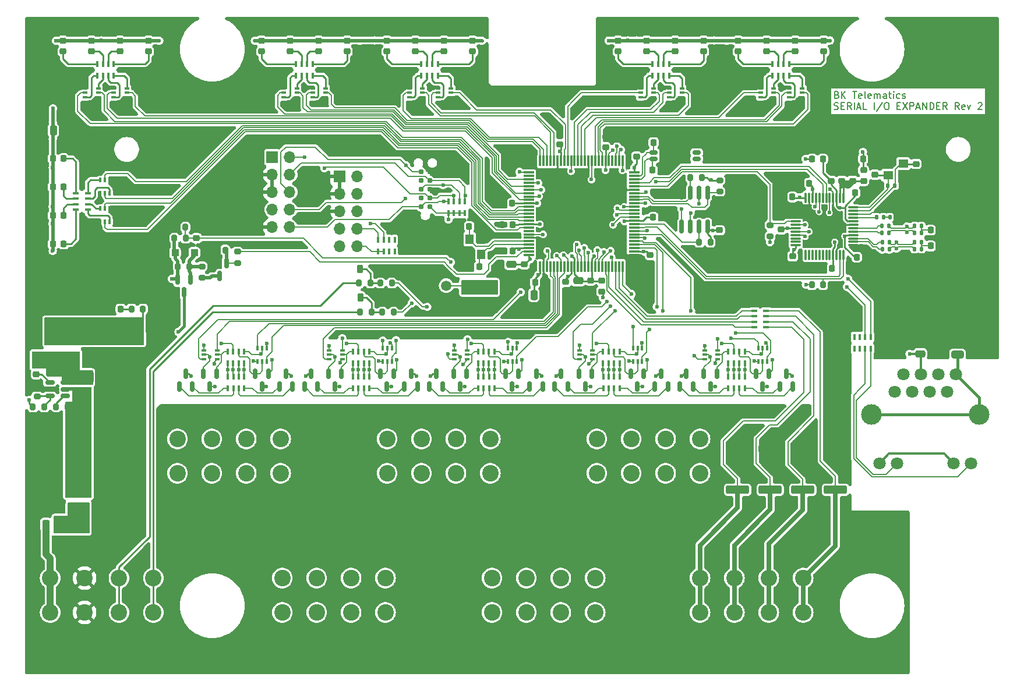
<source format=gbr>
%TF.GenerationSoftware,KiCad,Pcbnew,7.0.8*%
%TF.CreationDate,2023-12-19T12:05:06+02:00*%
%TF.ProjectId,serial_io_expander,73657269-616c-45f6-996f-5f657870616e,rev?*%
%TF.SameCoordinates,Original*%
%TF.FileFunction,Copper,L1,Top*%
%TF.FilePolarity,Positive*%
%FSLAX46Y46*%
G04 Gerber Fmt 4.6, Leading zero omitted, Abs format (unit mm)*
G04 Created by KiCad (PCBNEW 7.0.8) date 2023-12-19 12:05:06*
%MOMM*%
%LPD*%
G01*
G04 APERTURE LIST*
G04 Aperture macros list*
%AMRoundRect*
0 Rectangle with rounded corners*
0 $1 Rounding radius*
0 $2 $3 $4 $5 $6 $7 $8 $9 X,Y pos of 4 corners*
0 Add a 4 corners polygon primitive as box body*
4,1,4,$2,$3,$4,$5,$6,$7,$8,$9,$2,$3,0*
0 Add four circle primitives for the rounded corners*
1,1,$1+$1,$2,$3*
1,1,$1+$1,$4,$5*
1,1,$1+$1,$6,$7*
1,1,$1+$1,$8,$9*
0 Add four rect primitives between the rounded corners*
20,1,$1+$1,$2,$3,$4,$5,0*
20,1,$1+$1,$4,$5,$6,$7,0*
20,1,$1+$1,$6,$7,$8,$9,0*
20,1,$1+$1,$8,$9,$2,$3,0*%
G04 Aperture macros list end*
%ADD10C,0.200000*%
%TA.AperFunction,NonConductor*%
%ADD11C,0.200000*%
%TD*%
%TA.AperFunction,SMDPad,CuDef*%
%ADD12RoundRect,0.200000X-0.275000X0.200000X-0.275000X-0.200000X0.275000X-0.200000X0.275000X0.200000X0*%
%TD*%
%TA.AperFunction,SMDPad,CuDef*%
%ADD13R,1.400000X1.200000*%
%TD*%
%TA.AperFunction,ComponentPad*%
%ADD14C,2.400000*%
%TD*%
%TA.AperFunction,SMDPad,CuDef*%
%ADD15RoundRect,0.218750X0.256250X-0.218750X0.256250X0.218750X-0.256250X0.218750X-0.256250X-0.218750X0*%
%TD*%
%TA.AperFunction,SMDPad,CuDef*%
%ADD16RoundRect,0.135000X-0.135000X-0.185000X0.135000X-0.185000X0.135000X0.185000X-0.135000X0.185000X0*%
%TD*%
%TA.AperFunction,SMDPad,CuDef*%
%ADD17RoundRect,0.225000X0.225000X0.250000X-0.225000X0.250000X-0.225000X-0.250000X0.225000X-0.250000X0*%
%TD*%
%TA.AperFunction,SMDPad,CuDef*%
%ADD18RoundRect,0.150000X0.150000X-0.587500X0.150000X0.587500X-0.150000X0.587500X-0.150000X-0.587500X0*%
%TD*%
%TA.AperFunction,SMDPad,CuDef*%
%ADD19R,0.400000X0.900000*%
%TD*%
%TA.AperFunction,SMDPad,CuDef*%
%ADD20R,0.400000X0.650000*%
%TD*%
%TA.AperFunction,SMDPad,CuDef*%
%ADD21R,0.650000X0.400000*%
%TD*%
%TA.AperFunction,SMDPad,CuDef*%
%ADD22RoundRect,0.150000X-0.150000X0.825000X-0.150000X-0.825000X0.150000X-0.825000X0.150000X0.825000X0*%
%TD*%
%TA.AperFunction,SMDPad,CuDef*%
%ADD23RoundRect,0.225000X0.250000X-0.225000X0.250000X0.225000X-0.250000X0.225000X-0.250000X-0.225000X0*%
%TD*%
%TA.AperFunction,SMDPad,CuDef*%
%ADD24RoundRect,0.225000X-0.225000X-0.250000X0.225000X-0.250000X0.225000X0.250000X-0.225000X0.250000X0*%
%TD*%
%TA.AperFunction,SMDPad,CuDef*%
%ADD25RoundRect,0.150000X0.850000X0.150000X-0.850000X0.150000X-0.850000X-0.150000X0.850000X-0.150000X0*%
%TD*%
%TA.AperFunction,SMDPad,CuDef*%
%ADD26RoundRect,0.218750X0.218750X0.256250X-0.218750X0.256250X-0.218750X-0.256250X0.218750X-0.256250X0*%
%TD*%
%TA.AperFunction,SMDPad,CuDef*%
%ADD27RoundRect,0.200000X-0.200000X-0.275000X0.200000X-0.275000X0.200000X0.275000X-0.200000X0.275000X0*%
%TD*%
%TA.AperFunction,SMDPad,CuDef*%
%ADD28RoundRect,0.250000X0.650000X-0.325000X0.650000X0.325000X-0.650000X0.325000X-0.650000X-0.325000X0*%
%TD*%
%TA.AperFunction,ComponentPad*%
%ADD29C,1.800000*%
%TD*%
%TA.AperFunction,ComponentPad*%
%ADD30C,3.000000*%
%TD*%
%TA.AperFunction,SMDPad,CuDef*%
%ADD31RoundRect,0.135000X0.135000X0.185000X-0.135000X0.185000X-0.135000X-0.185000X0.135000X-0.185000X0*%
%TD*%
%TA.AperFunction,SMDPad,CuDef*%
%ADD32RoundRect,0.225000X-0.225000X-0.375000X0.225000X-0.375000X0.225000X0.375000X-0.225000X0.375000X0*%
%TD*%
%TA.AperFunction,SMDPad,CuDef*%
%ADD33RoundRect,0.200000X0.200000X0.275000X-0.200000X0.275000X-0.200000X-0.275000X0.200000X-0.275000X0*%
%TD*%
%TA.AperFunction,SMDPad,CuDef*%
%ADD34RoundRect,0.250000X-0.475000X0.250000X-0.475000X-0.250000X0.475000X-0.250000X0.475000X0.250000X0*%
%TD*%
%TA.AperFunction,SMDPad,CuDef*%
%ADD35RoundRect,0.225000X-0.250000X0.225000X-0.250000X-0.225000X0.250000X-0.225000X0.250000X0.225000X0*%
%TD*%
%TA.AperFunction,ComponentPad*%
%ADD36R,1.700000X1.700000*%
%TD*%
%TA.AperFunction,ComponentPad*%
%ADD37O,1.700000X1.700000*%
%TD*%
%TA.AperFunction,SMDPad,CuDef*%
%ADD38RoundRect,0.150000X-0.150000X0.587500X-0.150000X-0.587500X0.150000X-0.587500X0.150000X0.587500X0*%
%TD*%
%TA.AperFunction,SMDPad,CuDef*%
%ADD39RoundRect,0.250000X-0.950000X-0.500000X0.950000X-0.500000X0.950000X0.500000X-0.950000X0.500000X0*%
%TD*%
%TA.AperFunction,SMDPad,CuDef*%
%ADD40RoundRect,0.250000X-0.275000X-0.500000X0.275000X-0.500000X0.275000X0.500000X-0.275000X0.500000X0*%
%TD*%
%TA.AperFunction,SMDPad,CuDef*%
%ADD41RoundRect,0.250000X0.950000X0.500000X-0.950000X0.500000X-0.950000X-0.500000X0.950000X-0.500000X0*%
%TD*%
%TA.AperFunction,SMDPad,CuDef*%
%ADD42RoundRect,0.250000X0.275000X0.500000X-0.275000X0.500000X-0.275000X-0.500000X0.275000X-0.500000X0*%
%TD*%
%TA.AperFunction,SMDPad,CuDef*%
%ADD43RoundRect,0.200000X0.275000X-0.200000X0.275000X0.200000X-0.275000X0.200000X-0.275000X-0.200000X0*%
%TD*%
%TA.AperFunction,SMDPad,CuDef*%
%ADD44RoundRect,0.250000X-1.100000X0.325000X-1.100000X-0.325000X1.100000X-0.325000X1.100000X0.325000X0*%
%TD*%
%TA.AperFunction,SMDPad,CuDef*%
%ADD45RoundRect,0.250000X1.425000X-0.362500X1.425000X0.362500X-1.425000X0.362500X-1.425000X-0.362500X0*%
%TD*%
%TA.AperFunction,SMDPad,CuDef*%
%ADD46RoundRect,0.250000X-0.300000X-0.300000X0.300000X-0.300000X0.300000X0.300000X-0.300000X0.300000X0*%
%TD*%
%TA.AperFunction,SMDPad,CuDef*%
%ADD47RoundRect,0.250000X0.475000X-0.250000X0.475000X0.250000X-0.475000X0.250000X-0.475000X-0.250000X0*%
%TD*%
%TA.AperFunction,SMDPad,CuDef*%
%ADD48RoundRect,0.250000X-1.000000X-0.650000X1.000000X-0.650000X1.000000X0.650000X-1.000000X0.650000X0*%
%TD*%
%TA.AperFunction,SMDPad,CuDef*%
%ADD49RoundRect,0.250000X-1.250000X-0.550000X1.250000X-0.550000X1.250000X0.550000X-1.250000X0.550000X0*%
%TD*%
%TA.AperFunction,SMDPad,CuDef*%
%ADD50R,1.200000X1.400000*%
%TD*%
%TA.AperFunction,SMDPad,CuDef*%
%ADD51C,1.500000*%
%TD*%
%TA.AperFunction,SMDPad,CuDef*%
%ADD52RoundRect,0.250000X-0.325000X-1.100000X0.325000X-1.100000X0.325000X1.100000X-0.325000X1.100000X0*%
%TD*%
%TA.AperFunction,SMDPad,CuDef*%
%ADD53RoundRect,0.218750X-0.218750X-0.256250X0.218750X-0.256250X0.218750X0.256250X-0.218750X0.256250X0*%
%TD*%
%TA.AperFunction,SMDPad,CuDef*%
%ADD54RoundRect,0.075000X0.075000X-0.725000X0.075000X0.725000X-0.075000X0.725000X-0.075000X-0.725000X0*%
%TD*%
%TA.AperFunction,SMDPad,CuDef*%
%ADD55RoundRect,0.075000X0.725000X-0.075000X0.725000X0.075000X-0.725000X0.075000X-0.725000X-0.075000X0*%
%TD*%
%TA.AperFunction,SMDPad,CuDef*%
%ADD56RoundRect,0.250000X-0.250000X-0.475000X0.250000X-0.475000X0.250000X0.475000X-0.250000X0.475000X0*%
%TD*%
%TA.AperFunction,SMDPad,CuDef*%
%ADD57R,4.000000X1.500000*%
%TD*%
%TA.AperFunction,ConnectorPad*%
%ADD58C,0.787400*%
%TD*%
%TA.AperFunction,SMDPad,CuDef*%
%ADD59RoundRect,0.150000X-0.450000X-0.150000X0.450000X-0.150000X0.450000X0.150000X-0.450000X0.150000X0*%
%TD*%
%TA.AperFunction,SMDPad,CuDef*%
%ADD60R,0.900000X0.400000*%
%TD*%
%TA.AperFunction,SMDPad,CuDef*%
%ADD61RoundRect,0.075000X0.662500X0.075000X-0.662500X0.075000X-0.662500X-0.075000X0.662500X-0.075000X0*%
%TD*%
%TA.AperFunction,SMDPad,CuDef*%
%ADD62RoundRect,0.075000X0.075000X0.662500X-0.075000X0.662500X-0.075000X-0.662500X0.075000X-0.662500X0*%
%TD*%
%TA.AperFunction,SMDPad,CuDef*%
%ADD63RoundRect,0.150000X-0.512500X-0.150000X0.512500X-0.150000X0.512500X0.150000X-0.512500X0.150000X0*%
%TD*%
%TA.AperFunction,ViaPad*%
%ADD64C,0.600000*%
%TD*%
%TA.AperFunction,Conductor*%
%ADD65C,0.500000*%
%TD*%
%TA.AperFunction,Conductor*%
%ADD66C,0.254000*%
%TD*%
%TA.AperFunction,Conductor*%
%ADD67C,0.200000*%
%TD*%
%TA.AperFunction,Conductor*%
%ADD68C,0.150000*%
%TD*%
%TA.AperFunction,Conductor*%
%ADD69C,0.300000*%
%TD*%
%TA.AperFunction,Conductor*%
%ADD70C,0.400000*%
%TD*%
%TA.AperFunction,Conductor*%
%ADD71C,1.000000*%
%TD*%
%TA.AperFunction,Conductor*%
%ADD72C,0.700000*%
%TD*%
G04 APERTURE END LIST*
D10*
D11*
X178228006Y-60558409D02*
X178370863Y-60606028D01*
X178370863Y-60606028D02*
X178418482Y-60653647D01*
X178418482Y-60653647D02*
X178466101Y-60748885D01*
X178466101Y-60748885D02*
X178466101Y-60891742D01*
X178466101Y-60891742D02*
X178418482Y-60986980D01*
X178418482Y-60986980D02*
X178370863Y-61034600D01*
X178370863Y-61034600D02*
X178275625Y-61082219D01*
X178275625Y-61082219D02*
X177894673Y-61082219D01*
X177894673Y-61082219D02*
X177894673Y-60082219D01*
X177894673Y-60082219D02*
X178228006Y-60082219D01*
X178228006Y-60082219D02*
X178323244Y-60129838D01*
X178323244Y-60129838D02*
X178370863Y-60177457D01*
X178370863Y-60177457D02*
X178418482Y-60272695D01*
X178418482Y-60272695D02*
X178418482Y-60367933D01*
X178418482Y-60367933D02*
X178370863Y-60463171D01*
X178370863Y-60463171D02*
X178323244Y-60510790D01*
X178323244Y-60510790D02*
X178228006Y-60558409D01*
X178228006Y-60558409D02*
X177894673Y-60558409D01*
X178894673Y-61082219D02*
X178894673Y-60082219D01*
X179466101Y-61082219D02*
X179037530Y-60510790D01*
X179466101Y-60082219D02*
X178894673Y-60653647D01*
X180513721Y-60082219D02*
X181085149Y-60082219D01*
X180799435Y-61082219D02*
X180799435Y-60082219D01*
X181799435Y-61034600D02*
X181704197Y-61082219D01*
X181704197Y-61082219D02*
X181513721Y-61082219D01*
X181513721Y-61082219D02*
X181418483Y-61034600D01*
X181418483Y-61034600D02*
X181370864Y-60939361D01*
X181370864Y-60939361D02*
X181370864Y-60558409D01*
X181370864Y-60558409D02*
X181418483Y-60463171D01*
X181418483Y-60463171D02*
X181513721Y-60415552D01*
X181513721Y-60415552D02*
X181704197Y-60415552D01*
X181704197Y-60415552D02*
X181799435Y-60463171D01*
X181799435Y-60463171D02*
X181847054Y-60558409D01*
X181847054Y-60558409D02*
X181847054Y-60653647D01*
X181847054Y-60653647D02*
X181370864Y-60748885D01*
X182418483Y-61082219D02*
X182323245Y-61034600D01*
X182323245Y-61034600D02*
X182275626Y-60939361D01*
X182275626Y-60939361D02*
X182275626Y-60082219D01*
X183180388Y-61034600D02*
X183085150Y-61082219D01*
X183085150Y-61082219D02*
X182894674Y-61082219D01*
X182894674Y-61082219D02*
X182799436Y-61034600D01*
X182799436Y-61034600D02*
X182751817Y-60939361D01*
X182751817Y-60939361D02*
X182751817Y-60558409D01*
X182751817Y-60558409D02*
X182799436Y-60463171D01*
X182799436Y-60463171D02*
X182894674Y-60415552D01*
X182894674Y-60415552D02*
X183085150Y-60415552D01*
X183085150Y-60415552D02*
X183180388Y-60463171D01*
X183180388Y-60463171D02*
X183228007Y-60558409D01*
X183228007Y-60558409D02*
X183228007Y-60653647D01*
X183228007Y-60653647D02*
X182751817Y-60748885D01*
X183656579Y-61082219D02*
X183656579Y-60415552D01*
X183656579Y-60510790D02*
X183704198Y-60463171D01*
X183704198Y-60463171D02*
X183799436Y-60415552D01*
X183799436Y-60415552D02*
X183942293Y-60415552D01*
X183942293Y-60415552D02*
X184037531Y-60463171D01*
X184037531Y-60463171D02*
X184085150Y-60558409D01*
X184085150Y-60558409D02*
X184085150Y-61082219D01*
X184085150Y-60558409D02*
X184132769Y-60463171D01*
X184132769Y-60463171D02*
X184228007Y-60415552D01*
X184228007Y-60415552D02*
X184370864Y-60415552D01*
X184370864Y-60415552D02*
X184466103Y-60463171D01*
X184466103Y-60463171D02*
X184513722Y-60558409D01*
X184513722Y-60558409D02*
X184513722Y-61082219D01*
X185418483Y-61082219D02*
X185418483Y-60558409D01*
X185418483Y-60558409D02*
X185370864Y-60463171D01*
X185370864Y-60463171D02*
X185275626Y-60415552D01*
X185275626Y-60415552D02*
X185085150Y-60415552D01*
X185085150Y-60415552D02*
X184989912Y-60463171D01*
X185418483Y-61034600D02*
X185323245Y-61082219D01*
X185323245Y-61082219D02*
X185085150Y-61082219D01*
X185085150Y-61082219D02*
X184989912Y-61034600D01*
X184989912Y-61034600D02*
X184942293Y-60939361D01*
X184942293Y-60939361D02*
X184942293Y-60844123D01*
X184942293Y-60844123D02*
X184989912Y-60748885D01*
X184989912Y-60748885D02*
X185085150Y-60701266D01*
X185085150Y-60701266D02*
X185323245Y-60701266D01*
X185323245Y-60701266D02*
X185418483Y-60653647D01*
X185751817Y-60415552D02*
X186132769Y-60415552D01*
X185894674Y-60082219D02*
X185894674Y-60939361D01*
X185894674Y-60939361D02*
X185942293Y-61034600D01*
X185942293Y-61034600D02*
X186037531Y-61082219D01*
X186037531Y-61082219D02*
X186132769Y-61082219D01*
X186466103Y-61082219D02*
X186466103Y-60415552D01*
X186466103Y-60082219D02*
X186418484Y-60129838D01*
X186418484Y-60129838D02*
X186466103Y-60177457D01*
X186466103Y-60177457D02*
X186513722Y-60129838D01*
X186513722Y-60129838D02*
X186466103Y-60082219D01*
X186466103Y-60082219D02*
X186466103Y-60177457D01*
X187370864Y-61034600D02*
X187275626Y-61082219D01*
X187275626Y-61082219D02*
X187085150Y-61082219D01*
X187085150Y-61082219D02*
X186989912Y-61034600D01*
X186989912Y-61034600D02*
X186942293Y-60986980D01*
X186942293Y-60986980D02*
X186894674Y-60891742D01*
X186894674Y-60891742D02*
X186894674Y-60606028D01*
X186894674Y-60606028D02*
X186942293Y-60510790D01*
X186942293Y-60510790D02*
X186989912Y-60463171D01*
X186989912Y-60463171D02*
X187085150Y-60415552D01*
X187085150Y-60415552D02*
X187275626Y-60415552D01*
X187275626Y-60415552D02*
X187370864Y-60463171D01*
X187751817Y-61034600D02*
X187847055Y-61082219D01*
X187847055Y-61082219D02*
X188037531Y-61082219D01*
X188037531Y-61082219D02*
X188132769Y-61034600D01*
X188132769Y-61034600D02*
X188180388Y-60939361D01*
X188180388Y-60939361D02*
X188180388Y-60891742D01*
X188180388Y-60891742D02*
X188132769Y-60796504D01*
X188132769Y-60796504D02*
X188037531Y-60748885D01*
X188037531Y-60748885D02*
X187894674Y-60748885D01*
X187894674Y-60748885D02*
X187799436Y-60701266D01*
X187799436Y-60701266D02*
X187751817Y-60606028D01*
X187751817Y-60606028D02*
X187751817Y-60558409D01*
X187751817Y-60558409D02*
X187799436Y-60463171D01*
X187799436Y-60463171D02*
X187894674Y-60415552D01*
X187894674Y-60415552D02*
X188037531Y-60415552D01*
X188037531Y-60415552D02*
X188132769Y-60463171D01*
X177847054Y-62644600D02*
X177989911Y-62692219D01*
X177989911Y-62692219D02*
X178228006Y-62692219D01*
X178228006Y-62692219D02*
X178323244Y-62644600D01*
X178323244Y-62644600D02*
X178370863Y-62596980D01*
X178370863Y-62596980D02*
X178418482Y-62501742D01*
X178418482Y-62501742D02*
X178418482Y-62406504D01*
X178418482Y-62406504D02*
X178370863Y-62311266D01*
X178370863Y-62311266D02*
X178323244Y-62263647D01*
X178323244Y-62263647D02*
X178228006Y-62216028D01*
X178228006Y-62216028D02*
X178037530Y-62168409D01*
X178037530Y-62168409D02*
X177942292Y-62120790D01*
X177942292Y-62120790D02*
X177894673Y-62073171D01*
X177894673Y-62073171D02*
X177847054Y-61977933D01*
X177847054Y-61977933D02*
X177847054Y-61882695D01*
X177847054Y-61882695D02*
X177894673Y-61787457D01*
X177894673Y-61787457D02*
X177942292Y-61739838D01*
X177942292Y-61739838D02*
X178037530Y-61692219D01*
X178037530Y-61692219D02*
X178275625Y-61692219D01*
X178275625Y-61692219D02*
X178418482Y-61739838D01*
X178847054Y-62168409D02*
X179180387Y-62168409D01*
X179323244Y-62692219D02*
X178847054Y-62692219D01*
X178847054Y-62692219D02*
X178847054Y-61692219D01*
X178847054Y-61692219D02*
X179323244Y-61692219D01*
X180323244Y-62692219D02*
X179989911Y-62216028D01*
X179751816Y-62692219D02*
X179751816Y-61692219D01*
X179751816Y-61692219D02*
X180132768Y-61692219D01*
X180132768Y-61692219D02*
X180228006Y-61739838D01*
X180228006Y-61739838D02*
X180275625Y-61787457D01*
X180275625Y-61787457D02*
X180323244Y-61882695D01*
X180323244Y-61882695D02*
X180323244Y-62025552D01*
X180323244Y-62025552D02*
X180275625Y-62120790D01*
X180275625Y-62120790D02*
X180228006Y-62168409D01*
X180228006Y-62168409D02*
X180132768Y-62216028D01*
X180132768Y-62216028D02*
X179751816Y-62216028D01*
X180751816Y-62692219D02*
X180751816Y-61692219D01*
X181180387Y-62406504D02*
X181656577Y-62406504D01*
X181085149Y-62692219D02*
X181418482Y-61692219D01*
X181418482Y-61692219D02*
X181751815Y-62692219D01*
X182561339Y-62692219D02*
X182085149Y-62692219D01*
X182085149Y-62692219D02*
X182085149Y-61692219D01*
X183656578Y-62692219D02*
X183656578Y-61692219D01*
X184847053Y-61644600D02*
X183989911Y-62930314D01*
X185370863Y-61692219D02*
X185561339Y-61692219D01*
X185561339Y-61692219D02*
X185656577Y-61739838D01*
X185656577Y-61739838D02*
X185751815Y-61835076D01*
X185751815Y-61835076D02*
X185799434Y-62025552D01*
X185799434Y-62025552D02*
X185799434Y-62358885D01*
X185799434Y-62358885D02*
X185751815Y-62549361D01*
X185751815Y-62549361D02*
X185656577Y-62644600D01*
X185656577Y-62644600D02*
X185561339Y-62692219D01*
X185561339Y-62692219D02*
X185370863Y-62692219D01*
X185370863Y-62692219D02*
X185275625Y-62644600D01*
X185275625Y-62644600D02*
X185180387Y-62549361D01*
X185180387Y-62549361D02*
X185132768Y-62358885D01*
X185132768Y-62358885D02*
X185132768Y-62025552D01*
X185132768Y-62025552D02*
X185180387Y-61835076D01*
X185180387Y-61835076D02*
X185275625Y-61739838D01*
X185275625Y-61739838D02*
X185370863Y-61692219D01*
X186989911Y-62168409D02*
X187323244Y-62168409D01*
X187466101Y-62692219D02*
X186989911Y-62692219D01*
X186989911Y-62692219D02*
X186989911Y-61692219D01*
X186989911Y-61692219D02*
X187466101Y-61692219D01*
X187799435Y-61692219D02*
X188466101Y-62692219D01*
X188466101Y-61692219D02*
X187799435Y-62692219D01*
X188847054Y-62692219D02*
X188847054Y-61692219D01*
X188847054Y-61692219D02*
X189228006Y-61692219D01*
X189228006Y-61692219D02*
X189323244Y-61739838D01*
X189323244Y-61739838D02*
X189370863Y-61787457D01*
X189370863Y-61787457D02*
X189418482Y-61882695D01*
X189418482Y-61882695D02*
X189418482Y-62025552D01*
X189418482Y-62025552D02*
X189370863Y-62120790D01*
X189370863Y-62120790D02*
X189323244Y-62168409D01*
X189323244Y-62168409D02*
X189228006Y-62216028D01*
X189228006Y-62216028D02*
X188847054Y-62216028D01*
X189799435Y-62406504D02*
X190275625Y-62406504D01*
X189704197Y-62692219D02*
X190037530Y-61692219D01*
X190037530Y-61692219D02*
X190370863Y-62692219D01*
X190704197Y-62692219D02*
X190704197Y-61692219D01*
X190704197Y-61692219D02*
X191275625Y-62692219D01*
X191275625Y-62692219D02*
X191275625Y-61692219D01*
X191751816Y-62692219D02*
X191751816Y-61692219D01*
X191751816Y-61692219D02*
X191989911Y-61692219D01*
X191989911Y-61692219D02*
X192132768Y-61739838D01*
X192132768Y-61739838D02*
X192228006Y-61835076D01*
X192228006Y-61835076D02*
X192275625Y-61930314D01*
X192275625Y-61930314D02*
X192323244Y-62120790D01*
X192323244Y-62120790D02*
X192323244Y-62263647D01*
X192323244Y-62263647D02*
X192275625Y-62454123D01*
X192275625Y-62454123D02*
X192228006Y-62549361D01*
X192228006Y-62549361D02*
X192132768Y-62644600D01*
X192132768Y-62644600D02*
X191989911Y-62692219D01*
X191989911Y-62692219D02*
X191751816Y-62692219D01*
X192751816Y-62168409D02*
X193085149Y-62168409D01*
X193228006Y-62692219D02*
X192751816Y-62692219D01*
X192751816Y-62692219D02*
X192751816Y-61692219D01*
X192751816Y-61692219D02*
X193228006Y-61692219D01*
X194228006Y-62692219D02*
X193894673Y-62216028D01*
X193656578Y-62692219D02*
X193656578Y-61692219D01*
X193656578Y-61692219D02*
X194037530Y-61692219D01*
X194037530Y-61692219D02*
X194132768Y-61739838D01*
X194132768Y-61739838D02*
X194180387Y-61787457D01*
X194180387Y-61787457D02*
X194228006Y-61882695D01*
X194228006Y-61882695D02*
X194228006Y-62025552D01*
X194228006Y-62025552D02*
X194180387Y-62120790D01*
X194180387Y-62120790D02*
X194132768Y-62168409D01*
X194132768Y-62168409D02*
X194037530Y-62216028D01*
X194037530Y-62216028D02*
X193656578Y-62216028D01*
X195989911Y-62692219D02*
X195656578Y-62216028D01*
X195418483Y-62692219D02*
X195418483Y-61692219D01*
X195418483Y-61692219D02*
X195799435Y-61692219D01*
X195799435Y-61692219D02*
X195894673Y-61739838D01*
X195894673Y-61739838D02*
X195942292Y-61787457D01*
X195942292Y-61787457D02*
X195989911Y-61882695D01*
X195989911Y-61882695D02*
X195989911Y-62025552D01*
X195989911Y-62025552D02*
X195942292Y-62120790D01*
X195942292Y-62120790D02*
X195894673Y-62168409D01*
X195894673Y-62168409D02*
X195799435Y-62216028D01*
X195799435Y-62216028D02*
X195418483Y-62216028D01*
X196799435Y-62644600D02*
X196704197Y-62692219D01*
X196704197Y-62692219D02*
X196513721Y-62692219D01*
X196513721Y-62692219D02*
X196418483Y-62644600D01*
X196418483Y-62644600D02*
X196370864Y-62549361D01*
X196370864Y-62549361D02*
X196370864Y-62168409D01*
X196370864Y-62168409D02*
X196418483Y-62073171D01*
X196418483Y-62073171D02*
X196513721Y-62025552D01*
X196513721Y-62025552D02*
X196704197Y-62025552D01*
X196704197Y-62025552D02*
X196799435Y-62073171D01*
X196799435Y-62073171D02*
X196847054Y-62168409D01*
X196847054Y-62168409D02*
X196847054Y-62263647D01*
X196847054Y-62263647D02*
X196370864Y-62358885D01*
X197180388Y-62025552D02*
X197418483Y-62692219D01*
X197418483Y-62692219D02*
X197656578Y-62025552D01*
X198751817Y-61787457D02*
X198799436Y-61739838D01*
X198799436Y-61739838D02*
X198894674Y-61692219D01*
X198894674Y-61692219D02*
X199132769Y-61692219D01*
X199132769Y-61692219D02*
X199228007Y-61739838D01*
X199228007Y-61739838D02*
X199275626Y-61787457D01*
X199275626Y-61787457D02*
X199323245Y-61882695D01*
X199323245Y-61882695D02*
X199323245Y-61977933D01*
X199323245Y-61977933D02*
X199275626Y-62120790D01*
X199275626Y-62120790D02*
X198704198Y-62692219D01*
X198704198Y-62692219D02*
X199323245Y-62692219D01*
D12*
%TO.P,R5,1*%
%TO.N,+3.3V*%
X161190000Y-72975000D03*
%TO.P,R5,2*%
%TO.N,/NOR Flash/FLASH_MEM_CS*%
X161190000Y-74625000D03*
%TD*%
D13*
%TO.P,Y3,1,1*%
%TO.N,Net-(U4-XSCO)*%
X187876250Y-70558750D03*
%TO.P,Y3,2,2*%
%TO.N,GND*%
X185676250Y-70558750D03*
%TO.P,Y3,3,3*%
%TO.N,Net-(U4-XSCI)*%
X185676250Y-72258750D03*
%TO.P,Y3,4,4*%
%TO.N,GND*%
X187876250Y-72258750D03*
%TD*%
D14*
%TO.P,J12,1,Pin_1*%
%TO.N,/digital_inputs/IN20*%
X143330000Y-110600000D03*
X143330000Y-115600000D03*
%TO.P,J12,2,Pin_2*%
%TO.N,/digital_inputs/IN19*%
X148330000Y-110600000D03*
X148330000Y-115600000D03*
%TO.P,J12,3,Pin_3*%
%TO.N,/digital_inputs/IN18*%
X153330000Y-110600000D03*
X153330000Y-115600000D03*
%TO.P,J12,4,Pin_4*%
%TO.N,/digital_inputs/IN17*%
X158330000Y-110600000D03*
X158330000Y-115600000D03*
%TD*%
D15*
%TO.P,D33,1,K*%
%TO.N,Net-(D33-K)*%
X102905000Y-54260000D03*
%TO.P,D33,2,A*%
%TO.N,+3.3V*%
X102905000Y-52685000D03*
%TD*%
D16*
%TO.P,R79,1*%
%TO.N,Net-(U4-XSCI)*%
X185641250Y-73758750D03*
%TO.P,R79,2*%
%TO.N,Net-(U4-XSCO)*%
X186661250Y-73758750D03*
%TD*%
D17*
%TO.P,C16,1*%
%TO.N,+3.3V*%
X131105000Y-79490000D03*
%TO.P,C16,2*%
%TO.N,GND*%
X129555000Y-79490000D03*
%TD*%
D18*
%TO.P,D11,1,K*%
%TO.N,Net-(RN15-R2.1)*%
X155392500Y-102972500D03*
%TO.P,D11,2,K*%
%TO.N,Net-(RN15-R1.1)*%
X157292500Y-102972500D03*
%TO.P,D11,3,A*%
%TO.N,/digital_inputs/quad_input1/+PULLUP*%
X156342500Y-101097500D03*
%TD*%
D19*
%TO.P,RN11,1,R1.1*%
%TO.N,Net-(RN11-R1.1)*%
X107880001Y-103222500D03*
%TO.P,RN11,2,R2.1*%
%TO.N,Net-(RN11-R2.1)*%
X108680001Y-103222500D03*
%TO.P,RN11,3,R3.1*%
%TO.N,Net-(RN11-R3.1)*%
X109480001Y-103222500D03*
%TO.P,RN11,4,R4.1*%
%TO.N,Net-(RN11-R4.1)*%
X110280001Y-103222500D03*
%TO.P,RN11,5,R4.2*%
%TO.N,/digital_inputs/IN5*%
X110280001Y-101522500D03*
%TO.P,RN11,6,R3.2*%
%TO.N,/digital_inputs/IN6*%
X109480001Y-101522500D03*
%TO.P,RN11,7,R2.2*%
%TO.N,/digital_inputs/IN7*%
X108680001Y-101522500D03*
%TO.P,RN11,8,R1.2*%
%TO.N,/digital_inputs/IN8*%
X107880001Y-101522500D03*
%TD*%
D20*
%TO.P,U27,1*%
%TO.N,GND*%
X166792500Y-99322500D03*
%TO.P,U27,2*%
%TO.N,Net-(RN16-R2.1)*%
X167442500Y-99322500D03*
%TO.P,U27,3*%
%TO.N,/digital_inputs/COLLECTOR20*%
X168092500Y-99322500D03*
%TO.P,U27,4*%
%TO.N,GND*%
X168092500Y-97422500D03*
%TO.P,U27,5*%
%TO.N,Net-(RN16-R1.1)*%
X167442500Y-97422500D03*
%TO.P,U27,6*%
%TO.N,/digital_inputs/COLLECTOR19*%
X166792500Y-97422500D03*
%TD*%
D21*
%TO.P,U9,1*%
%TO.N,GND*%
X68980000Y-59610000D03*
%TO.P,U9,2*%
%TO.N,/LED indicators/LED7*%
X68980000Y-60260000D03*
%TO.P,U9,3*%
%TO.N,Net-(RN19D-R4.2)*%
X68980000Y-60910000D03*
%TO.P,U9,4*%
%TO.N,GND*%
X70880000Y-60910000D03*
%TO.P,U9,5*%
%TO.N,/LED indicators/LED8*%
X70880000Y-60260000D03*
%TO.P,U9,6*%
%TO.N,Net-(RN19C-R3.2)*%
X70880000Y-59610000D03*
%TD*%
D22*
%TO.P,U3,1,~{CS}*%
%TO.N,/NOR Flash/FLASH_MEM_CS*%
X159460000Y-74775000D03*
%TO.P,U3,2,SO/IO1*%
%TO.N,/Ethernet/WIZ_MISO*%
X158190000Y-74775000D03*
%TO.P,U3,3,~{WP}/IO2*%
%TO.N,/NOR Flash/FLASH_MEM_WP*%
X156920000Y-74775000D03*
%TO.P,U3,4,GND*%
%TO.N,GND*%
X155650000Y-74775000D03*
%TO.P,U3,5,SI/IO0*%
%TO.N,/Ethernet/WIZ_MOSI*%
X155650000Y-79725000D03*
%TO.P,U3,6,SCK*%
%TO.N,/Ethernet/WIZ_CLK*%
X156920000Y-79725000D03*
%TO.P,U3,7,~{HOLD}/IO3*%
%TO.N,/NOR Flash/FLASH_MEM_HOLD*%
X158190000Y-79725000D03*
%TO.P,U3,8,VCC*%
%TO.N,+3.3V*%
X159460000Y-79725000D03*
%TD*%
D19*
%TO.P,RN17,1,R1.1*%
%TO.N,Net-(RN17-R1.1)*%
X144255001Y-103222500D03*
%TO.P,RN17,2,R2.1*%
%TO.N,Net-(RN17-R2.1)*%
X145055001Y-103222500D03*
%TO.P,RN17,3,R3.1*%
%TO.N,Net-(RN17-R3.1)*%
X145855001Y-103222500D03*
%TO.P,RN17,4,R4.1*%
%TO.N,Net-(RN17-R4.1)*%
X146655001Y-103222500D03*
%TO.P,RN17,5,R4.2*%
%TO.N,/digital_inputs/IN13*%
X146655001Y-101522500D03*
%TO.P,RN17,6,R3.2*%
%TO.N,/digital_inputs/IN14*%
X145855001Y-101522500D03*
%TO.P,RN17,7,R2.2*%
%TO.N,/digital_inputs/IN15*%
X145055001Y-101522500D03*
%TO.P,RN17,8,R1.2*%
%TO.N,/digital_inputs/IN16*%
X144255001Y-101522500D03*
%TD*%
%TO.P,RN18,1,R1.1*%
%TO.N,Net-(RN18-R1.1)*%
X146645000Y-97872500D03*
%TO.P,RN18,2,R2.1*%
%TO.N,Net-(RN18-R2.1)*%
X145845000Y-97872500D03*
%TO.P,RN18,3,R3.1*%
%TO.N,Net-(RN18-R3.1)*%
X145045000Y-97872500D03*
%TO.P,RN18,4,R4.1*%
%TO.N,Net-(RN18-R4.1)*%
X144245000Y-97872500D03*
%TO.P,RN18,5,R4.2*%
%TO.N,/digital_inputs/IN16*%
X144245000Y-99572500D03*
%TO.P,RN18,6,R3.2*%
%TO.N,/digital_inputs/IN15*%
X145045000Y-99572500D03*
%TO.P,RN18,7,R2.2*%
%TO.N,/digital_inputs/IN14*%
X145845000Y-99572500D03*
%TO.P,RN18,8,R1.2*%
%TO.N,/digital_inputs/IN13*%
X146645000Y-99572500D03*
%TD*%
D23*
%TO.P,C8,1*%
%TO.N,Net-(U2-CB)*%
X61860000Y-101195000D03*
%TO.P,C8,2*%
%TO.N,/power supply/SW*%
X61860000Y-99645000D03*
%TD*%
D15*
%TO.P,D34,1,K*%
%TO.N,Net-(D34-K)*%
X98755000Y-54260000D03*
%TO.P,D34,2,A*%
%TO.N,+3.3V*%
X98755000Y-52685000D03*
%TD*%
D24*
%TO.P,C2,1*%
%TO.N,/mcu/XOUT32*%
X151400000Y-71500000D03*
%TO.P,C2,2*%
%TO.N,GND*%
X152950000Y-71500000D03*
%TD*%
D25*
%TO.P,L5,1*%
%TO.N,+VIN*%
X67600000Y-120450000D03*
%TO.P,L5,2*%
%TO.N,/power supply/+VIN_PROTECTED*%
X67600000Y-118550000D03*
%TD*%
D26*
%TO.P,D49,1,K*%
%TO.N,Net-(D49-K)*%
X65830000Y-78110002D03*
%TO.P,D49,2,A*%
%TO.N,+3.3V*%
X64255000Y-78110002D03*
%TD*%
D27*
%TO.P,R75,1*%
%TO.N,Net-(D45-K)*%
X111875000Y-87925000D03*
%TO.P,R75,2*%
%TO.N,/mcu/MCU_TX*%
X113525000Y-87925000D03*
%TD*%
D28*
%TO.P,C47,1*%
%TO.N,Net-(J5-SHIELD)*%
X195750000Y-98355000D03*
%TO.P,C47,2*%
%TO.N,GND*%
X195750000Y-95405000D03*
%TD*%
D21*
%TO.P,U7,1*%
%TO.N,GND*%
X120230001Y-59610000D03*
%TO.P,U7,2*%
%TO.N,/LED indicators/LED13*%
X120230001Y-60260000D03*
%TO.P,U7,3*%
%TO.N,Net-(RN3B-R2.2)*%
X120230001Y-60910000D03*
%TO.P,U7,4*%
%TO.N,GND*%
X122130001Y-60910000D03*
%TO.P,U7,5*%
%TO.N,/LED indicators/LED14*%
X122130001Y-60260000D03*
%TO.P,U7,6*%
%TO.N,Net-(RN3A-R1.2)*%
X122130001Y-59610000D03*
%TD*%
D18*
%TO.P,D12,1,K*%
%TO.N,Net-(RN17-R2.1)*%
X137205000Y-102972500D03*
%TO.P,D12,2,K*%
%TO.N,Net-(RN17-R1.1)*%
X139105000Y-102972500D03*
%TO.P,D12,3,A*%
%TO.N,/digital_inputs/quad_input1/+PULLUP*%
X138155000Y-101097500D03*
%TD*%
D19*
%TO.P,RN6,1,R1.1*%
%TO.N,Net-(D40-K)*%
X171280000Y-56060000D03*
%TO.P,RN6,2,R2.1*%
%TO.N,Net-(D41-K)*%
X170480000Y-56060000D03*
%TO.P,RN6,3,R3.1*%
%TO.N,Net-(D42-K)*%
X169680000Y-56060000D03*
%TO.P,RN6,4,R4.1*%
%TO.N,Net-(D43-K)*%
X168880000Y-56060000D03*
%TO.P,RN6,5,R4.2*%
%TO.N,Net-(RN6D-R4.2)*%
X168880000Y-57760000D03*
%TO.P,RN6,6,R3.2*%
%TO.N,Net-(RN6C-R3.2)*%
X169680000Y-57760000D03*
%TO.P,RN6,7,R2.2*%
%TO.N,Net-(RN6B-R2.2)*%
X170480000Y-57760000D03*
%TO.P,RN6,8,R1.2*%
%TO.N,Net-(RN6A-R1.2)*%
X171280000Y-57760000D03*
%TD*%
D18*
%TO.P,D7,1,K*%
%TO.N,Net-(RN17-R4.1)*%
X151755000Y-102972499D03*
%TO.P,D7,2,K*%
%TO.N,Net-(RN17-R3.1)*%
X153655000Y-102972499D03*
%TO.P,D7,3,A*%
%TO.N,/digital_inputs/quad_input1/+PULLUP*%
X152705000Y-101097499D03*
%TD*%
D29*
%TO.P,J5,1,TD+*%
%TO.N,/Ethernet/TX_P*%
X186630000Y-103750000D03*
%TO.P,J5,2,TD-*%
%TO.N,/Ethernet/TX_N*%
X187900000Y-101210000D03*
%TO.P,J5,3,RD+*%
%TO.N,/Ethernet/RX_P*%
X189170000Y-103750000D03*
%TO.P,J5,4,CT*%
%TO.N,/Ethernet/+W6100_3V3_A*%
X190440000Y-101210000D03*
%TO.P,J5,5,CT*%
X191710000Y-103750000D03*
%TO.P,J5,6,RD-*%
%TO.N,/Ethernet/RX_N*%
X192980000Y-101210000D03*
%TO.P,J5,7,NC*%
%TO.N,unconnected-(J5-NC-Pad7)*%
X194250000Y-103750000D03*
D30*
%TO.P,J5,8,SHIELD*%
%TO.N,Net-(J5-SHIELD)*%
X183225000Y-107050000D03*
D29*
X195520000Y-101210000D03*
D30*
X198925000Y-107050000D03*
D29*
%TO.P,J5,9*%
%TO.N,+3.3V*%
X184400000Y-114160000D03*
%TO.P,J5,10*%
%TO.N,Net-(RN8-R4.1)*%
X186940000Y-114160000D03*
%TO.P,J5,11*%
%TO.N,+3.3V*%
X195210000Y-114160000D03*
%TO.P,J5,12*%
%TO.N,Net-(RN8-R3.1)*%
X197750000Y-114160000D03*
%TD*%
D31*
%TO.P,R83,1*%
%TO.N,/Ethernet/TX_P*%
X185831250Y-81983750D03*
%TO.P,R83,2*%
%TO.N,Net-(U4-TXOP)*%
X184811250Y-81983750D03*
%TD*%
D15*
%TO.P,D24,1,K*%
%TO.N,Net-(D24-K)*%
X78180000Y-54260000D03*
%TO.P,D24,2,A*%
%TO.N,+3.3V*%
X78180000Y-52685000D03*
%TD*%
D31*
%TO.P,R89,1*%
%TO.N,Net-(C45-Pad1)*%
X190530000Y-79610000D03*
%TO.P,R89,2*%
%TO.N,/Ethernet/RX_P*%
X189510000Y-79610000D03*
%TD*%
D23*
%TO.P,C19,1*%
%TO.N,+3.3V*%
X149100000Y-69525000D03*
%TO.P,C19,2*%
%TO.N,GND*%
X149100000Y-67975000D03*
%TD*%
D17*
%TO.P,C37,1*%
%TO.N,/Ethernet/+W6100_1V2_D*%
X177526250Y-85808750D03*
%TO.P,C37,2*%
%TO.N,GND*%
X175976250Y-85808750D03*
%TD*%
D32*
%TO.P,D44,1,K*%
%TO.N,Net-(D44-K)*%
X108952500Y-90035000D03*
%TO.P,D44,2,A*%
%TO.N,GND*%
X112252500Y-90035000D03*
%TD*%
D31*
%TO.P,R87,1*%
%TO.N,Net-(C44-Pad1)*%
X190530000Y-81970000D03*
%TO.P,R87,2*%
%TO.N,/Ethernet/TX_P*%
X189510000Y-81970000D03*
%TD*%
D20*
%TO.P,U21,1*%
%TO.N,GND*%
X130417500Y-99322500D03*
%TO.P,U21,2*%
%TO.N,Net-(RN14-R2.1)*%
X131067500Y-99322500D03*
%TO.P,U21,3*%
%TO.N,/digital_inputs/COLLECTOR12*%
X131717500Y-99322500D03*
%TO.P,U21,4*%
%TO.N,GND*%
X131717500Y-97422500D03*
%TO.P,U21,5*%
%TO.N,Net-(RN14-R1.1)*%
X131067500Y-97422500D03*
%TO.P,U21,6*%
%TO.N,/digital_inputs/COLLECTOR11*%
X130417500Y-97422500D03*
%TD*%
D33*
%TO.P,R6,1*%
%TO.N,+3.3V*%
X159865000Y-82000000D03*
%TO.P,R6,2*%
%TO.N,/NOR Flash/FLASH_MEM_HOLD*%
X158215000Y-82000000D03*
%TD*%
D14*
%TO.P,J11,1,Pin_1*%
%TO.N,/digital_inputs/IN4*%
X82370000Y-110600000D03*
X82370000Y-115600000D03*
%TO.P,J11,2,Pin_2*%
%TO.N,/digital_inputs/IN3*%
X87370000Y-110600000D03*
X87370000Y-115600000D03*
%TO.P,J11,3,Pin_3*%
%TO.N,/digital_inputs/IN2*%
X92370000Y-110600000D03*
X92370000Y-115600000D03*
%TO.P,J11,4,Pin_4*%
%TO.N,/digital_inputs/IN1*%
X97370000Y-110600000D03*
X97370000Y-115600000D03*
%TD*%
D34*
%TO.P,C18,1*%
%TO.N,+3.3V*%
X125245000Y-89100000D03*
%TO.P,C18,2*%
%TO.N,GND*%
X125245000Y-91000000D03*
%TD*%
D35*
%TO.P,C38,1*%
%TO.N,/Ethernet/+W6100_1V2_D*%
X170130000Y-80135000D03*
%TO.P,C38,2*%
%TO.N,GND*%
X170130000Y-81685000D03*
%TD*%
D36*
%TO.P,J14,1,Pin_1*%
%TO.N,GND*%
X105940000Y-72400000D03*
D37*
%TO.P,J14,2,Pin_2*%
%TO.N,/DEBUG_TX*%
X108480000Y-72400000D03*
%TO.P,J14,3,Pin_3*%
%TO.N,GND*%
X105940000Y-74940000D03*
%TO.P,J14,4,Pin_4*%
%TO.N,/DEBUG_RX*%
X108480000Y-74940000D03*
%TO.P,J14,5,Pin_5*%
%TO.N,GND*%
X105940000Y-77480000D03*
%TO.P,J14,6,Pin_6*%
%TO.N,/TWI_SCL*%
X108480000Y-77480000D03*
%TO.P,J14,7,Pin_7*%
%TO.N,GND*%
X105940000Y-80020000D03*
%TO.P,J14,8,Pin_8*%
%TO.N,/TWI_SDA*%
X108480000Y-80020000D03*
%TO.P,J14,9,Pin_9*%
%TO.N,+3.3V*%
X105940000Y-82560000D03*
%TO.P,J14,10,Pin_10*%
X108480000Y-82560000D03*
%TD*%
D18*
%TO.P,D9,1,K*%
%TO.N,Net-(RN11-R2.1)*%
X100830000Y-102972500D03*
%TO.P,D9,2,K*%
%TO.N,Net-(RN11-R1.1)*%
X102730000Y-102972500D03*
%TO.P,D9,3,A*%
%TO.N,/digital_inputs/quad_input1/+PULLUP*%
X101780000Y-101097500D03*
%TD*%
D31*
%TO.P,R90,1*%
%TO.N,Net-(C45-Pad1)*%
X190530000Y-80640000D03*
%TO.P,R90,2*%
%TO.N,/Ethernet/RX_N*%
X189510000Y-80640000D03*
%TD*%
D38*
%TO.P,D23,1,K*%
%TO.N,Net-(RN9-R1.1)*%
X95592501Y-101097500D03*
%TO.P,D23,2,K*%
%TO.N,Net-(RN9-R2.1)*%
X93692501Y-101097500D03*
%TO.P,D23,3,A*%
%TO.N,GND*%
X94642501Y-102972500D03*
%TD*%
D19*
%TO.P,RN9,1,R1.1*%
%TO.N,Net-(RN9-R1.1)*%
X92082500Y-97872500D03*
%TO.P,RN9,2,R2.1*%
%TO.N,Net-(RN9-R2.1)*%
X91282500Y-97872500D03*
%TO.P,RN9,3,R3.1*%
%TO.N,Net-(RN9-R3.1)*%
X90482500Y-97872500D03*
%TO.P,RN9,4,R4.1*%
%TO.N,Net-(RN9-R4.1)*%
X89682500Y-97872500D03*
%TO.P,RN9,5,R4.2*%
%TO.N,/digital_inputs/IN4*%
X89682500Y-99572500D03*
%TO.P,RN9,6,R3.2*%
%TO.N,/digital_inputs/IN3*%
X90482500Y-99572500D03*
%TO.P,RN9,7,R2.2*%
%TO.N,/digital_inputs/IN2*%
X91282500Y-99572500D03*
%TO.P,RN9,8,R1.2*%
%TO.N,/digital_inputs/IN1*%
X92082500Y-99572500D03*
%TD*%
D27*
%TO.P,R74,1*%
%TO.N,Net-(D44-K)*%
X112150000Y-92175000D03*
%TO.P,R74,2*%
%TO.N,/mcu/MCU_RX*%
X113800000Y-92175000D03*
%TD*%
D38*
%TO.P,D22,1,K*%
%TO.N,Net-(RN18-R1.1)*%
X150155001Y-101097500D03*
%TO.P,D22,2,K*%
%TO.N,Net-(RN18-R2.1)*%
X148255001Y-101097500D03*
%TO.P,D22,3,A*%
%TO.N,GND*%
X149205001Y-102972500D03*
%TD*%
D39*
%TO.P,D1,1,K*%
%TO.N,+VIN*%
X65650000Y-123100000D03*
D40*
%TO.P,D1,2,A*%
%TO.N,/+PWR*%
X63275000Y-123100000D03*
%TD*%
D19*
%TO.P,RN16,1,R1.1*%
%TO.N,Net-(RN16-R1.1)*%
X164832500Y-97872500D03*
%TO.P,RN16,2,R2.1*%
%TO.N,Net-(RN16-R2.1)*%
X164032500Y-97872500D03*
%TO.P,RN16,3,R3.1*%
%TO.N,Net-(RN16-R3.1)*%
X163232500Y-97872500D03*
%TO.P,RN16,4,R4.1*%
%TO.N,Net-(RN16-R4.1)*%
X162432500Y-97872500D03*
%TO.P,RN16,5,R4.2*%
%TO.N,/digital_inputs/IN20*%
X162432500Y-99572500D03*
%TO.P,RN16,6,R3.2*%
%TO.N,/digital_inputs/IN19*%
X163232500Y-99572500D03*
%TO.P,RN16,7,R2.2*%
%TO.N,/digital_inputs/IN18*%
X164032500Y-99572500D03*
%TO.P,RN16,8,R1.2*%
%TO.N,/digital_inputs/IN17*%
X164832500Y-99572500D03*
%TD*%
D34*
%TO.P,C28,1*%
%TO.N,/mcu/MCU Supply/+VDDPLL*%
X130900000Y-85250000D03*
%TO.P,C28,2*%
%TO.N,GND*%
X130900000Y-87150000D03*
%TD*%
D41*
%TO.P,D46,1,K*%
%TO.N,/power supply/SW*%
X69010000Y-101620000D03*
D42*
%TO.P,D46,2,A*%
%TO.N,GND*%
X71385000Y-101620000D03*
%TD*%
D20*
%TO.P,U15,1*%
%TO.N,GND*%
X112230000Y-99322500D03*
%TO.P,U15,2*%
%TO.N,Net-(RN12-R2.1)*%
X112880000Y-99322500D03*
%TO.P,U15,3*%
%TO.N,/digital_inputs/COLLECTOR8*%
X113530000Y-99322500D03*
%TO.P,U15,4*%
%TO.N,GND*%
X113530000Y-97422500D03*
%TO.P,U15,5*%
%TO.N,Net-(RN12-R1.1)*%
X112880000Y-97422500D03*
%TO.P,U15,6*%
%TO.N,/digital_inputs/COLLECTOR7*%
X112230000Y-97422500D03*
%TD*%
D43*
%TO.P,R4,1*%
%TO.N,+3.3V*%
X168510000Y-81145000D03*
%TO.P,R4,2*%
%TO.N,/Ethernet/WIZ_CS*%
X168510000Y-79495000D03*
%TD*%
D38*
%TO.P,D14,1,K*%
%TO.N,Net-(RN12-R4.1)*%
X106230000Y-101097500D03*
%TO.P,D14,2,K*%
%TO.N,Net-(RN12-R3.1)*%
X104330000Y-101097500D03*
%TO.P,D14,3,A*%
%TO.N,GND*%
X105280000Y-102972500D03*
%TD*%
D15*
%TO.P,D28,1,K*%
%TO.N,Net-(D28-K)*%
X125280000Y-54260000D03*
%TO.P,D28,2,A*%
%TO.N,+3.3V*%
X125280000Y-52685000D03*
%TD*%
D19*
%TO.P,RN2,1,R1.1*%
%TO.N,/mcu/SWCLK{slash}TCK*%
X124175000Y-76075000D03*
%TO.P,RN2,2,R2.1*%
%TO.N,/mcu/TDI*%
X123375000Y-76075000D03*
%TO.P,RN2,3,R3.1*%
%TO.N,/mcu/SWDIO{slash}TMS*%
X122575000Y-76075000D03*
%TO.P,RN2,4,R4.1*%
%TO.N,/mcu/RESET*%
X121775000Y-76075000D03*
%TO.P,RN2,5,R4.2*%
%TO.N,+3.3V*%
X121775000Y-77775000D03*
%TO.P,RN2,6,R3.2*%
X122575000Y-77775000D03*
%TO.P,RN2,7,R2.2*%
X123375000Y-77775000D03*
%TO.P,RN2,8,R1.2*%
X124175000Y-77775000D03*
%TD*%
D14*
%TO.P,J9,1,Pin_1*%
%TO.N,/digital_inputs/IN8*%
X97610000Y-130840000D03*
X97610000Y-135840000D03*
%TO.P,J9,2,Pin_2*%
%TO.N,/digital_inputs/IN7*%
X102610000Y-130840000D03*
X102610000Y-135840000D03*
%TO.P,J9,3,Pin_3*%
%TO.N,/digital_inputs/IN6*%
X107610000Y-130840000D03*
X107610000Y-135840000D03*
%TO.P,J9,4,Pin_4*%
%TO.N,/digital_inputs/IN5*%
X112610000Y-130840000D03*
X112610000Y-135840000D03*
%TD*%
D27*
%TO.P,R3,1*%
%TO.N,Net-(D2-A)*%
X75712500Y-91700000D03*
%TO.P,R3,2*%
%TO.N,+3.3V*%
X77362500Y-91700000D03*
%TD*%
%TO.P,R1,1*%
%TO.N,+VIN*%
X81930000Y-81410000D03*
%TO.P,R1,2*%
%TO.N,/VIN_MEAS*%
X83580000Y-81410000D03*
%TD*%
D44*
%TO.P,C9,1*%
%TO.N,+3.3V*%
X74060000Y-96045000D03*
%TO.P,C9,2*%
%TO.N,GND*%
X74060000Y-98995000D03*
%TD*%
D35*
%TO.P,C11,1*%
%TO.N,+3.3V*%
X76900000Y-96495000D03*
%TO.P,C11,2*%
%TO.N,GND*%
X76900000Y-98045000D03*
%TD*%
D14*
%TO.P,J8,1,Pin_1*%
%TO.N,/digital_inputs/IN16*%
X128090000Y-130840000D03*
X128090000Y-135840000D03*
%TO.P,J8,2,Pin_2*%
%TO.N,/digital_inputs/IN15*%
X133090000Y-130840000D03*
X133090000Y-135840000D03*
%TO.P,J8,3,Pin_3*%
%TO.N,/digital_inputs/IN14*%
X138090000Y-130840000D03*
X138090000Y-135840000D03*
%TO.P,J8,4,Pin_4*%
%TO.N,/digital_inputs/IN13*%
X143090000Y-130840000D03*
X143090000Y-135840000D03*
%TD*%
D26*
%TO.P,L4,1*%
%TO.N,/Ethernet/+W6100_3V3_A*%
X176197500Y-69880000D03*
%TO.P,L4,2*%
%TO.N,+3.3V*%
X174622500Y-69880000D03*
%TD*%
D31*
%TO.P,R82,1*%
%TO.N,GND*%
X186941250Y-78353750D03*
%TO.P,R82,2*%
%TO.N,Net-(R81-Pad1)*%
X185921250Y-78353750D03*
%TD*%
D21*
%TO.P,U18,1*%
%TO.N,GND*%
X167130000Y-59610000D03*
%TO.P,U18,2*%
%TO.N,/LED indicators/LED23*%
X167130000Y-60260000D03*
%TO.P,U18,3*%
%TO.N,Net-(RN6D-R4.2)*%
X167130000Y-60910000D03*
%TO.P,U18,4*%
%TO.N,GND*%
X169030000Y-60910000D03*
%TO.P,U18,5*%
%TO.N,/LED indicators/LED24*%
X169030000Y-60260000D03*
%TO.P,U18,6*%
%TO.N,Net-(RN6C-R3.2)*%
X169030000Y-59610000D03*
%TD*%
D15*
%TO.P,D29,1,K*%
%TO.N,Net-(D29-K)*%
X121130000Y-54260000D03*
%TO.P,D29,2,A*%
%TO.N,+3.3V*%
X121130000Y-52685000D03*
%TD*%
D20*
%TO.P,U33,1*%
%TO.N,GND*%
X148605000Y-99322500D03*
%TO.P,U33,2*%
%TO.N,Net-(RN18-R2.1)*%
X149255000Y-99322500D03*
%TO.P,U33,3*%
%TO.N,/digital_inputs/COLLECTOR16*%
X149905000Y-99322500D03*
%TO.P,U33,4*%
%TO.N,GND*%
X149905000Y-97422500D03*
%TO.P,U33,5*%
%TO.N,Net-(RN18-R1.1)*%
X149255000Y-97422500D03*
%TO.P,U33,6*%
%TO.N,/digital_inputs/COLLECTOR15*%
X148605000Y-97422500D03*
%TD*%
D19*
%TO.P,RN14,1,R1.1*%
%TO.N,Net-(RN14-R1.1)*%
X128457500Y-97872500D03*
%TO.P,RN14,2,R2.1*%
%TO.N,Net-(RN14-R2.1)*%
X127657500Y-97872500D03*
%TO.P,RN14,3,R3.1*%
%TO.N,Net-(RN14-R3.1)*%
X126857500Y-97872500D03*
%TO.P,RN14,4,R4.1*%
%TO.N,Net-(RN14-R4.1)*%
X126057500Y-97872500D03*
%TO.P,RN14,5,R4.2*%
%TO.N,/digital_inputs/IN12*%
X126057500Y-99572500D03*
%TO.P,RN14,6,R3.2*%
%TO.N,/digital_inputs/IN11*%
X126857500Y-99572500D03*
%TO.P,RN14,7,R2.2*%
%TO.N,/digital_inputs/IN10*%
X127657500Y-99572500D03*
%TO.P,RN14,8,R1.2*%
%TO.N,/digital_inputs/IN9*%
X128457500Y-99572500D03*
%TD*%
D18*
%TO.P,D10,1,K*%
%TO.N,Net-(RN13-R2.1)*%
X119017500Y-102972500D03*
%TO.P,D10,2,K*%
%TO.N,Net-(RN13-R1.1)*%
X120917500Y-102972500D03*
%TO.P,D10,3,A*%
%TO.N,/digital_inputs/quad_input1/+PULLUP*%
X119967500Y-101097500D03*
%TD*%
D26*
%TO.P,D47,1,K*%
%TO.N,Net-(D47-K)*%
X65830000Y-69810002D03*
%TO.P,D47,2,A*%
%TO.N,+3.3V*%
X64255000Y-69810002D03*
%TD*%
D45*
%TO.P,R8,1*%
%TO.N,/analog_signal_conditioning/AN_D*%
X163800000Y-118000000D03*
%TO.P,R8,2*%
%TO.N,GND*%
X163800000Y-112075000D03*
%TD*%
D21*
%TO.P,U28,1*%
%TO.N,GND*%
X158992500Y-97722500D03*
%TO.P,U28,2*%
%TO.N,Net-(RN16-R3.1)*%
X158992500Y-98372500D03*
%TO.P,U28,3*%
%TO.N,/digital_inputs/COLLECTOR17*%
X158992500Y-99022500D03*
%TO.P,U28,4*%
%TO.N,GND*%
X160892500Y-99022500D03*
%TO.P,U28,5*%
%TO.N,Net-(RN16-R4.1)*%
X160892500Y-98372500D03*
%TO.P,U28,6*%
%TO.N,/digital_inputs/COLLECTOR18*%
X160892500Y-97722500D03*
%TD*%
D15*
%TO.P,D35,1,K*%
%TO.N,Net-(D35-K)*%
X94605000Y-54260000D03*
%TO.P,D35,2,A*%
%TO.N,+3.3V*%
X94605000Y-52685000D03*
%TD*%
D14*
%TO.P,J1,1,Pin_1*%
%TO.N,/+PWR*%
X63880000Y-130840000D03*
X63880000Y-135840000D03*
%TO.P,J1,2,Pin_2*%
%TO.N,GND*%
X68880000Y-130840000D03*
X68880000Y-135840000D03*
%TO.P,J1,3,Pin_3*%
%TO.N,/SERIAL_TX*%
X73880000Y-130840000D03*
X73880000Y-135840000D03*
%TO.P,J1,4,Pin_4*%
%TO.N,/SERIAL_RX*%
X78880000Y-130840000D03*
X78880000Y-135840000D03*
%TD*%
D23*
%TO.P,C35,1*%
%TO.N,/Ethernet/+W6100_1V2_D*%
X180501250Y-73058750D03*
%TO.P,C35,2*%
%TO.N,GND*%
X180501250Y-71508750D03*
%TD*%
D31*
%TO.P,R84,1*%
%TO.N,/Ethernet/TX_N*%
X185841250Y-83023750D03*
%TO.P,R84,2*%
%TO.N,Net-(U4-TXON)*%
X184821250Y-83023750D03*
%TD*%
D20*
%TO.P,U19,1*%
%TO.N,GND*%
X71180000Y-74860000D03*
%TO.P,U19,2*%
%TO.N,/LED indicators/LED1*%
X71830000Y-74860000D03*
%TO.P,U19,3*%
%TO.N,Net-(RN7B-R2.2)*%
X72480000Y-74860000D03*
%TO.P,U19,4*%
%TO.N,GND*%
X72480000Y-72960000D03*
%TO.P,U19,5*%
%TO.N,/LED indicators/LED2*%
X71830000Y-72960000D03*
%TO.P,U19,6*%
%TO.N,Net-(RN7A-R1.2)*%
X71180000Y-72960000D03*
%TD*%
D46*
%TO.P,D5,1,K*%
%TO.N,+VIN*%
X82030000Y-83510000D03*
%TO.P,D5,2,A*%
%TO.N,Net-(D5-A)*%
X84830000Y-83510000D03*
%TD*%
D15*
%TO.P,D30,1,K*%
%TO.N,Net-(D30-K)*%
X116980000Y-54260000D03*
%TO.P,D30,2,A*%
%TO.N,+3.3V*%
X116980000Y-52685000D03*
%TD*%
%TO.P,D43,1,K*%
%TO.N,Net-(D43-K)*%
X163880000Y-54260000D03*
%TO.P,D43,2,A*%
%TO.N,+3.3V*%
X163880000Y-52685000D03*
%TD*%
D47*
%TO.P,C46,1*%
%TO.N,/Ethernet/+W6100_3V3_A*%
X190340000Y-98210000D03*
%TO.P,C46,2*%
%TO.N,GND*%
X190340000Y-96310000D03*
%TD*%
D19*
%TO.P,RN12,1,R1.1*%
%TO.N,Net-(RN12-R1.1)*%
X110270000Y-97872500D03*
%TO.P,RN12,2,R2.1*%
%TO.N,Net-(RN12-R2.1)*%
X109470000Y-97872500D03*
%TO.P,RN12,3,R3.1*%
%TO.N,Net-(RN12-R3.1)*%
X108670000Y-97872500D03*
%TO.P,RN12,4,R4.1*%
%TO.N,Net-(RN12-R4.1)*%
X107870000Y-97872500D03*
%TO.P,RN12,5,R4.2*%
%TO.N,/digital_inputs/IN8*%
X107870000Y-99572500D03*
%TO.P,RN12,6,R3.2*%
%TO.N,/digital_inputs/IN7*%
X108670000Y-99572500D03*
%TO.P,RN12,7,R2.2*%
%TO.N,/digital_inputs/IN6*%
X109470000Y-99572500D03*
%TO.P,RN12,8,R1.2*%
%TO.N,/digital_inputs/IN5*%
X110270000Y-99572500D03*
%TD*%
D31*
%TO.P,R81,1*%
%TO.N,Net-(R81-Pad1)*%
X184991250Y-78353750D03*
%TO.P,R81,2*%
%TO.N,Net-(U4-RSET_BG)*%
X183971250Y-78353750D03*
%TD*%
D48*
%TO.P,D51,1,K*%
%TO.N,/power supply/+VIN_PROTECTED*%
X67600000Y-115650000D03*
%TO.P,D51,2,A*%
%TO.N,GND*%
X71600000Y-115650000D03*
%TD*%
D49*
%TO.P,C6,1*%
%TO.N,/power supply/+VIN_PROTECTED*%
X68150000Y-110120000D03*
%TO.P,C6,2*%
%TO.N,GND*%
X72550000Y-110120000D03*
%TD*%
D24*
%TO.P,C45,1*%
%TO.N,Net-(C45-Pad1)*%
X191845000Y-80240000D03*
%TO.P,C45,2*%
%TO.N,GND*%
X193395000Y-80240000D03*
%TD*%
D32*
%TO.P,D45,1,K*%
%TO.N,Net-(D45-K)*%
X108925000Y-85925000D03*
%TO.P,D45,2,A*%
%TO.N,GND*%
X112225000Y-85925000D03*
%TD*%
D14*
%TO.P,J10,1,Pin_1*%
%TO.N,/digital_inputs/IN12*%
X112850000Y-110600000D03*
X112850000Y-115600000D03*
%TO.P,J10,2,Pin_2*%
%TO.N,/digital_inputs/IN11*%
X117850000Y-110600000D03*
X117850000Y-115600000D03*
%TO.P,J10,3,Pin_3*%
%TO.N,/digital_inputs/IN10*%
X122850000Y-110600000D03*
X122850000Y-115600000D03*
%TO.P,J10,4,Pin_4*%
%TO.N,/digital_inputs/IN9*%
X127850000Y-110600000D03*
X127850000Y-115600000D03*
%TD*%
D24*
%TO.P,C40,1*%
%TO.N,/Ethernet/+W6100_3V3_A*%
X180881250Y-74828750D03*
%TO.P,C40,2*%
%TO.N,GND*%
X182431250Y-74828750D03*
%TD*%
D38*
%TO.P,Q2,1,B*%
%TO.N,Net-(Q2-B)*%
X89480000Y-85035000D03*
%TO.P,Q2,2,E*%
%TO.N,GND*%
X87580000Y-85035000D03*
%TO.P,Q2,3,C*%
%TO.N,Net-(Q2-C)*%
X88530000Y-86910000D03*
%TD*%
%TO.P,D21,1,K*%
%TO.N,Net-(RN16-R1.1)*%
X168342501Y-101097500D03*
%TO.P,D21,2,K*%
%TO.N,Net-(RN16-R2.1)*%
X166442501Y-101097500D03*
%TO.P,D21,3,A*%
%TO.N,GND*%
X167392501Y-102972500D03*
%TD*%
D19*
%TO.P,RN8,1,R1.1*%
%TO.N,unconnected-(RN8-R1.1-Pad1)*%
X180750000Y-97475000D03*
%TO.P,RN8,2,R2.1*%
%TO.N,unconnected-(RN8-R2.1-Pad2)*%
X181550000Y-97475000D03*
%TO.P,RN8,3,R3.1*%
%TO.N,Net-(RN8-R3.1)*%
X182350000Y-97475000D03*
%TO.P,RN8,4,R4.1*%
%TO.N,Net-(RN8-R4.1)*%
X183150000Y-97475000D03*
%TO.P,RN8,5,R4.2*%
%TO.N,/Ethernet/ETH_LNK*%
X183150000Y-95775000D03*
%TO.P,RN8,6,R3.2*%
%TO.N,/Ethernet/ETH_ACT*%
X182350000Y-95775000D03*
%TO.P,RN8,7,R2.2*%
%TO.N,unconnected-(RN8-R2.2-Pad7)*%
X181550000Y-95775000D03*
%TO.P,RN8,8,R1.2*%
%TO.N,unconnected-(RN8-R1.2-Pad8)*%
X180750000Y-95775000D03*
%TD*%
D34*
%TO.P,C14,1*%
%TO.N,+3.3V*%
X127325000Y-89100000D03*
%TO.P,C14,2*%
%TO.N,GND*%
X127325000Y-91000000D03*
%TD*%
D27*
%TO.P,R76,1*%
%TO.N,Net-(U2-~{SHDN})*%
X64735000Y-105920000D03*
%TO.P,R76,2*%
%TO.N,/power supply/+VIN_PROTECTED*%
X66385000Y-105920000D03*
%TD*%
D24*
%TO.P,C3,1*%
%TO.N,/mcu/XOUT*%
X124775000Y-79700000D03*
%TO.P,C3,2*%
%TO.N,GND*%
X126325000Y-79700000D03*
%TD*%
D27*
%TO.P,R72,1*%
%TO.N,/SERIAL_RX*%
X108925000Y-92175000D03*
%TO.P,R72,2*%
%TO.N,Net-(D44-K)*%
X110575000Y-92175000D03*
%TD*%
D50*
%TO.P,Y2,1,1*%
%TO.N,/mcu/XOUT*%
X124850000Y-81550000D03*
%TO.P,Y2,2,2*%
%TO.N,GND*%
X124850000Y-83750000D03*
%TO.P,Y2,3,3*%
%TO.N,/mcu/XIN*%
X126550000Y-83750000D03*
%TO.P,Y2,4,4*%
%TO.N,GND*%
X126550000Y-81550000D03*
%TD*%
D17*
%TO.P,C5,1*%
%TO.N,/mcu/XIN*%
X126225000Y-85575000D03*
%TO.P,C5,2*%
%TO.N,GND*%
X124675000Y-85575000D03*
%TD*%
D33*
%TO.P,R77,1*%
%TO.N,Net-(U2-FB)*%
X63010000Y-105970000D03*
%TO.P,R77,2*%
%TO.N,+3.3V*%
X61360000Y-105970000D03*
%TD*%
D17*
%TO.P,C34,1*%
%TO.N,/Ethernet/+W6100_1V2_D*%
X174225000Y-73420000D03*
%TO.P,C34,2*%
%TO.N,GND*%
X172675000Y-73420000D03*
%TD*%
D31*
%TO.P,R88,1*%
%TO.N,Net-(C44-Pad1)*%
X190530000Y-83010000D03*
%TO.P,R88,2*%
%TO.N,/Ethernet/TX_N*%
X189510000Y-83010000D03*
%TD*%
D15*
%TO.P,D42,1,K*%
%TO.N,Net-(D42-K)*%
X168030000Y-54260000D03*
%TO.P,D42,2,A*%
%TO.N,+3.3V*%
X168030000Y-52685000D03*
%TD*%
%TO.P,D25,1,K*%
%TO.N,Net-(D25-K)*%
X74030000Y-54260000D03*
%TO.P,D25,2,A*%
%TO.N,+3.3V*%
X74030000Y-52685000D03*
%TD*%
%TO.P,D26,1,K*%
%TO.N,Net-(D26-K)*%
X69880000Y-54260000D03*
%TO.P,D26,2,A*%
%TO.N,+3.3V*%
X69880000Y-52685000D03*
%TD*%
D17*
%TO.P,C24,1*%
%TO.N,/mcu/MCU Supply/+VDDCORE*%
X131045000Y-76360000D03*
%TO.P,C24,2*%
%TO.N,GND*%
X129495000Y-76360000D03*
%TD*%
D23*
%TO.P,C39,1*%
%TO.N,/Ethernet/+W6100_1V2_D*%
X178931250Y-73058750D03*
%TO.P,C39,2*%
%TO.N,GND*%
X178931250Y-71508750D03*
%TD*%
D38*
%TO.P,D20,1,K*%
%TO.N,Net-(RN14-R1.1)*%
X131967501Y-101097500D03*
%TO.P,D20,2,K*%
%TO.N,Net-(RN14-R2.1)*%
X130067501Y-101097500D03*
%TO.P,D20,3,A*%
%TO.N,GND*%
X131017501Y-102972500D03*
%TD*%
D51*
%TO.P,TP2,1,1*%
%TO.N,+3.3V*%
X121430000Y-88310000D03*
%TD*%
D33*
%TO.P,R2,1*%
%TO.N,/VIN_MEAS*%
X83530000Y-79810000D03*
%TO.P,R2,2*%
%TO.N,GND*%
X81880000Y-79810000D03*
%TD*%
D21*
%TO.P,U22,1*%
%TO.N,GND*%
X122617500Y-97722500D03*
%TO.P,U22,2*%
%TO.N,Net-(RN14-R3.1)*%
X122617500Y-98372500D03*
%TO.P,U22,3*%
%TO.N,/digital_inputs/COLLECTOR9*%
X122617500Y-99022500D03*
%TO.P,U22,4*%
%TO.N,GND*%
X124517500Y-99022500D03*
%TO.P,U22,5*%
%TO.N,Net-(RN14-R4.1)*%
X124517500Y-98372500D03*
%TO.P,U22,6*%
%TO.N,/digital_inputs/COLLECTOR10*%
X124517500Y-97722500D03*
%TD*%
D38*
%TO.P,Q3,1,G*%
%TO.N,Net-(D5-A)*%
X84280000Y-87435000D03*
%TO.P,Q3,2,S*%
%TO.N,+VIN*%
X82380000Y-87435000D03*
%TO.P,Q3,3,D*%
%TO.N,/digital_inputs/quad_input1/+PULLUP*%
X83330000Y-89310000D03*
%TD*%
D31*
%TO.P,R85,1*%
%TO.N,/Ethernet/RX_P*%
X185811250Y-79623750D03*
%TO.P,R85,2*%
%TO.N,Net-(U4-RXIP)*%
X184791250Y-79623750D03*
%TD*%
D21*
%TO.P,U11,1*%
%TO.N,GND*%
X102005001Y-59610000D03*
%TO.P,U11,2*%
%TO.N,/LED indicators/LED9*%
X102005001Y-60260000D03*
%TO.P,U11,3*%
%TO.N,Net-(RN4B-R2.2)*%
X102005001Y-60910000D03*
%TO.P,U11,4*%
%TO.N,GND*%
X103905001Y-60910000D03*
%TO.P,U11,5*%
%TO.N,/LED indicators/LED10*%
X103905001Y-60260000D03*
%TO.P,U11,6*%
%TO.N,Net-(RN4A-R1.2)*%
X103905001Y-59610000D03*
%TD*%
D24*
%TO.P,C44,1*%
%TO.N,Net-(C44-Pad1)*%
X191845000Y-82540000D03*
%TO.P,C44,2*%
%TO.N,GND*%
X193395000Y-82540000D03*
%TD*%
D52*
%TO.P,C7,1*%
%TO.N,/power supply/+VIN_PROTECTED*%
X68685000Y-104720000D03*
%TO.P,C7,2*%
%TO.N,GND*%
X71635000Y-104720000D03*
%TD*%
D23*
%TO.P,C27,1*%
%TO.N,/mcu/MCU Supply/+VDDCORE*%
X144600000Y-68175000D03*
%TO.P,C27,2*%
%TO.N,GND*%
X144600000Y-66625000D03*
%TD*%
%TO.P,C41,1*%
%TO.N,/Ethernet/+W6100_3V3_A*%
X177361250Y-73058750D03*
%TO.P,C41,2*%
%TO.N,GND*%
X177361250Y-71508750D03*
%TD*%
D21*
%TO.P,U17,1*%
%TO.N,GND*%
X171280001Y-59610000D03*
%TO.P,U17,2*%
%TO.N,/LED indicators/LED21*%
X171280001Y-60260000D03*
%TO.P,U17,3*%
%TO.N,Net-(RN6B-R2.2)*%
X171280001Y-60910000D03*
%TO.P,U17,4*%
%TO.N,GND*%
X173180001Y-60910000D03*
%TO.P,U17,5*%
%TO.N,/LED indicators/LED22*%
X173180001Y-60260000D03*
%TO.P,U17,6*%
%TO.N,Net-(RN6A-R1.2)*%
X173180001Y-59610000D03*
%TD*%
D53*
%TO.P,D2,1,K*%
%TO.N,GND*%
X72550000Y-91700000D03*
%TO.P,D2,2,A*%
%TO.N,Net-(D2-A)*%
X74125000Y-91700000D03*
%TD*%
D15*
%TO.P,D41,1,K*%
%TO.N,Net-(D41-K)*%
X172180000Y-54260000D03*
%TO.P,D41,2,A*%
%TO.N,+3.3V*%
X172180000Y-52685000D03*
%TD*%
D34*
%TO.P,C26,1*%
%TO.N,/mcu/MCU Supply/+VDDCORE*%
X140630000Y-87620000D03*
%TO.P,C26,2*%
%TO.N,GND*%
X140630000Y-89520000D03*
%TD*%
D19*
%TO.P,RN3,1,R1.1*%
%TO.N,Net-(D28-K)*%
X120230000Y-56060000D03*
%TO.P,RN3,2,R2.1*%
%TO.N,Net-(D29-K)*%
X119430000Y-56060000D03*
%TO.P,RN3,3,R3.1*%
%TO.N,Net-(D30-K)*%
X118630000Y-56060000D03*
%TO.P,RN3,4,R4.1*%
%TO.N,Net-(D31-K)*%
X117830000Y-56060000D03*
%TO.P,RN3,5,R4.2*%
%TO.N,Net-(RN3D-R4.2)*%
X117830000Y-57760000D03*
%TO.P,RN3,6,R3.2*%
%TO.N,Net-(RN3C-R3.2)*%
X118630000Y-57760000D03*
%TO.P,RN3,7,R2.2*%
%TO.N,Net-(RN3B-R2.2)*%
X119430000Y-57760000D03*
%TO.P,RN3,8,R1.2*%
%TO.N,Net-(RN3A-R1.2)*%
X120230000Y-57760000D03*
%TD*%
D15*
%TO.P,D40,1,K*%
%TO.N,Net-(D40-K)*%
X176330000Y-54260000D03*
%TO.P,D40,2,A*%
%TO.N,+3.3V*%
X176330000Y-52685000D03*
%TD*%
D18*
%TO.P,D4,1,K*%
%TO.N,Net-(RN13-R4.1)*%
X133567500Y-102972499D03*
%TO.P,D4,2,K*%
%TO.N,Net-(RN13-R3.1)*%
X135467500Y-102972499D03*
%TO.P,D4,3,A*%
%TO.N,/digital_inputs/quad_input1/+PULLUP*%
X134517500Y-101097499D03*
%TD*%
D38*
%TO.P,D15,1,K*%
%TO.N,Net-(RN14-R4.1)*%
X124417500Y-101097500D03*
%TO.P,D15,2,K*%
%TO.N,Net-(RN14-R3.1)*%
X122517500Y-101097500D03*
%TO.P,D15,3,A*%
%TO.N,GND*%
X123467500Y-102972500D03*
%TD*%
D21*
%TO.P,U12,1*%
%TO.N,GND*%
X97855000Y-59610000D03*
%TO.P,U12,2*%
%TO.N,/LED indicators/LED11*%
X97855000Y-60260000D03*
%TO.P,U12,3*%
%TO.N,Net-(RN4D-R4.2)*%
X97855000Y-60910000D03*
%TO.P,U12,4*%
%TO.N,GND*%
X99755000Y-60910000D03*
%TO.P,U12,5*%
%TO.N,/LED indicators/LED12*%
X99755000Y-60260000D03*
%TO.P,U12,6*%
%TO.N,Net-(RN4C-R3.2)*%
X99755000Y-59610000D03*
%TD*%
D19*
%TO.P,RN15,1,R1.1*%
%TO.N,Net-(RN15-R1.1)*%
X162442501Y-103222500D03*
%TO.P,RN15,2,R2.1*%
%TO.N,Net-(RN15-R2.1)*%
X163242501Y-103222500D03*
%TO.P,RN15,3,R3.1*%
%TO.N,Net-(RN15-R3.1)*%
X164042501Y-103222500D03*
%TO.P,RN15,4,R4.1*%
%TO.N,Net-(RN15-R4.1)*%
X164842501Y-103222500D03*
%TO.P,RN15,5,R4.2*%
%TO.N,/digital_inputs/IN17*%
X164842501Y-101522500D03*
%TO.P,RN15,6,R3.2*%
%TO.N,/digital_inputs/IN18*%
X164042501Y-101522500D03*
%TO.P,RN15,7,R2.2*%
%TO.N,/digital_inputs/IN19*%
X163242501Y-101522500D03*
%TO.P,RN15,8,R1.2*%
%TO.N,/digital_inputs/IN20*%
X162442501Y-101522500D03*
%TD*%
D17*
%TO.P,C32,1*%
%TO.N,/Ethernet/+W6100_1V2_A*%
X182026250Y-69858750D03*
%TO.P,C32,2*%
%TO.N,GND*%
X180476250Y-69858750D03*
%TD*%
D21*
%TO.P,U13,1*%
%TO.N,GND*%
X153830001Y-59610000D03*
%TO.P,U13,2*%
%TO.N,/LED indicators/LED17*%
X153830001Y-60260000D03*
%TO.P,U13,3*%
%TO.N,Net-(RN5B-R2.2)*%
X153830001Y-60910000D03*
%TO.P,U13,4*%
%TO.N,GND*%
X155730001Y-60910000D03*
%TO.P,U13,5*%
%TO.N,/LED indicators/LED18*%
X155730001Y-60260000D03*
%TO.P,U13,6*%
%TO.N,Net-(RN5A-R1.2)*%
X155730001Y-59610000D03*
%TD*%
D20*
%TO.P,U20,1*%
%TO.N,GND*%
X71180000Y-79010002D03*
%TO.P,U20,2*%
%TO.N,/LED indicators/LED3*%
X71830000Y-79010002D03*
%TO.P,U20,3*%
%TO.N,Net-(RN7D-R4.2)*%
X72480000Y-79010002D03*
%TO.P,U20,4*%
%TO.N,GND*%
X72480000Y-77110002D03*
%TO.P,U20,5*%
%TO.N,/LED indicators/LED4*%
X71830000Y-77110002D03*
%TO.P,U20,6*%
%TO.N,Net-(RN7C-R3.2)*%
X71180000Y-77110002D03*
%TD*%
D38*
%TO.P,D18,1,K*%
%TO.N,Net-(RN9-R4.1)*%
X88042500Y-101097500D03*
%TO.P,D18,2,K*%
%TO.N,Net-(RN9-R3.1)*%
X86142500Y-101097500D03*
%TO.P,D18,3,A*%
%TO.N,GND*%
X87092500Y-102972500D03*
%TD*%
D35*
%TO.P,C25,1*%
%TO.N,/mcu/MCU Supply/+VDDPLL*%
X132800000Y-85225000D03*
%TO.P,C25,2*%
%TO.N,GND*%
X132800000Y-86775000D03*
%TD*%
D15*
%TO.P,L2,1*%
%TO.N,/mcu/MCU Supply/+VDDPLL*%
X144030000Y-89157500D03*
%TO.P,L2,2*%
%TO.N,/mcu/MCU Supply/+VDDCORE*%
X144030000Y-87582500D03*
%TD*%
D23*
%TO.P,C1,1*%
%TO.N,/VIN_MEAS*%
X85140000Y-81420000D03*
%TO.P,C1,2*%
%TO.N,GND*%
X85140000Y-79870000D03*
%TD*%
D54*
%TO.P,U1,1,ADVREF*%
%TO.N,+3.3V*%
X135100000Y-85525000D03*
%TO.P,U1,2,GND*%
%TO.N,GND*%
X135600000Y-85525000D03*
%TO.P,U1,3,PB0/AD4*%
%TO.N,/VIN_MEAS*%
X136100000Y-85525000D03*
%TO.P,U1,4,PC29/AD13*%
%TO.N,/digital_inputs/COLLECTOR2*%
X136600000Y-85525000D03*
%TO.P,U1,5,PB1/AD5*%
%TO.N,/digital_inputs/COLLECTOR3*%
X137100000Y-85525000D03*
%TO.P,U1,6,PC30/AD14*%
%TO.N,/digital_inputs/COLLECTOR4*%
X137600000Y-85525000D03*
%TO.P,U1,7,PB2/AD6*%
%TO.N,/mcu/MCU_RX*%
X138100000Y-85525000D03*
%TO.P,U1,8,PC31*%
%TO.N,/digital_inputs/COLLECTOR5*%
X138600000Y-85525000D03*
%TO.P,U1,9,PB3/AD7*%
%TO.N,/mcu/MCU_TX*%
X139100000Y-85525000D03*
%TO.P,U1,10,VDDIN*%
%TO.N,+3.3V*%
X139600000Y-85525000D03*
%TO.P,U1,11,VDDOUT*%
%TO.N,/mcu/MCU Supply/+VDDCORE*%
X140100000Y-85525000D03*
%TO.P,U1,12,PA17/AD0*%
%TO.N,/digital_inputs/COLLECTOR6*%
X140600000Y-85525000D03*
%TO.P,U1,13,PC26*%
%TO.N,/digital_inputs/COLLECTOR7*%
X141100000Y-85525000D03*
%TO.P,U1,14,PA18/AD1*%
%TO.N,/digital_inputs/COLLECTOR8*%
X141600000Y-85525000D03*
%TO.P,U1,15,PA21/AD8*%
%TO.N,/digital_inputs/COLLECTOR9*%
X142100000Y-85525000D03*
%TO.P,U1,16,VDDCORE*%
%TO.N,/mcu/MCU Supply/+VDDCORE*%
X142600000Y-85525000D03*
%TO.P,U1,17,PC27*%
%TO.N,/digital_inputs/COLLECTOR10*%
X143100000Y-85525000D03*
%TO.P,U1,18,PA19/AD2*%
%TO.N,/digital_inputs/COLLECTOR11*%
X143600000Y-85525000D03*
%TO.P,U1,19,PC15/AD11*%
%TO.N,/digital_inputs/COLLECTOR12*%
X144100000Y-85525000D03*
%TO.P,U1,20,PA22/AD9*%
%TO.N,/mcu/ANALOG1*%
X144600000Y-85525000D03*
%TO.P,U1,21,PC13/AD10*%
%TO.N,/mcu/ANALOG2*%
X145100000Y-85525000D03*
%TO.P,U1,22,PA23*%
%TO.N,/digital_inputs/COLLECTOR13*%
X145600000Y-85525000D03*
%TO.P,U1,23,PC12/AD12*%
%TO.N,/mcu/ANALOG3*%
X146100000Y-85525000D03*
%TO.P,U1,24,PA20/AD3*%
%TO.N,/mcu/ANALOG4*%
X146600000Y-85525000D03*
%TO.P,U1,25,PC0*%
%TO.N,/digital_inputs/COLLECTOR14*%
X147100000Y-85525000D03*
D55*
%TO.P,U1,26,GND*%
%TO.N,GND*%
X148775000Y-83850000D03*
%TO.P,U1,27,VDDIO*%
%TO.N,+3.3V*%
X148775000Y-83350000D03*
%TO.P,U1,28,PA16*%
%TO.N,/digital_inputs/COLLECTOR15*%
X148775000Y-82850000D03*
%TO.P,U1,29,PC7*%
%TO.N,/digital_inputs/COLLECTOR16*%
X148775000Y-82350000D03*
%TO.P,U1,30,PA15*%
%TO.N,/digital_inputs/COLLECTOR17*%
X148775000Y-81850000D03*
%TO.P,U1,31,PA14*%
%TO.N,/Ethernet/WIZ_CLK*%
X148775000Y-81350000D03*
%TO.P,U1,32,PC6*%
%TO.N,/Ethernet/WIZ_RST*%
X148775000Y-80850000D03*
%TO.P,U1,33,PA13*%
%TO.N,/Ethernet/WIZ_MOSI*%
X148775000Y-80350000D03*
%TO.P,U1,34,PA24*%
%TO.N,/Ethernet/WIZ_INT*%
X148775000Y-79850000D03*
%TO.P,U1,35,PC5*%
%TO.N,/NOR Flash/FLASH_MEM_HOLD*%
X148775000Y-79350000D03*
%TO.P,U1,36,VDDCORE*%
%TO.N,/mcu/MCU Supply/+VDDCORE*%
X148775000Y-78850000D03*
%TO.P,U1,37,PC4*%
%TO.N,/digital_inputs/COLLECTOR18*%
X148775000Y-78350000D03*
%TO.P,U1,38,PA25*%
%TO.N,/digital_inputs/COLLECTOR19*%
X148775000Y-77850000D03*
%TO.P,U1,39,PA26*%
%TO.N,/digital_inputs/COLLECTOR20*%
X148775000Y-77350000D03*
%TO.P,U1,40,PC3*%
%TO.N,/Ethernet/WIZ_COL_DET*%
X148775000Y-76850000D03*
%TO.P,U1,41,PA12*%
%TO.N,/Ethernet/WIZ_MISO*%
X148775000Y-76350000D03*
%TO.P,U1,42,PA11*%
%TO.N,/NOR Flash/FLASH_MEM_CS*%
X148775000Y-75850000D03*
%TO.P,U1,43,PC2*%
%TO.N,/NOR Flash/FLASH_MEM_WP*%
X148775000Y-75350000D03*
%TO.P,U1,44,PA10*%
%TO.N,/Ethernet/WIZ_DUPLEX_MODE*%
X148775000Y-74850000D03*
%TO.P,U1,45,GND*%
%TO.N,GND*%
X148775000Y-74350000D03*
%TO.P,U1,46,PA9*%
%TO.N,/Ethernet/WIZ_CS*%
X148775000Y-73850000D03*
%TO.P,U1,47,PC1*%
%TO.N,/Ethernet/WIZ_LNK_SPEED*%
X148775000Y-73350000D03*
%TO.P,U1,48,PA8/XOUT32*%
%TO.N,/mcu/XOUT32*%
X148775000Y-72850000D03*
%TO.P,U1,49,PA7/XIN32*%
%TO.N,/mcu/XIN32*%
X148775000Y-72350000D03*
%TO.P,U1,50,VDDIO*%
%TO.N,+3.3V*%
X148775000Y-71850000D03*
D54*
%TO.P,U1,51,TDI/PB4*%
%TO.N,/mcu/TDI*%
X147100000Y-70175000D03*
%TO.P,U1,52,PA6*%
%TO.N,/DEBUG_TX*%
X146600000Y-70175000D03*
%TO.P,U1,53,PA5*%
%TO.N,/DEBUG_RX*%
X146100000Y-70175000D03*
%TO.P,U1,54,PC28*%
%TO.N,unconnected-(U1B-PC28-Pad54)*%
X145600000Y-70175000D03*
%TO.P,U1,55,PA4*%
%TO.N,/TWI_SCL*%
X145100000Y-70175000D03*
%TO.P,U1,56,VDDCORE*%
%TO.N,/mcu/MCU Supply/+VDDCORE*%
X144600000Y-70175000D03*
%TO.P,U1,57,PA27*%
%TO.N,/LED indicators/LED22*%
X144100000Y-70175000D03*
%TO.P,U1,58,PC8*%
%TO.N,/LED indicators/LED21*%
X143600000Y-70175000D03*
%TO.P,U1,59,PA28*%
%TO.N,/LED indicators/LED24*%
X143100000Y-70175000D03*
%TO.P,U1,60,NRST*%
%TO.N,/mcu/RESET*%
X142600000Y-70175000D03*
%TO.P,U1,61,TST*%
%TO.N,GND*%
X142100000Y-70175000D03*
%TO.P,U1,62,PC9*%
%TO.N,/LED indicators/LED23*%
X141600000Y-70175000D03*
%TO.P,U1,63,PA29*%
%TO.N,/LED indicators/LED18*%
X141100000Y-70175000D03*
%TO.P,U1,64,PA30*%
%TO.N,/LED indicators/LED17*%
X140600000Y-70175000D03*
%TO.P,U1,65,PC10*%
%TO.N,/LED indicators/LED20*%
X140100000Y-70175000D03*
%TO.P,U1,66,PA3*%
%TO.N,/TWI_SDA*%
X139600000Y-70175000D03*
%TO.P,U1,67,PA2*%
%TO.N,/LED indicators/LED19*%
X139100000Y-70175000D03*
%TO.P,U1,68,PC11*%
%TO.N,/LED indicators/LED14*%
X138600000Y-70175000D03*
%TO.P,U1,69,VDDIO*%
%TO.N,+3.3V*%
X138100000Y-70175000D03*
%TO.P,U1,70,GND*%
%TO.N,GND*%
X137600000Y-70175000D03*
%TO.P,U1,71,PC14*%
%TO.N,/LED indicators/LED13*%
X137100000Y-70175000D03*
%TO.P,U1,72,PA1*%
%TO.N,/LED indicators/LED16*%
X136600000Y-70175000D03*
%TO.P,U1,73,PC16*%
%TO.N,/LED indicators/LED15*%
X136100000Y-70175000D03*
%TO.P,U1,74,PA0*%
%TO.N,/LED indicators/LED10*%
X135600000Y-70175000D03*
%TO.P,U1,75,PC17*%
%TO.N,/LED indicators/LED9*%
X135100000Y-70175000D03*
D55*
%TO.P,U1,76,PB5/TDO/TRACESWO*%
%TO.N,/mcu/SWO{slash}TDO*%
X133425000Y-71850000D03*
%TO.P,U1,77,JTAGSEL*%
%TO.N,unconnected-(U1B-JTAGSEL-Pad77)*%
X133425000Y-72350000D03*
%TO.P,U1,78,PC18*%
%TO.N,/LED indicators/LED12*%
X133425000Y-72850000D03*
%TO.P,U1,79,PB6/TMS/SWDIO*%
%TO.N,/mcu/SWDIO{slash}TMS*%
X133425000Y-73350000D03*
%TO.P,U1,80,PC19*%
%TO.N,/LED indicators/LED11*%
X133425000Y-73850000D03*
%TO.P,U1,81,PA31*%
%TO.N,/mcu/ERASE*%
X133425000Y-74350000D03*
%TO.P,U1,82,PC20*%
%TO.N,/LED indicators/LED6*%
X133425000Y-74850000D03*
%TO.P,U1,83,PB7/TCK/SWCLK*%
%TO.N,/mcu/SWCLK{slash}TCK*%
X133425000Y-75350000D03*
%TO.P,U1,84,PC21*%
%TO.N,/LED indicators/LED5*%
X133425000Y-75850000D03*
%TO.P,U1,85,VDDCORE*%
%TO.N,/mcu/MCU Supply/+VDDCORE*%
X133425000Y-76350000D03*
%TO.P,U1,86,PC22*%
%TO.N,/LED indicators/LED8*%
X133425000Y-76850000D03*
%TO.P,U1,87,PB12/ERASE*%
%TO.N,/LED indicators/LED7*%
X133425000Y-77350000D03*
%TO.P,U1,88,PB10/DDM*%
%TO.N,/LED indicators/LED2*%
X133425000Y-77850000D03*
%TO.P,U1,89,PB11/DDP*%
%TO.N,/LED indicators/LED1*%
X133425000Y-78350000D03*
%TO.P,U1,90,PC23*%
%TO.N,/LED indicators/LED4*%
X133425000Y-78850000D03*
%TO.P,U1,91,VDDIO*%
%TO.N,+3.3V*%
X133425000Y-79350000D03*
%TO.P,U1,92,PC24*%
%TO.N,/LED indicators/LED3*%
X133425000Y-79850000D03*
%TO.P,U1,93,PB13/DAC0*%
%TO.N,unconnected-(U1B-PB13{slash}DAC0-Pad93)*%
X133425000Y-80350000D03*
%TO.P,U1,94,PC25*%
%TO.N,/digital_inputs/COLLECTOR1*%
X133425000Y-80850000D03*
%TO.P,U1,95,GND*%
%TO.N,GND*%
X133425000Y-81350000D03*
%TO.P,U1,96,PB8/XOUT*%
%TO.N,/mcu/XOUT*%
X133425000Y-81850000D03*
%TO.P,U1,97,PB9/PGMCK/XIN*%
%TO.N,/mcu/XIN*%
X133425000Y-82350000D03*
%TO.P,U1,98,VDDIO*%
%TO.N,+3.3V*%
X133425000Y-82850000D03*
%TO.P,U1,99,PB14/DAC1*%
%TO.N,/digital_inputs/PULLUP_EN*%
X133425000Y-83350000D03*
%TO.P,U1,100,VDDPLL*%
%TO.N,/mcu/MCU Supply/+VDDPLL*%
X133425000Y-83850000D03*
%TD*%
D21*
%TO.P,U34,1*%
%TO.N,GND*%
X140805000Y-97722500D03*
%TO.P,U34,2*%
%TO.N,Net-(RN18-R3.1)*%
X140805000Y-98372500D03*
%TO.P,U34,3*%
%TO.N,/digital_inputs/COLLECTOR13*%
X140805000Y-99022500D03*
%TO.P,U34,4*%
%TO.N,GND*%
X142705000Y-99022500D03*
%TO.P,U34,5*%
%TO.N,Net-(RN18-R4.1)*%
X142705000Y-98372500D03*
%TO.P,U34,6*%
%TO.N,/digital_inputs/COLLECTOR14*%
X142705000Y-97722500D03*
%TD*%
D56*
%TO.P,C13,1*%
%TO.N,+3.3V*%
X64340000Y-65755000D03*
%TO.P,C13,2*%
%TO.N,GND*%
X66240000Y-65755000D03*
%TD*%
D21*
%TO.P,U6,1*%
%TO.N,GND*%
X86242500Y-97722500D03*
%TO.P,U6,2*%
%TO.N,Net-(RN9-R3.1)*%
X86242500Y-98372500D03*
%TO.P,U6,3*%
%TO.N,/digital_inputs/COLLECTOR1*%
X86242500Y-99022500D03*
%TO.P,U6,4*%
%TO.N,GND*%
X88142500Y-99022500D03*
%TO.P,U6,5*%
%TO.N,Net-(RN9-R4.1)*%
X88142500Y-98372500D03*
%TO.P,U6,6*%
%TO.N,/digital_inputs/COLLECTOR2*%
X88142500Y-97722500D03*
%TD*%
D23*
%TO.P,C17,1*%
%TO.N,+3.3V*%
X137975000Y-67725000D03*
%TO.P,C17,2*%
%TO.N,GND*%
X137975000Y-66175000D03*
%TD*%
D36*
%TO.P,J6,1,VTref*%
%TO.N,+3.3V*%
X96140000Y-69630000D03*
D37*
%TO.P,J6,2,SWDIO/TMS*%
%TO.N,/mcu/SWDIO{slash}TMS*%
X98680000Y-69630000D03*
%TO.P,J6,3,GND*%
%TO.N,GND*%
X96140000Y-72170000D03*
%TO.P,J6,4,SWCLK/TCK*%
%TO.N,/mcu/SWCLK{slash}TCK*%
X98680000Y-72170000D03*
%TO.P,J6,5,GND*%
%TO.N,GND*%
X96140000Y-74710000D03*
%TO.P,J6,6,SWO/TDO*%
%TO.N,/mcu/SWO{slash}TDO*%
X98680000Y-74710000D03*
%TO.P,J6,7,KEY*%
%TO.N,unconnected-(J6-KEY-Pad7)*%
X96140000Y-77250000D03*
%TO.P,J6,8,NC/TDI*%
%TO.N,/mcu/TDI*%
X98680000Y-77250000D03*
%TO.P,J6,9,GNDDetect*%
%TO.N,GND*%
X96140000Y-79790000D03*
%TO.P,J6,10,~{RESET}*%
%TO.N,/mcu/RESET*%
X98680000Y-79790000D03*
%TD*%
D17*
%TO.P,C15,1*%
%TO.N,+3.3V*%
X131100000Y-83275000D03*
%TO.P,C15,2*%
%TO.N,GND*%
X129550000Y-83275000D03*
%TD*%
D15*
%TO.P,D31,1,K*%
%TO.N,Net-(D31-K)*%
X112830000Y-54260000D03*
%TO.P,D31,2,A*%
%TO.N,+3.3V*%
X112830000Y-52685000D03*
%TD*%
D27*
%TO.P,R12,1*%
%TO.N,GND*%
X87680000Y-83135000D03*
%TO.P,R12,2*%
%TO.N,Net-(Q2-B)*%
X89330000Y-83135000D03*
%TD*%
D21*
%TO.P,U16,1*%
%TO.N,GND*%
X104430000Y-97722500D03*
%TO.P,U16,2*%
%TO.N,Net-(RN12-R3.1)*%
X104430000Y-98372500D03*
%TO.P,U16,3*%
%TO.N,/digital_inputs/COLLECTOR5*%
X104430000Y-99022500D03*
%TO.P,U16,4*%
%TO.N,GND*%
X106330000Y-99022500D03*
%TO.P,U16,5*%
%TO.N,Net-(RN12-R4.1)*%
X106330000Y-98372500D03*
%TO.P,U16,6*%
%TO.N,/digital_inputs/COLLECTOR6*%
X106330000Y-97722500D03*
%TD*%
D17*
%TO.P,C43,1*%
%TO.N,+3.3V*%
X171766250Y-75423750D03*
%TO.P,C43,2*%
%TO.N,GND*%
X170216250Y-75423750D03*
%TD*%
D35*
%TO.P,C30,1*%
%TO.N,/mcu/MCU Supply/+VDDCORE*%
X142430000Y-87585000D03*
%TO.P,C30,2*%
%TO.N,GND*%
X142430000Y-89135000D03*
%TD*%
D43*
%TO.P,R11,1*%
%TO.N,Net-(Q2-B)*%
X91090000Y-85020000D03*
%TO.P,R11,2*%
%TO.N,/digital_inputs/PULLUP_EN*%
X91090000Y-83370000D03*
%TD*%
D20*
%TO.P,U5,1*%
%TO.N,GND*%
X94042500Y-99322500D03*
%TO.P,U5,2*%
%TO.N,Net-(RN9-R2.1)*%
X94692500Y-99322500D03*
%TO.P,U5,3*%
%TO.N,/digital_inputs/COLLECTOR4*%
X95342500Y-99322500D03*
%TO.P,U5,4*%
%TO.N,GND*%
X95342500Y-97422500D03*
%TO.P,U5,5*%
%TO.N,Net-(RN9-R1.1)*%
X94692500Y-97422500D03*
%TO.P,U5,6*%
%TO.N,/digital_inputs/COLLECTOR3*%
X94042500Y-97422500D03*
%TD*%
D33*
%TO.P,R7,1*%
%TO.N,+3.3V*%
X158590000Y-72600000D03*
%TO.P,R7,2*%
%TO.N,/NOR Flash/FLASH_MEM_WP*%
X156940000Y-72600000D03*
%TD*%
D45*
%TO.P,R10,1*%
%TO.N,/analog_signal_conditioning/AN_B*%
X173266666Y-118000000D03*
%TO.P,R10,2*%
%TO.N,GND*%
X173266666Y-112075000D03*
%TD*%
D18*
%TO.P,D8,1,K*%
%TO.N,Net-(RN10-R4.1)*%
X97192500Y-102972499D03*
%TO.P,D8,2,K*%
%TO.N,Net-(RN10-R3.1)*%
X99092500Y-102972499D03*
%TO.P,D8,3,A*%
%TO.N,/digital_inputs/quad_input1/+PULLUP*%
X98142500Y-101097499D03*
%TD*%
D57*
%TO.P,L1,1*%
%TO.N,/power supply/SW*%
X65760000Y-99120000D03*
%TO.P,L1,2*%
%TO.N,+3.3V*%
X65760000Y-95520000D03*
%TD*%
D15*
%TO.P,D36,1,K*%
%TO.N,Net-(D36-K)*%
X158880000Y-54260000D03*
%TO.P,D36,2,A*%
%TO.N,+3.3V*%
X158880000Y-52685000D03*
%TD*%
D14*
%TO.P,J13,1,Pin_1*%
%TO.N,/analog_signal_conditioning/AN_D*%
X158330000Y-130840000D03*
X158330000Y-135840000D03*
%TO.P,J13,2,Pin_2*%
%TO.N,/analog_signal_conditioning/AN_C*%
X163330000Y-130840000D03*
X163330000Y-135840000D03*
%TO.P,J13,3,Pin_3*%
%TO.N,/analog_signal_conditioning/AN_B*%
X168330000Y-130840000D03*
X168330000Y-135840000D03*
%TO.P,J13,4,Pin_4*%
%TO.N,/analog_signal_conditioning/AN_A*%
X173330000Y-130840000D03*
X173330000Y-135840000D03*
%TD*%
D31*
%TO.P,R86,1*%
%TO.N,/Ethernet/RX_N*%
X185811250Y-80653750D03*
%TO.P,R86,2*%
%TO.N,Net-(U4-RXIN)*%
X184791250Y-80653750D03*
%TD*%
D58*
%TO.P,J7,1,VCC*%
%TO.N,+3.3V*%
X119045000Y-76840000D03*
%TO.P,J7,2,SWDIO/TMS*%
%TO.N,/mcu/SWDIO{slash}TMS*%
X119045000Y-75570000D03*
%TO.P,J7,3,GND*%
%TO.N,GND*%
X119045000Y-74300000D03*
%TO.P,J7,4,SWCLK/TCK*%
%TO.N,/mcu/SWCLK{slash}TCK*%
X119045000Y-73030000D03*
%TO.P,J7,5,GND*%
%TO.N,GND*%
X119045000Y-71760000D03*
%TO.P,J7,6,SWO/TDO*%
%TO.N,/mcu/SWO{slash}TDO*%
X117775000Y-71760000D03*
%TO.P,J7,7,NC*%
%TO.N,unconnected-(J7-NC-Pad7)*%
X117775000Y-73030000D03*
%TO.P,J7,8,TDI*%
%TO.N,/mcu/TDI*%
X117775000Y-74300000D03*
%TO.P,J7,9,NC*%
%TO.N,unconnected-(J7-NC-Pad9)*%
X117775000Y-75570000D03*
%TO.P,J7,10,RST*%
%TO.N,/mcu/RESET*%
X117775000Y-76840000D03*
%TD*%
D44*
%TO.P,C10,1*%
%TO.N,+3.3V*%
X70560000Y-96045000D03*
%TO.P,C10,2*%
%TO.N,GND*%
X70560000Y-98995000D03*
%TD*%
D15*
%TO.P,D37,1,K*%
%TO.N,Net-(D37-K)*%
X154730000Y-54260000D03*
%TO.P,D37,2,A*%
%TO.N,+3.3V*%
X154730000Y-52685000D03*
%TD*%
D59*
%TO.P,Y1,1,1*%
%TO.N,/mcu/XOUT32*%
X151550000Y-69850000D03*
%TO.P,Y1,2,2*%
%TO.N,unconnected-(Y1-Pad2)*%
X157850000Y-69850000D03*
%TO.P,Y1,3,3*%
%TO.N,unconnected-(Y1-Pad3)*%
X157850000Y-68950000D03*
%TO.P,Y1,4,4*%
%TO.N,/mcu/XIN32*%
X151550000Y-68950000D03*
%TD*%
D26*
%TO.P,D48,1,K*%
%TO.N,Net-(D48-K)*%
X65830000Y-73960002D03*
%TO.P,D48,2,A*%
%TO.N,+3.3V*%
X64255000Y-73960002D03*
%TD*%
D19*
%TO.P,RN5,1,R1.1*%
%TO.N,Net-(D36-K)*%
X153830000Y-56060000D03*
%TO.P,RN5,2,R2.1*%
%TO.N,Net-(D37-K)*%
X153030000Y-56060000D03*
%TO.P,RN5,3,R3.1*%
%TO.N,Net-(D38-K)*%
X152230000Y-56060000D03*
%TO.P,RN5,4,R4.1*%
%TO.N,Net-(D39-K)*%
X151430000Y-56060000D03*
%TO.P,RN5,5,R4.2*%
%TO.N,Net-(RN5D-R4.2)*%
X151430000Y-57760000D03*
%TO.P,RN5,6,R3.2*%
%TO.N,Net-(RN5C-R3.2)*%
X152230000Y-57760000D03*
%TO.P,RN5,7,R2.2*%
%TO.N,Net-(RN5B-R2.2)*%
X153030000Y-57760000D03*
%TO.P,RN5,8,R1.2*%
%TO.N,Net-(RN5A-R1.2)*%
X153830000Y-57760000D03*
%TD*%
D38*
%TO.P,D16,1,K*%
%TO.N,Net-(RN16-R4.1)*%
X160792500Y-101097500D03*
%TO.P,D16,2,K*%
%TO.N,Net-(RN16-R3.1)*%
X158892500Y-101097500D03*
%TO.P,D16,3,A*%
%TO.N,GND*%
X159842500Y-102972500D03*
%TD*%
D21*
%TO.P,U8,1*%
%TO.N,GND*%
X73130001Y-59610000D03*
%TO.P,U8,2*%
%TO.N,/LED indicators/LED5*%
X73130001Y-60260000D03*
%TO.P,U8,3*%
%TO.N,Net-(RN19B-R2.2)*%
X73130001Y-60910000D03*
%TO.P,U8,4*%
%TO.N,GND*%
X75030001Y-60910000D03*
%TO.P,U8,5*%
%TO.N,/LED indicators/LED6*%
X75030001Y-60260000D03*
%TO.P,U8,6*%
%TO.N,Net-(RN19A-R1.2)*%
X75030001Y-59610000D03*
%TD*%
D18*
%TO.P,D3,1,K*%
%TO.N,Net-(RN11-R4.1)*%
X115380000Y-102972499D03*
%TO.P,D3,2,K*%
%TO.N,Net-(RN11-R3.1)*%
X117280000Y-102972499D03*
%TO.P,D3,3,A*%
%TO.N,/digital_inputs/quad_input1/+PULLUP*%
X116330000Y-101097499D03*
%TD*%
D19*
%TO.P,RN4,1,R1.1*%
%TO.N,Net-(D32-K)*%
X102005000Y-56060000D03*
%TO.P,RN4,2,R2.1*%
%TO.N,Net-(D33-K)*%
X101205000Y-56060000D03*
%TO.P,RN4,3,R3.1*%
%TO.N,Net-(D34-K)*%
X100405000Y-56060000D03*
%TO.P,RN4,4,R4.1*%
%TO.N,Net-(D35-K)*%
X99605000Y-56060000D03*
%TO.P,RN4,5,R4.2*%
%TO.N,Net-(RN4D-R4.2)*%
X99605000Y-57760000D03*
%TO.P,RN4,6,R3.2*%
%TO.N,Net-(RN4C-R3.2)*%
X100405000Y-57760000D03*
%TO.P,RN4,7,R2.2*%
%TO.N,Net-(RN4B-R2.2)*%
X101205000Y-57760000D03*
%TO.P,RN4,8,R1.2*%
%TO.N,Net-(RN4A-R1.2)*%
X102005000Y-57760000D03*
%TD*%
D38*
%TO.P,D19,1,K*%
%TO.N,Net-(RN12-R1.1)*%
X113780001Y-101097500D03*
%TO.P,D19,2,K*%
%TO.N,Net-(RN12-R2.1)*%
X111880001Y-101097500D03*
%TO.P,D19,3,A*%
%TO.N,GND*%
X112830001Y-102972500D03*
%TD*%
D15*
%TO.P,L3,1*%
%TO.N,/Ethernet/+W6100_1V2_D*%
X182101250Y-73083750D03*
%TO.P,L3,2*%
%TO.N,/Ethernet/+W6100_1V2_A*%
X182101250Y-71508750D03*
%TD*%
D60*
%TO.P,RN7,1,R1.1*%
%TO.N,Net-(D47-K)*%
X67630000Y-74860002D03*
%TO.P,RN7,2,R2.1*%
%TO.N,Net-(D48-K)*%
X67630000Y-75660002D03*
%TO.P,RN7,3,R3.1*%
%TO.N,Net-(D49-K)*%
X67630000Y-76460002D03*
%TO.P,RN7,4,R4.1*%
%TO.N,Net-(D50-K)*%
X67630000Y-77260002D03*
%TO.P,RN7,5,R4.2*%
%TO.N,Net-(RN7D-R4.2)*%
X69330000Y-77260002D03*
%TO.P,RN7,6,R3.2*%
%TO.N,Net-(RN7C-R3.2)*%
X69330000Y-76460002D03*
%TO.P,RN7,7,R2.2*%
%TO.N,Net-(RN7B-R2.2)*%
X69330000Y-75660002D03*
%TO.P,RN7,8,R1.2*%
%TO.N,Net-(RN7A-R1.2)*%
X69330000Y-74860002D03*
%TD*%
D19*
%TO.P,RN10,1,R1.1*%
%TO.N,Net-(RN10-R1.1)*%
X89692501Y-103222500D03*
%TO.P,RN10,2,R2.1*%
%TO.N,Net-(RN10-R2.1)*%
X90492501Y-103222500D03*
%TO.P,RN10,3,R3.1*%
%TO.N,Net-(RN10-R3.1)*%
X91292501Y-103222500D03*
%TO.P,RN10,4,R4.1*%
%TO.N,Net-(RN10-R4.1)*%
X92092501Y-103222500D03*
%TO.P,RN10,5,R4.2*%
%TO.N,/digital_inputs/IN1*%
X92092501Y-101522500D03*
%TO.P,RN10,6,R3.2*%
%TO.N,/digital_inputs/IN2*%
X91292501Y-101522500D03*
%TO.P,RN10,7,R2.2*%
%TO.N,/digital_inputs/IN3*%
X90492501Y-101522500D03*
%TO.P,RN10,8,R1.2*%
%TO.N,/digital_inputs/IN4*%
X89692501Y-101522500D03*
%TD*%
D45*
%TO.P,R9,1*%
%TO.N,/analog_signal_conditioning/AN_C*%
X168533333Y-118000000D03*
%TO.P,R9,2*%
%TO.N,GND*%
X168533333Y-112075000D03*
%TD*%
D21*
%TO.P,U14,1*%
%TO.N,GND*%
X149680000Y-59610000D03*
%TO.P,U14,2*%
%TO.N,/LED indicators/LED19*%
X149680000Y-60260000D03*
%TO.P,U14,3*%
%TO.N,Net-(RN5D-R4.2)*%
X149680000Y-60910000D03*
%TO.P,U14,4*%
%TO.N,GND*%
X151580000Y-60910000D03*
%TO.P,U14,5*%
%TO.N,/LED indicators/LED20*%
X151580000Y-60260000D03*
%TO.P,U14,6*%
%TO.N,Net-(RN5C-R3.2)*%
X151580000Y-59610000D03*
%TD*%
D61*
%TO.P,U4,1,GNDA*%
%TO.N,GND*%
X180593750Y-82441250D03*
%TO.P,U4,2,TXON*%
%TO.N,Net-(U4-TXON)*%
X180593750Y-81941250D03*
%TO.P,U4,3,TXOP*%
%TO.N,Net-(U4-TXOP)*%
X180593750Y-81441250D03*
%TO.P,U4,4,1V2A*%
%TO.N,/Ethernet/+W6100_1V2_A*%
X180593750Y-80941250D03*
%TO.P,U4,5,RXIN*%
%TO.N,Net-(U4-RXIN)*%
X180593750Y-80441250D03*
%TO.P,U4,6,RXIP*%
%TO.N,Net-(U4-RXIP)*%
X180593750Y-79941250D03*
%TO.P,U4,7,GNDA*%
%TO.N,GND*%
X180593750Y-79441250D03*
%TO.P,U4,8,3V3A*%
%TO.N,/Ethernet/+W6100_3V3_A*%
X180593750Y-78941250D03*
%TO.P,U4,9,RSET_BG*%
%TO.N,Net-(U4-RSET_BG)*%
X180593750Y-78441250D03*
%TO.P,U4,10,GND*%
%TO.N,GND*%
X180593750Y-77941250D03*
%TO.P,U4,11,XSCO*%
%TO.N,Net-(U4-XSCO)*%
X180593750Y-77441250D03*
%TO.P,U4,12,XSCI*%
%TO.N,Net-(U4-XSCI)*%
X180593750Y-76941250D03*
D62*
%TO.P,U4,13,1V2D*%
%TO.N,/Ethernet/+W6100_1V2_D*%
X179181250Y-75528750D03*
%TO.P,U4,14,1V2O*%
X178681250Y-75528750D03*
%TO.P,U4,15,3V3A*%
%TO.N,/Ethernet/+W6100_3V3_A*%
X178181250Y-75528750D03*
%TO.P,U4,16,GNDA*%
%TO.N,GND*%
X177681250Y-75528750D03*
%TO.P,U4,17,LNKn*%
%TO.N,/Ethernet/ETH_LNK*%
X177181250Y-75528750D03*
%TO.P,U4,18,SPDn*%
%TO.N,/Ethernet/WIZ_LNK_SPEED*%
X176681250Y-75528750D03*
%TO.P,U4,19,DPXn*%
%TO.N,/Ethernet/WIZ_DUPLEX_MODE*%
X176181250Y-75528750D03*
%TO.P,U4,20,ACTn*%
%TO.N,/Ethernet/ETH_ACT*%
X175681250Y-75528750D03*
%TO.P,U4,21,COLn*%
%TO.N,/Ethernet/WIZ_COL_DET*%
X175181250Y-75528750D03*
%TO.P,U4,22,1V2D*%
%TO.N,/Ethernet/+W6100_1V2_D*%
X174681250Y-75528750D03*
%TO.P,U4,23,GND*%
%TO.N,GND*%
X174181250Y-75528750D03*
%TO.P,U4,24,3V3D*%
%TO.N,+3.3V*%
X173681250Y-75528750D03*
D61*
%TO.P,U4,25,MOD[0]*%
%TO.N,GND*%
X172268750Y-76941250D03*
%TO.P,U4,26,MOD[1]*%
X172268750Y-77441250D03*
%TO.P,U4,27,MOD[2]*%
X172268750Y-77941250D03*
%TO.P,U4,28,MOD[3]*%
X172268750Y-78441250D03*
%TO.P,U4,29,CSn*%
%TO.N,/Ethernet/WIZ_CS*%
X172268750Y-78941250D03*
%TO.P,U4,30,SCLK*%
%TO.N,/Ethernet/WIZ_CLK*%
X172268750Y-79441250D03*
%TO.P,U4,31,1V2D*%
%TO.N,/Ethernet/+W6100_1V2_D*%
X172268750Y-79941250D03*
%TO.P,U4,32,MOSI/ADDR0*%
%TO.N,/Ethernet/WIZ_MOSI*%
X172268750Y-80441250D03*
%TO.P,U4,33,MISO/ADDR1*%
%TO.N,/Ethernet/WIZ_MISO*%
X172268750Y-80941250D03*
%TO.P,U4,34,RDn*%
%TO.N,unconnected-(U4-RDn-Pad34)*%
X172268750Y-81441250D03*
%TO.P,U4,35,WRn*%
%TO.N,unconnected-(U4-WRn-Pad35)*%
X172268750Y-81941250D03*
%TO.P,U4,36,3V3D*%
%TO.N,+3.3V*%
X172268750Y-82441250D03*
D62*
%TO.P,U4,37,DAT0*%
%TO.N,unconnected-(U4-DAT0-Pad37)*%
X173681250Y-83853750D03*
%TO.P,U4,38,DAT1*%
%TO.N,unconnected-(U4-DAT1-Pad38)*%
X174181250Y-83853750D03*
%TO.P,U4,39,DAT2*%
%TO.N,unconnected-(U4-DAT2-Pad39)*%
X174681250Y-83853750D03*
%TO.P,U4,40,DAT3*%
%TO.N,unconnected-(U4-DAT3-Pad40)*%
X175181250Y-83853750D03*
%TO.P,U4,41,DAT4*%
%TO.N,unconnected-(U4-DAT4-Pad41)*%
X175681250Y-83853750D03*
%TO.P,U4,42,DAT5*%
%TO.N,unconnected-(U4-DAT5-Pad42)*%
X176181250Y-83853750D03*
%TO.P,U4,43,DAT6*%
%TO.N,unconnected-(U4-DAT6-Pad43)*%
X176681250Y-83853750D03*
%TO.P,U4,44,DAT7*%
%TO.N,unconnected-(U4-DAT7-Pad44)*%
X177181250Y-83853750D03*
%TO.P,U4,45,1V2D*%
%TO.N,/Ethernet/+W6100_1V2_D*%
X177681250Y-83853750D03*
%TO.P,U4,46,GND*%
%TO.N,GND*%
X178181250Y-83853750D03*
%TO.P,U4,47,INTn*%
%TO.N,/Ethernet/WIZ_INT*%
X178681250Y-83853750D03*
%TO.P,U4,48,RSTn*%
%TO.N,/Ethernet/WIZ_RST*%
X179181250Y-83853750D03*
%TD*%
D33*
%TO.P,R80,1*%
%TO.N,/Ethernet/WIZ_RST*%
X176215000Y-88190000D03*
%TO.P,R80,2*%
%TO.N,+3.3V*%
X174565000Y-88190000D03*
%TD*%
D18*
%TO.P,D6,1,K*%
%TO.N,Net-(RN15-R4.1)*%
X169942500Y-102972499D03*
%TO.P,D6,2,K*%
%TO.N,Net-(RN15-R3.1)*%
X171842500Y-102972499D03*
%TO.P,D6,3,A*%
%TO.N,/digital_inputs/quad_input1/+PULLUP*%
X170892500Y-101097499D03*
%TD*%
%TO.P,D13,1,K*%
%TO.N,Net-(RN10-R2.1)*%
X82642500Y-102972500D03*
%TO.P,D13,2,K*%
%TO.N,Net-(RN10-R1.1)*%
X84542500Y-102972500D03*
%TO.P,D13,3,A*%
%TO.N,/digital_inputs/quad_input1/+PULLUP*%
X83592500Y-101097500D03*
%TD*%
D35*
%TO.P,C21,1*%
%TO.N,+3.3V*%
X138830000Y-87785000D03*
%TO.P,C21,2*%
%TO.N,GND*%
X138830000Y-89335000D03*
%TD*%
D23*
%TO.P,C36,1*%
%TO.N,Net-(U4-XSCI)*%
X183776250Y-72183750D03*
%TO.P,C36,2*%
%TO.N,GND*%
X183776250Y-70633750D03*
%TD*%
D24*
%TO.P,C23,1*%
%TO.N,+3.3V*%
X134355000Y-87860000D03*
%TO.P,C23,2*%
%TO.N,GND*%
X135905000Y-87860000D03*
%TD*%
D56*
%TO.P,C20,1*%
%TO.N,+3.3V*%
X134180000Y-89660000D03*
%TO.P,C20,2*%
%TO.N,GND*%
X136080000Y-89660000D03*
%TD*%
D26*
%TO.P,D50,1,K*%
%TO.N,Net-(D50-K)*%
X65830000Y-82260002D03*
%TO.P,D50,2,A*%
%TO.N,+3.3V*%
X64255000Y-82260002D03*
%TD*%
D15*
%TO.P,D32,1,K*%
%TO.N,Net-(D32-K)*%
X107055000Y-54260000D03*
%TO.P,D32,2,A*%
%TO.N,+3.3V*%
X107055000Y-52685000D03*
%TD*%
D19*
%TO.P,RN19,1,R1.1*%
%TO.N,Net-(D24-K)*%
X73130000Y-56060000D03*
%TO.P,RN19,2,R2.1*%
%TO.N,Net-(D25-K)*%
X72330000Y-56060000D03*
%TO.P,RN19,3,R3.1*%
%TO.N,Net-(D26-K)*%
X71530000Y-56060000D03*
%TO.P,RN19,4,R4.1*%
%TO.N,Net-(D27-K)*%
X70730000Y-56060000D03*
%TO.P,RN19,5,R4.2*%
%TO.N,Net-(RN19D-R4.2)*%
X70730000Y-57760000D03*
%TO.P,RN19,6,R3.2*%
%TO.N,Net-(RN19C-R3.2)*%
X71530000Y-57760000D03*
%TO.P,RN19,7,R2.2*%
%TO.N,Net-(RN19B-R2.2)*%
X72330000Y-57760000D03*
%TO.P,RN19,8,R1.2*%
%TO.N,Net-(RN19A-R1.2)*%
X73130000Y-57760000D03*
%TD*%
D43*
%TO.P,R14,1*%
%TO.N,Net-(Q2-C)*%
X85930000Y-87160000D03*
%TO.P,R14,2*%
%TO.N,Net-(D5-A)*%
X85930000Y-85510000D03*
%TD*%
D12*
%TO.P,R78,1*%
%TO.N,GND*%
X61960000Y-102770000D03*
%TO.P,R78,2*%
%TO.N,Net-(U2-FB)*%
X61960000Y-104420000D03*
%TD*%
D60*
%TO.P,RN20,1,R1.1*%
%TO.N,/mcu/ANALOG4*%
X166250000Y-91950000D03*
%TO.P,RN20,2,R2.1*%
%TO.N,/mcu/ANALOG3*%
X166250000Y-92750000D03*
%TO.P,RN20,3,R3.1*%
%TO.N,/mcu/ANALOG2*%
X166250000Y-93550000D03*
%TO.P,RN20,4,R4.1*%
%TO.N,/mcu/ANALOG1*%
X166250000Y-94350000D03*
%TO.P,RN20,5,R4.2*%
%TO.N,/analog_signal_conditioning/AN_D*%
X167950000Y-94350000D03*
%TO.P,RN20,6,R3.2*%
%TO.N,/analog_signal_conditioning/AN_C*%
X167950000Y-93550000D03*
%TO.P,RN20,7,R2.2*%
%TO.N,/analog_signal_conditioning/AN_B*%
X167950000Y-92750000D03*
%TO.P,RN20,8,R1.2*%
%TO.N,/analog_signal_conditioning/AN_A*%
X167950000Y-91950000D03*
%TD*%
D27*
%TO.P,R73,1*%
%TO.N,/SERIAL_TX*%
X108775000Y-87925000D03*
%TO.P,R73,2*%
%TO.N,Net-(D45-K)*%
X110425000Y-87925000D03*
%TD*%
D24*
%TO.P,C4,1*%
%TO.N,/mcu/XIN32*%
X151565000Y-67500000D03*
%TO.P,C4,2*%
%TO.N,GND*%
X153115000Y-67500000D03*
%TD*%
D15*
%TO.P,D27,1,K*%
%TO.N,Net-(D27-K)*%
X65730000Y-54260000D03*
%TO.P,D27,2,A*%
%TO.N,+3.3V*%
X65730000Y-52685000D03*
%TD*%
D24*
%TO.P,C29,1*%
%TO.N,/mcu/MCU Supply/+VDDCORE*%
X151525000Y-78350000D03*
%TO.P,C29,2*%
%TO.N,GND*%
X153075000Y-78350000D03*
%TD*%
D19*
%TO.P,RN13,1,R1.1*%
%TO.N,Net-(RN13-R1.1)*%
X126067501Y-103222500D03*
%TO.P,RN13,2,R2.1*%
%TO.N,Net-(RN13-R2.1)*%
X126867501Y-103222500D03*
%TO.P,RN13,3,R3.1*%
%TO.N,Net-(RN13-R3.1)*%
X127667501Y-103222500D03*
%TO.P,RN13,4,R4.1*%
%TO.N,Net-(RN13-R4.1)*%
X128467501Y-103222500D03*
%TO.P,RN13,5,R4.2*%
%TO.N,/digital_inputs/IN9*%
X128467501Y-101522500D03*
%TO.P,RN13,6,R3.2*%
%TO.N,/digital_inputs/IN10*%
X127667501Y-101522500D03*
%TO.P,RN13,7,R2.2*%
%TO.N,/digital_inputs/IN11*%
X126867501Y-101522500D03*
%TO.P,RN13,8,R1.2*%
%TO.N,/digital_inputs/IN12*%
X126067501Y-101522500D03*
%TD*%
D15*
%TO.P,D39,1,K*%
%TO.N,Net-(D39-K)*%
X146430000Y-54260000D03*
%TO.P,D39,2,A*%
%TO.N,+3.3V*%
X146430000Y-52685000D03*
%TD*%
D35*
%TO.P,C42,1*%
%TO.N,+3.3V*%
X171801250Y-84058750D03*
%TO.P,C42,2*%
%TO.N,GND*%
X171801250Y-85608750D03*
%TD*%
D19*
%TO.P,RN1,1,R1.1*%
%TO.N,unconnected-(RN1-R1.1-Pad1)*%
X113950000Y-81675000D03*
%TO.P,RN1,2,R2.1*%
%TO.N,unconnected-(RN1-R2.1-Pad2)*%
X113150000Y-81675000D03*
%TO.P,RN1,3,R3.1*%
%TO.N,/TWI_SCL*%
X112350000Y-81675000D03*
%TO.P,RN1,4,R4.1*%
%TO.N,/TWI_SDA*%
X111550000Y-81675000D03*
%TO.P,RN1,5,R4.2*%
%TO.N,+3.3V*%
X111550000Y-83375000D03*
%TO.P,RN1,6,R3.2*%
X112350000Y-83375000D03*
%TO.P,RN1,7,R2.2*%
%TO.N,unconnected-(RN1-R2.2-Pad7)*%
X113150000Y-83375000D03*
%TO.P,RN1,8,R1.2*%
%TO.N,unconnected-(RN1-R1.2-Pad8)*%
X113950000Y-83375000D03*
%TD*%
D35*
%TO.P,C33,1*%
%TO.N,Net-(U4-XSCO)*%
X189750000Y-70605000D03*
%TO.P,C33,2*%
%TO.N,GND*%
X189750000Y-72155000D03*
%TD*%
D23*
%TO.P,C12,1*%
%TO.N,+3.3V*%
X161180000Y-80250000D03*
%TO.P,C12,2*%
%TO.N,GND*%
X161180000Y-78700000D03*
%TD*%
D15*
%TO.P,D38,1,K*%
%TO.N,Net-(D38-K)*%
X150580000Y-54260000D03*
%TO.P,D38,2,A*%
%TO.N,+3.3V*%
X150580000Y-52685000D03*
%TD*%
D33*
%TO.P,R13,1*%
%TO.N,Net-(D5-A)*%
X84080000Y-85535000D03*
%TO.P,R13,2*%
%TO.N,+VIN*%
X82430000Y-85535000D03*
%TD*%
D24*
%TO.P,C31,1*%
%TO.N,/Ethernet/+W6100_1V2_A*%
X181106250Y-84178750D03*
%TO.P,C31,2*%
%TO.N,GND*%
X182656250Y-84178750D03*
%TD*%
D21*
%TO.P,U10,1*%
%TO.N,GND*%
X116080000Y-59610000D03*
%TO.P,U10,2*%
%TO.N,/LED indicators/LED15*%
X116080000Y-60260000D03*
%TO.P,U10,3*%
%TO.N,Net-(RN3D-R4.2)*%
X116080000Y-60910000D03*
%TO.P,U10,4*%
%TO.N,GND*%
X117980000Y-60910000D03*
%TO.P,U10,5*%
%TO.N,/LED indicators/LED16*%
X117980000Y-60260000D03*
%TO.P,U10,6*%
%TO.N,Net-(RN3C-R3.2)*%
X117980000Y-59610000D03*
%TD*%
D38*
%TO.P,D17,1,K*%
%TO.N,Net-(RN18-R4.1)*%
X142605000Y-101097500D03*
%TO.P,D17,2,K*%
%TO.N,Net-(RN18-R3.1)*%
X140705000Y-101097500D03*
%TO.P,D17,3,A*%
%TO.N,GND*%
X141655000Y-102972500D03*
%TD*%
D35*
%TO.P,C22,1*%
%TO.N,+3.3V*%
X151095000Y-83850000D03*
%TO.P,C22,2*%
%TO.N,GND*%
X151095000Y-85400000D03*
%TD*%
D45*
%TO.P,R15,1*%
%TO.N,/analog_signal_conditioning/AN_A*%
X178000000Y-118000000D03*
%TO.P,R15,2*%
%TO.N,GND*%
X178000000Y-112075000D03*
%TD*%
D63*
%TO.P,U2,1,CB*%
%TO.N,Net-(U2-CB)*%
X63822500Y-102420000D03*
%TO.P,U2,2,GND*%
%TO.N,GND*%
X63822500Y-103370000D03*
%TO.P,U2,3,FB*%
%TO.N,Net-(U2-FB)*%
X63822500Y-104320000D03*
%TO.P,U2,4,~{SHDN}*%
%TO.N,Net-(U2-~{SHDN})*%
X66097500Y-104320000D03*
%TO.P,U2,5,VIN*%
%TO.N,/power supply/+VIN_PROTECTED*%
X66097500Y-103370000D03*
%TO.P,U2,6,SW*%
%TO.N,/power supply/SW*%
X66097500Y-102420000D03*
%TD*%
D64*
%TO.N,GND*%
X171450000Y-124725000D03*
X175500000Y-121350000D03*
X176325000Y-125525000D03*
X171850000Y-128250000D03*
X170650000Y-119975000D03*
X169500000Y-122275000D03*
X167100000Y-124350000D03*
X165825000Y-127575000D03*
X166025000Y-120400000D03*
X164300000Y-122575000D03*
X162050000Y-124775000D03*
X160875000Y-127500000D03*
X139800000Y-59600000D03*
X133800000Y-59600000D03*
X127800000Y-59600000D03*
X142800000Y-59600000D03*
X130800000Y-59600000D03*
X127150000Y-56775000D03*
X136800000Y-59600000D03*
%TO.N,+3.3V*%
X64725000Y-52675000D03*
X93625000Y-52675000D03*
X126625000Y-52675000D03*
%TO.N,GND*%
X157180000Y-83260000D03*
X185000000Y-144000000D03*
X83000000Y-126000000D03*
X134325000Y-112025000D03*
X143050000Y-74450000D03*
X164800000Y-89000000D03*
X103100000Y-50000000D03*
X169800000Y-113100000D03*
X161450000Y-91875000D03*
X131750000Y-96650000D03*
X64300000Y-109500000D03*
X110400000Y-56200000D03*
X145400000Y-59000000D03*
X155725000Y-61500000D03*
X173625000Y-57125000D03*
X61100000Y-64500000D03*
X172100000Y-113100000D03*
X76100000Y-50000000D03*
X149980000Y-68010000D03*
X180490000Y-69000000D03*
X182600000Y-83190000D03*
X110700000Y-95425000D03*
X164205000Y-70310000D03*
X169800000Y-111000000D03*
X171300000Y-66000000D03*
X158000000Y-144000000D03*
X173930000Y-68810000D03*
X136850000Y-115950000D03*
X156000000Y-123000000D03*
X64100000Y-50000000D03*
X88200000Y-61900000D03*
X85800000Y-75000000D03*
X122000000Y-144000000D03*
X146000000Y-123000000D03*
X153000000Y-134000000D03*
X147880000Y-68535000D03*
X104100000Y-106400000D03*
X135630000Y-84040000D03*
X97850000Y-59025000D03*
X146000000Y-126000000D03*
X61100000Y-109500000D03*
X200800000Y-68300000D03*
X150030000Y-84660000D03*
X107000000Y-144000000D03*
X137700000Y-79000000D03*
X71175000Y-75525000D03*
X161300000Y-55400000D03*
X72600000Y-105610000D03*
X149950000Y-102950000D03*
X86885000Y-83120000D03*
X71750000Y-108900000D03*
X179300000Y-111000000D03*
X77000000Y-144000000D03*
X172100000Y-50000000D03*
X61100000Y-73500000D03*
X61200000Y-117500000D03*
X98000000Y-144000000D03*
X178940000Y-70670000D03*
X190340000Y-95290000D03*
X122000000Y-123000000D03*
X92000000Y-123000000D03*
X168200000Y-113100000D03*
X117000000Y-126000000D03*
X76880000Y-98930000D03*
X186630000Y-77650000D03*
X119000000Y-131000000D03*
X155000000Y-144000000D03*
X130860000Y-88020000D03*
X99750000Y-61500000D03*
X192130000Y-75785000D03*
X173575000Y-106100000D03*
X70875000Y-61525000D03*
X128740000Y-83270000D03*
X177760000Y-77200000D03*
X176000000Y-144000000D03*
X113100000Y-90025000D03*
X164400000Y-111000000D03*
X176430000Y-79385000D03*
X165200000Y-111000000D03*
X159305000Y-70210000D03*
X86250000Y-97000000D03*
X93500000Y-79900000D03*
X85300000Y-107500000D03*
X160550000Y-99600000D03*
X67115000Y-65740000D03*
X196100000Y-50000000D03*
X125225000Y-91925000D03*
X177370000Y-70610000D03*
X156000000Y-126000000D03*
X92000000Y-120000000D03*
X194730000Y-86410000D03*
X165630000Y-86010000D03*
X170525000Y-59600000D03*
X97000000Y-126000000D03*
X111800000Y-60300000D03*
X162330000Y-80410000D03*
X200800000Y-89300000D03*
X127000000Y-120000000D03*
X137955000Y-82585000D03*
X124050000Y-90975000D03*
X163500000Y-113100000D03*
X177500000Y-90725000D03*
X112100000Y-50000000D03*
X120120000Y-74580000D03*
X106900000Y-60600000D03*
X103000000Y-116000000D03*
X194290000Y-80260000D03*
X118100000Y-50000000D03*
X167400000Y-111000000D03*
X93700000Y-61800000D03*
X86000000Y-144000000D03*
X116925000Y-95250000D03*
X61100000Y-79500000D03*
X200800000Y-77300000D03*
X105075000Y-95550000D03*
X200800000Y-80300000D03*
X157100000Y-50000000D03*
X129850000Y-99350000D03*
X193100000Y-50000000D03*
X79700000Y-61600000D03*
X102000000Y-75000000D03*
X157000000Y-65900000D03*
X71300000Y-114300000D03*
X169000000Y-113100000D03*
X61100000Y-70500000D03*
X71750000Y-111300000D03*
X134800000Y-81390000D03*
X170830000Y-89135000D03*
X183330000Y-74870000D03*
X200800000Y-53300000D03*
X103000000Y-110000000D03*
X72300000Y-114350000D03*
X136900000Y-106500000D03*
X196000000Y-54800000D03*
X179200000Y-113100000D03*
X71750000Y-91700000D03*
X173600000Y-82480000D03*
X88200000Y-80000000D03*
X167000000Y-144000000D03*
X110000000Y-144000000D03*
X178400000Y-113100000D03*
X114500000Y-57300000D03*
X74450000Y-110700000D03*
X92000000Y-144000000D03*
X73200000Y-86600000D03*
X114100000Y-79600000D03*
X119700000Y-95300000D03*
X68225000Y-59625000D03*
X77800000Y-86600000D03*
X153080000Y-69085000D03*
X127000000Y-126000000D03*
X145100000Y-50000000D03*
X170580000Y-85660000D03*
X74000000Y-144000000D03*
X134905000Y-71635000D03*
X177790000Y-80890000D03*
X68000000Y-144000000D03*
X93450000Y-99300000D03*
X200800000Y-92300000D03*
X167950000Y-96600000D03*
X65500000Y-90500000D03*
X76000000Y-82900000D03*
X87750000Y-99650000D03*
X170148750Y-82571250D03*
X191900000Y-54800000D03*
X200800000Y-95300000D03*
X142400000Y-102972500D03*
X115600000Y-78000000D03*
X149630000Y-66760000D03*
X71660000Y-99940000D03*
X150000000Y-134000000D03*
X92000000Y-126000000D03*
X154840000Y-74740000D03*
X146000000Y-120000000D03*
X123655000Y-83710000D03*
X151600000Y-107300000D03*
X61100000Y-88500000D03*
X61100000Y-82500000D03*
X111650000Y-99300000D03*
X65700000Y-86700000D03*
X179500000Y-100300000D03*
X61100000Y-50000000D03*
X168100000Y-102950000D03*
X61100000Y-61500000D03*
X164300000Y-113100000D03*
X64500000Y-117400000D03*
X131755000Y-81210000D03*
X117975000Y-61450000D03*
X117000000Y-120000000D03*
X61100000Y-52500000D03*
X170000000Y-144000000D03*
X138530000Y-80535000D03*
X70600000Y-79025000D03*
X91100000Y-50000000D03*
X113000000Y-123000000D03*
X155755000Y-70235000D03*
X200800000Y-83300000D03*
X179980000Y-84660000D03*
X61100000Y-76500000D03*
X64400000Y-113500000D03*
X173700000Y-113100000D03*
X145000000Y-55400000D03*
X127280000Y-79810000D03*
X173175000Y-61500000D03*
X149650000Y-59000000D03*
X70100000Y-50000000D03*
X89500000Y-76500000D03*
X79100000Y-50000000D03*
X64960000Y-103370000D03*
X184200000Y-125500000D03*
X172740000Y-85640000D03*
X73100000Y-50000000D03*
X171700000Y-73420000D03*
X106100000Y-50000000D03*
X101900000Y-72800000D03*
X146955000Y-73035000D03*
X138970000Y-90260000D03*
X122600000Y-97000000D03*
X158300000Y-88500000D03*
X104000000Y-144000000D03*
X169025000Y-61525000D03*
X75025000Y-61550000D03*
X123900000Y-99750000D03*
X87000000Y-123000000D03*
X130300000Y-106400000D03*
X97100000Y-50000000D03*
X149900000Y-96650000D03*
X153000000Y-131000000D03*
X115100000Y-50000000D03*
X140000000Y-144000000D03*
X62000000Y-144000000D03*
X147800000Y-107800000D03*
X187880000Y-73310000D03*
X140600000Y-62400000D03*
X159000000Y-97100000D03*
X172900000Y-113100000D03*
X147400000Y-57600000D03*
X180030000Y-86285000D03*
X127100000Y-50000000D03*
X179555000Y-66235000D03*
X156000000Y-120000000D03*
X138650000Y-77500000D03*
X199100000Y-50000000D03*
X126030000Y-78510000D03*
X61100000Y-55500000D03*
X133800000Y-106400000D03*
X164880000Y-79310000D03*
X137000000Y-144000000D03*
X123625000Y-95525000D03*
X177950000Y-78620000D03*
X122000000Y-126000000D03*
X176800000Y-113100000D03*
X144350000Y-76450000D03*
X187100000Y-50000000D03*
X140600000Y-77400000D03*
X164000000Y-144000000D03*
X161000000Y-144000000D03*
X167400000Y-113100000D03*
X71000000Y-144000000D03*
X72600000Y-103750000D03*
X67100000Y-50000000D03*
X136900000Y-109975000D03*
X140800000Y-97000000D03*
X160100000Y-50000000D03*
X127000000Y-123000000D03*
X134855000Y-78285000D03*
X176775000Y-95175000D03*
X160550000Y-102950000D03*
X124150000Y-102950000D03*
X186080000Y-66435000D03*
X135000000Y-110000000D03*
X106000000Y-110000000D03*
X125000000Y-144000000D03*
X181200000Y-122075000D03*
X200800000Y-50300000D03*
X101000000Y-144000000D03*
X70520000Y-99920000D03*
X162000000Y-60300000D03*
X103000000Y-113000000D03*
X173000000Y-144000000D03*
X139900000Y-106500000D03*
X151000000Y-123000000D03*
X170305000Y-78335000D03*
X163900000Y-65800000D03*
X180455000Y-70685000D03*
X154100000Y-50000000D03*
X128475000Y-91075000D03*
X200800000Y-74300000D03*
X178500000Y-111000000D03*
X162580000Y-74860000D03*
X82100000Y-50000000D03*
X97000000Y-120000000D03*
X174500000Y-111000000D03*
X152330000Y-81535000D03*
X176900000Y-111000000D03*
X179000000Y-144000000D03*
X177236102Y-74303898D03*
X122200000Y-70500000D03*
X193900000Y-56900000D03*
X122000000Y-120000000D03*
X127350000Y-91975000D03*
X183680000Y-84185000D03*
X113150000Y-85950000D03*
X190100000Y-50000000D03*
X153075000Y-59550000D03*
X150000000Y-137000000D03*
X71100000Y-82900000D03*
X149000000Y-144000000D03*
X146400000Y-65800000D03*
X61200000Y-113500000D03*
X74450000Y-109850000D03*
X61100000Y-94500000D03*
X162800000Y-111000000D03*
X177820000Y-79890000D03*
X122000000Y-131000000D03*
X95000000Y-144000000D03*
X147420000Y-74330000D03*
X174500000Y-113100000D03*
X200800000Y-98300000D03*
X148050000Y-99300000D03*
X80000000Y-144000000D03*
X157400000Y-57600000D03*
X71600000Y-127100000D03*
X83000000Y-123000000D03*
X124100000Y-50000000D03*
X151100000Y-50000000D03*
X145400000Y-61400000D03*
X166400000Y-59575000D03*
X172100000Y-111000000D03*
X72450000Y-59600000D03*
X72320000Y-101070000D03*
X139675000Y-112550000D03*
X163600000Y-111000000D03*
X195770000Y-94380000D03*
X174275000Y-91900000D03*
X61100000Y-58500000D03*
X89000000Y-144000000D03*
X154555000Y-79710000D03*
X113500000Y-102950000D03*
X150000000Y-131000000D03*
X80960000Y-79795000D03*
X106200000Y-57100000D03*
X109100000Y-50000000D03*
X69100000Y-90500000D03*
X101225000Y-59625000D03*
X73020000Y-99960000D03*
X92300000Y-77200000D03*
X119000000Y-144000000D03*
X146000000Y-144000000D03*
X113000000Y-144000000D03*
X119200000Y-83000000D03*
X181400000Y-127700000D03*
X162700000Y-113100000D03*
X163100000Y-50000000D03*
X177700000Y-111000000D03*
X187625000Y-124275000D03*
X122230000Y-83910000D03*
X113400000Y-95350000D03*
X142000000Y-126000000D03*
X175100000Y-85780000D03*
X167380000Y-74910000D03*
X142000000Y-120000000D03*
X175100000Y-50000000D03*
X150530000Y-77360000D03*
X176440000Y-76900000D03*
X100100000Y-50000000D03*
X182000000Y-144000000D03*
X71200000Y-116950000D03*
X118100000Y-80700000D03*
X176380000Y-82380000D03*
X85160000Y-79045000D03*
X127680000Y-81485000D03*
X162580000Y-72810000D03*
X113350000Y-96650000D03*
X180600000Y-91425000D03*
X72590000Y-104600000D03*
X176875000Y-100300000D03*
X177600000Y-113100000D03*
X123530000Y-85110000D03*
X140955000Y-80710000D03*
X166100000Y-50000000D03*
X183830000Y-69670000D03*
X106500000Y-106400000D03*
X61100000Y-67500000D03*
X128000000Y-144000000D03*
X139725000Y-115950000D03*
X131750000Y-103000000D03*
X164730000Y-82710000D03*
X87800000Y-102950000D03*
X117000000Y-123000000D03*
X67600000Y-127100000D03*
X189750000Y-73140000D03*
X116000000Y-83000000D03*
X73100000Y-77125000D03*
X154000000Y-67400000D03*
X101600000Y-78600000D03*
X120460000Y-71730000D03*
X168975000Y-106050000D03*
X66250000Y-64625000D03*
X169000000Y-111000000D03*
X170200000Y-74590000D03*
X169280000Y-78385000D03*
X142250000Y-78450000D03*
X72300000Y-116950000D03*
X143000000Y-144000000D03*
X128000000Y-74300000D03*
X101200000Y-106400000D03*
X132810000Y-87640000D03*
X144600000Y-65750000D03*
X116000000Y-144000000D03*
X98800000Y-106300000D03*
X162090000Y-78680000D03*
X87000000Y-126000000D03*
X148100000Y-50000000D03*
X183680000Y-87610000D03*
X135000000Y-116000000D03*
X122000000Y-137000000D03*
X83000000Y-144000000D03*
X151000000Y-120000000D03*
X173700000Y-111000000D03*
X74050000Y-99950000D03*
X95300000Y-102950000D03*
X128690000Y-76320000D03*
X83460000Y-82795000D03*
X187100000Y-122175000D03*
X129550000Y-95525000D03*
X176925000Y-104325000D03*
X193355000Y-79085000D03*
X183875000Y-122150000D03*
X200800000Y-62300000D03*
X61200000Y-120900000D03*
X61100000Y-85500000D03*
X116075000Y-59075000D03*
X151375000Y-61475000D03*
X78300000Y-57900000D03*
X119000000Y-137000000D03*
X174720000Y-82570000D03*
X190630000Y-72185000D03*
X156800000Y-108100000D03*
X62650000Y-103380000D03*
X65000000Y-144000000D03*
X153970000Y-78340000D03*
X135630000Y-86760000D03*
X176420000Y-78430000D03*
X61100000Y-91500000D03*
X136775000Y-94725000D03*
X185630000Y-69510000D03*
X152000000Y-144000000D03*
X169100000Y-50000000D03*
X92300000Y-73200000D03*
X153900000Y-71400000D03*
X194270000Y-82530000D03*
X127125000Y-95450000D03*
X191205000Y-66135000D03*
X95350000Y-96700000D03*
X97000000Y-123000000D03*
X119000000Y-134000000D03*
X69400000Y-86700000D03*
X88610000Y-85070000D03*
X193405000Y-83735000D03*
X200800000Y-65300000D03*
X113000000Y-120000000D03*
X142650000Y-90110000D03*
X137980000Y-65310000D03*
X187775000Y-128450000D03*
X188000000Y-144000000D03*
X72800000Y-111300000D03*
X182630000Y-85210000D03*
X160100000Y-58900000D03*
X66200000Y-66850000D03*
X157900000Y-62800000D03*
X142000000Y-71525000D03*
X72750000Y-108900000D03*
X179575000Y-104475000D03*
X151000000Y-126000000D03*
X94100000Y-50000000D03*
X140810000Y-90510000D03*
X122125000Y-61500000D03*
X88600000Y-72300000D03*
X181840000Y-82540000D03*
X73050000Y-72950000D03*
X113000000Y-126000000D03*
X72310000Y-101950000D03*
X87000000Y-120000000D03*
X104450000Y-97100000D03*
X160200000Y-62700000D03*
X92900000Y-107300000D03*
X120100000Y-78800000D03*
X200800000Y-86300000D03*
X106000000Y-113000000D03*
X122000000Y-134000000D03*
X105950000Y-102950000D03*
X140400000Y-75400000D03*
X89700000Y-107000000D03*
X131000000Y-144000000D03*
X179725000Y-95100000D03*
X167780000Y-70210000D03*
X200800000Y-71300000D03*
X108075000Y-95350000D03*
X69540000Y-99910000D03*
X64700000Y-120800000D03*
X172900000Y-111000000D03*
X83000000Y-120000000D03*
X165100000Y-113100000D03*
X142200000Y-99650000D03*
X179655000Y-69810000D03*
X106000000Y-116000000D03*
X200800000Y-59300000D03*
X86485000Y-84545000D03*
X171580000Y-70210000D03*
X119550000Y-59600000D03*
X106000000Y-99550000D03*
X128680000Y-79460000D03*
X92300000Y-68200000D03*
X168200000Y-111000000D03*
X134000000Y-144000000D03*
X137590000Y-71510000D03*
X142000000Y-123000000D03*
X121100000Y-50000000D03*
X103900000Y-61525000D03*
X178100000Y-50000000D03*
X166200000Y-99300000D03*
X153000000Y-137000000D03*
X200800000Y-56300000D03*
%TO.N,+3.3V*%
X60830000Y-104920000D03*
X101510000Y-52700000D03*
X68610000Y-52700000D03*
X135060000Y-79380000D03*
X159920000Y-72930000D03*
X76100000Y-93550000D03*
X168500000Y-81970000D03*
X157520000Y-52670000D03*
X74085000Y-95070000D03*
X123970000Y-52680000D03*
X64250000Y-67025000D03*
X122490000Y-52690000D03*
X79730000Y-52680000D03*
X105720000Y-52680000D03*
X100000000Y-52700000D03*
X75250000Y-93550000D03*
X170810000Y-52690000D03*
X149140000Y-52660000D03*
X64250000Y-64500000D03*
X73210000Y-95070000D03*
X64240000Y-83270000D03*
X174750000Y-52700000D03*
X74960000Y-95070000D03*
X153360000Y-52700000D03*
X64260000Y-62540000D03*
X124005000Y-89060000D03*
X148770000Y-71140000D03*
X115590000Y-52680000D03*
X72560000Y-52670000D03*
X165220000Y-52710000D03*
X114200000Y-52680000D03*
X108890000Y-52690000D03*
X70585000Y-95070000D03*
X71330000Y-52650000D03*
X76780000Y-52690000D03*
X147830000Y-52650000D03*
X121750000Y-78700000D03*
X111040000Y-52660000D03*
X169270000Y-52690000D03*
X171990000Y-83100000D03*
X128605000Y-89110000D03*
X134830000Y-86760000D03*
X95920000Y-52680000D03*
X139160000Y-87000000D03*
X162190000Y-52700000D03*
X166560000Y-52710000D03*
X172860000Y-75430000D03*
X69710000Y-95070000D03*
X76950000Y-93550000D03*
X160240000Y-80280000D03*
X160380000Y-52660000D03*
X71460000Y-95070000D03*
X173730000Y-88160000D03*
X177250000Y-52660000D03*
X64230000Y-79280000D03*
X119820000Y-52670000D03*
X173700000Y-69860000D03*
X64240000Y-71160000D03*
X67030000Y-52690000D03*
X127345000Y-88150000D03*
X151870000Y-52690000D03*
X118420000Y-52700000D03*
X137980000Y-68770000D03*
X64260000Y-81020000D03*
X76960000Y-95520000D03*
X132050000Y-82980000D03*
X150130000Y-83350000D03*
X75410000Y-52680000D03*
X104320000Y-52680000D03*
X74400000Y-93500000D03*
X64260000Y-72710000D03*
X145040000Y-52670000D03*
X64270000Y-75250000D03*
X64230000Y-76790000D03*
X156100000Y-52670000D03*
X97390000Y-52690000D03*
X125265000Y-88130000D03*
%TO.N,+VIN*%
X69100000Y-123275000D03*
X81540000Y-87315000D03*
%TO.N,/digital_inputs/COLLECTOR14*%
X148380000Y-89560000D03*
X145980000Y-91960000D03*
%TO.N,/mcu/TDI*%
X120975000Y-73675000D03*
X115500000Y-75650000D03*
X147070000Y-71550000D03*
%TO.N,/mcu/SWO{slash}TDO*%
X132090000Y-71735500D03*
X115572710Y-70786528D03*
%TO.N,/mcu/SWDIO{slash}TMS*%
X134850000Y-73370000D03*
X122525000Y-75200000D03*
X103725000Y-71225000D03*
X100850000Y-69650000D03*
%TO.N,/mcu/SWCLK{slash}TCK*%
X134950000Y-75320000D03*
X124200000Y-75225000D03*
%TO.N,/mcu/RESET*%
X142550000Y-72875000D03*
X121100000Y-76050000D03*
%TO.N,/mcu/MCU_TX*%
X138510000Y-83870000D03*
X118675000Y-91400000D03*
%TO.N,/mcu/MCU_RX*%
X137520000Y-83970000D03*
X116425000Y-90850000D03*
%TO.N,/mcu/MCU Supply/+VDDPLL*%
X133600000Y-84480000D03*
X144220000Y-90070000D03*
%TO.N,/mcu/MCU Supply/+VDDCORE*%
X134675000Y-76350000D03*
X144600000Y-71525000D03*
X139700000Y-84000000D03*
X142900000Y-84025000D03*
X147330000Y-78960000D03*
%TO.N,/mcu/ERASE*%
X135270000Y-74360000D03*
%TO.N,/digital_inputs/IN9*%
X128455000Y-100510000D03*
%TO.N,/digital_inputs/IN8*%
X107867500Y-100510000D03*
%TO.N,/digital_inputs/IN7*%
X108667500Y-100510000D03*
%TO.N,/digital_inputs/IN6*%
X109467500Y-100510000D03*
%TO.N,/digital_inputs/IN5*%
X110267500Y-100510000D03*
%TO.N,/digital_inputs/IN4*%
X89680000Y-100510000D03*
%TO.N,/digital_inputs/IN3*%
X90480000Y-100510000D03*
%TO.N,/digital_inputs/IN20*%
X162430000Y-100510000D03*
%TO.N,/digital_inputs/IN2*%
X91280000Y-100510000D03*
%TO.N,/digital_inputs/IN19*%
X163230000Y-100510000D03*
%TO.N,/digital_inputs/IN18*%
X164030000Y-100510000D03*
%TO.N,/digital_inputs/IN17*%
X164830000Y-100510000D03*
%TO.N,/digital_inputs/IN16*%
X144242500Y-100510000D03*
%TO.N,/digital_inputs/IN15*%
X145042500Y-100510000D03*
%TO.N,/digital_inputs/IN14*%
X145842500Y-100510000D03*
%TO.N,/digital_inputs/IN13*%
X146642500Y-100510000D03*
%TO.N,/digital_inputs/IN12*%
X126055000Y-100510000D03*
%TO.N,/digital_inputs/IN11*%
X126855000Y-100510000D03*
%TO.N,/digital_inputs/IN10*%
X127655000Y-100510000D03*
%TO.N,/digital_inputs/IN1*%
X92080000Y-100510000D03*
%TO.N,/digital_inputs/COLLECTOR9*%
X121650000Y-98275000D03*
X142080000Y-83490000D03*
%TO.N,/digital_inputs/COLLECTOR8*%
X141510000Y-82820000D03*
X114130000Y-96260000D03*
%TO.N,/digital_inputs/COLLECTOR7*%
X112230000Y-96310000D03*
X140775000Y-83200000D03*
%TO.N,/digital_inputs/COLLECTOR6*%
X106330000Y-95960000D03*
X140430000Y-82335000D03*
%TO.N,/digital_inputs/COLLECTOR20*%
X163500000Y-95200000D03*
X146330000Y-77060000D03*
%TO.N,/digital_inputs/COLLECTOR19*%
X146230000Y-78010000D03*
X162800000Y-96000000D03*
%TO.N,/digital_inputs/COLLECTOR18*%
X160880000Y-96060000D03*
X145680000Y-79460000D03*
%TO.N,/digital_inputs/COLLECTOR17*%
X157030000Y-92010000D03*
X157480000Y-98510000D03*
%TO.N,/digital_inputs/COLLECTOR16*%
X150980000Y-94710000D03*
X152900000Y-92000000D03*
%TO.N,/digital_inputs/COLLECTOR15*%
X152050000Y-91350000D03*
X148580000Y-94260000D03*
%TO.N,/digital_inputs/COLLECTOR13*%
X145330000Y-91310000D03*
X145480000Y-84160000D03*
%TO.N,/digital_inputs/COLLECTOR12*%
X144830000Y-90660000D03*
X145350000Y-83240000D03*
%TO.N,/digital_inputs/COLLECTOR11*%
X144370000Y-83400000D03*
X130430000Y-96510000D03*
%TO.N,/digital_inputs/COLLECTOR10*%
X124530000Y-96110000D03*
X143425000Y-83150000D03*
%TO.N,/digital_inputs/COLLECTOR1*%
X135530000Y-80860000D03*
X132280000Y-89260000D03*
%TO.N,/VIN_MEAS*%
X136130000Y-83260000D03*
X122090000Y-84890000D03*
%TO.N,/Ethernet/WIZ_MOSI*%
X155655000Y-77150000D03*
X150650000Y-80300000D03*
X174201250Y-80453750D03*
%TO.N,/Ethernet/WIZ_MISO*%
X158205000Y-76400000D03*
X173631250Y-81163750D03*
X150420000Y-76350000D03*
%TO.N,/Ethernet/WIZ_DUPLEX_MODE*%
X151950000Y-73200000D03*
X150450000Y-74700000D03*
%TO.N,/Ethernet/WIZ_COL_DET*%
X175051250Y-76808750D03*
X147300000Y-76850000D03*
%TO.N,/Ethernet/WIZ_CLK*%
X173611250Y-79443750D03*
X150300000Y-81400000D03*
X156955000Y-77750000D03*
%TO.N,/Ethernet/TX_P*%
X186860000Y-82030000D03*
%TO.N,/Ethernet/TX_N*%
X186860000Y-82940000D03*
%TO.N,/Ethernet/RX_P*%
X188400000Y-79680000D03*
%TO.N,/Ethernet/RX_N*%
X188410000Y-80560000D03*
%TO.N,/Ethernet/ETH_LNK*%
X179826250Y-87308750D03*
X177120000Y-77690000D03*
%TO.N,/Ethernet/ETH_ACT*%
X175660000Y-77570000D03*
X179675000Y-88475000D03*
%TO.N,/Ethernet/+W6100_3V3_A*%
X178670000Y-77000000D03*
X188790000Y-98240000D03*
%TO.N,/Ethernet/+W6100_1V2_D*%
X179880000Y-73910000D03*
X171020000Y-79950000D03*
X174690000Y-74280000D03*
X178840000Y-73910000D03*
X177930000Y-81950000D03*
%TO.N,/Ethernet/+W6100_1V2_A*%
X182010000Y-68890000D03*
X179381250Y-81128750D03*
%TO.N,/digital_inputs/quad_input1/+PULLUP*%
X98925000Y-101450000D03*
X84350000Y-101450000D03*
X155600000Y-101450000D03*
X117125000Y-101450000D03*
X151925000Y-101450000D03*
X137425000Y-101450000D03*
X171700000Y-101450000D03*
X119175000Y-101450000D03*
X101000000Y-101450000D03*
X82525000Y-95025000D03*
X135300000Y-101450000D03*
%TO.N,Net-(RN9-R1.1)*%
X96080000Y-99060000D03*
X94530000Y-98260000D03*
%TO.N,Net-(RN9-R3.1)*%
X88730000Y-96760000D03*
X87080000Y-98660000D03*
%TO.N,Net-(RN12-R1.1)*%
X114267500Y-99060000D03*
X112717500Y-98260000D03*
%TO.N,Net-(RN12-R3.1)*%
X106917500Y-96760000D03*
X105267500Y-98660000D03*
%TO.N,Net-(RN14-R1.1)*%
X130905000Y-98260000D03*
X132455000Y-99060000D03*
%TO.N,Net-(RN14-R3.1)*%
X125105000Y-96760000D03*
X123455000Y-98660000D03*
%TO.N,Net-(RN16-R1.1)*%
X167280000Y-98260000D03*
X168830000Y-99060000D03*
%TO.N,Net-(RN16-R3.1)*%
X161480000Y-96760000D03*
X159830000Y-98660000D03*
%TO.N,Net-(RN18-R1.1)*%
X150642500Y-99060000D03*
X149092500Y-98260000D03*
%TO.N,Net-(RN18-R3.1)*%
X141642500Y-98660000D03*
X143292500Y-96760000D03*
%TO.N,/TWI_SDA*%
X139580000Y-71660000D03*
%TO.N,/TWI_SCL*%
X110400000Y-79300000D03*
X145630000Y-68610000D03*
%TO.N,/DEBUG_TX*%
X146834587Y-68564170D03*
%TO.N,/DEBUG_RX*%
X146280000Y-68060000D03*
%TO.N,/power supply/+VIN_PROTECTED*%
X68600000Y-114250000D03*
X69050000Y-111400000D03*
X67750000Y-114250000D03*
X68100000Y-111400000D03*
X67250000Y-108850000D03*
X66850000Y-114250000D03*
X68200000Y-108850000D03*
X67650000Y-117200000D03*
X66800000Y-117200000D03*
X67550000Y-105900000D03*
X67250000Y-111350000D03*
X68500000Y-117150000D03*
X67600000Y-104100000D03*
X67550000Y-105050000D03*
X69100000Y-108850000D03*
%TD*%
D65*
%TO.N,+3.3V*%
X151865000Y-52685000D02*
X145040000Y-52670000D01*
X151870000Y-52690000D02*
X151865000Y-52685000D01*
X64715000Y-52685000D02*
X64675000Y-52685000D01*
X64725000Y-52675000D02*
X64715000Y-52685000D01*
X64735000Y-52685000D02*
X64725000Y-52675000D01*
X65730000Y-52685000D02*
X64735000Y-52685000D01*
X79730000Y-52680000D02*
X65730000Y-52685000D01*
X93615000Y-52685000D02*
X93565000Y-52685000D01*
X93625000Y-52675000D02*
X93615000Y-52685000D01*
X93635000Y-52685000D02*
X93625000Y-52675000D01*
X126625000Y-52675000D02*
X126615000Y-52685000D01*
X126615000Y-52685000D02*
X93635000Y-52685000D01*
X126635000Y-52685000D02*
X126625000Y-52675000D01*
D66*
%TO.N,GND*%
X183830000Y-70580000D02*
X183776250Y-70633750D01*
D67*
X131750000Y-103000000D02*
X131045001Y-103000000D01*
D66*
X171801250Y-85608750D02*
X172708750Y-85608750D01*
X172268750Y-78441250D02*
X173511250Y-78441250D01*
X183776250Y-70633750D02*
X185601250Y-70633750D01*
D67*
X185630000Y-70512500D02*
X185676250Y-70558750D01*
D66*
X148775000Y-83850000D02*
X147826002Y-83850000D01*
D68*
X72450000Y-59600000D02*
X72460000Y-59610000D01*
D66*
X181830000Y-82540000D02*
X181840000Y-82540000D01*
X177681250Y-77168750D02*
X177610000Y-77240000D01*
X154935000Y-74775000D02*
X154970000Y-74740000D01*
D67*
X113095000Y-85925000D02*
X113120000Y-85950000D01*
X86250000Y-97050000D02*
X86250000Y-97000000D01*
D66*
X142140000Y-71520000D02*
X142100000Y-71560000D01*
X179298750Y-79441250D02*
X179280000Y-79460000D01*
D67*
X127615000Y-81550000D02*
X127680000Y-81485000D01*
X173180001Y-61544999D02*
X173175000Y-61550000D01*
D66*
X178705000Y-82510000D02*
X178480000Y-82740000D01*
D68*
X72480000Y-77110002D02*
X73085002Y-77110002D01*
X72480000Y-72960000D02*
X73035000Y-72960000D01*
D66*
X128745000Y-83275000D02*
X128740000Y-83270000D01*
X172268750Y-76941250D02*
X171011250Y-76941250D01*
D68*
X151580000Y-61245000D02*
X151375000Y-61450000D01*
X70875000Y-61500000D02*
X70875000Y-61525000D01*
D67*
X122600000Y-97050000D02*
X122600000Y-97000000D01*
D68*
X70600000Y-79025000D02*
X70620004Y-79010002D01*
D67*
X95400000Y-96700000D02*
X95342500Y-96757500D01*
D68*
X119550000Y-59600000D02*
X119550000Y-59575000D01*
X81880000Y-79810000D02*
X80975000Y-79810000D01*
D66*
X142650000Y-89195000D02*
X142650000Y-90110000D01*
D68*
X152975000Y-66400000D02*
X153850000Y-66400000D01*
D67*
X173175000Y-61500000D02*
X173180001Y-61505001D01*
X105900000Y-102950000D02*
X105950000Y-102950000D01*
D68*
X101240000Y-59610000D02*
X101225000Y-59625000D01*
D67*
X111700000Y-99300000D02*
X111650000Y-99300000D01*
D66*
X178931250Y-71508750D02*
X178931250Y-70678750D01*
D69*
X190340000Y-96310000D02*
X190340000Y-95290000D01*
D65*
X66240000Y-65755000D02*
X67100000Y-65755000D01*
D67*
X140800000Y-97000000D02*
X140805000Y-97005000D01*
D66*
X172268750Y-77941250D02*
X171011250Y-77941250D01*
D67*
X160550000Y-99600000D02*
X160550000Y-99650000D01*
X177681250Y-75528750D02*
X177681250Y-74749046D01*
X168092500Y-96792500D02*
X167950000Y-96650000D01*
D68*
X101210000Y-59610000D02*
X101160000Y-59610000D01*
D66*
X140800000Y-89570000D02*
X140800000Y-90500000D01*
X135630000Y-84050000D02*
X135630000Y-84040000D01*
X189750000Y-72155000D02*
X187980000Y-72155000D01*
D67*
X93500000Y-99300000D02*
X93450000Y-99300000D01*
X160450000Y-102950000D02*
X160550000Y-102950000D01*
X87800000Y-102950000D02*
X87800000Y-103050000D01*
X105280000Y-102972500D02*
X105877500Y-102972500D01*
X186600000Y-77710000D02*
X183320000Y-77710000D01*
X131717500Y-96732500D02*
X131750000Y-96700000D01*
X167950000Y-96650000D02*
X167950000Y-96600000D01*
X167130000Y-59610000D02*
X166435000Y-59610000D01*
D66*
X148775000Y-83850000D02*
X147470000Y-83850000D01*
D68*
X103905001Y-61469999D02*
X103900000Y-61475000D01*
X149650000Y-59025000D02*
X149650000Y-59000000D01*
D67*
X113075000Y-90035000D02*
X113080000Y-90040000D01*
D66*
X132800000Y-87630000D02*
X132810000Y-87640000D01*
D70*
X62560000Y-103370000D02*
X61960000Y-102770000D01*
D67*
X112830001Y-102972500D02*
X113477500Y-102972500D01*
X104430000Y-97170000D02*
X104450000Y-97150000D01*
X122600000Y-97000000D02*
X122550000Y-97000000D01*
D68*
X97855000Y-59610000D02*
X97850000Y-59025000D01*
X70650000Y-79010002D02*
X70600000Y-79025000D01*
X119550000Y-59575000D02*
X119585000Y-59610000D01*
D66*
X150550000Y-85400000D02*
X150260000Y-85110000D01*
D68*
X75030001Y-61530001D02*
X75025000Y-61525000D01*
D67*
X153160000Y-59610000D02*
X153100000Y-59550000D01*
D66*
X134760000Y-81350000D02*
X134800000Y-81390000D01*
D67*
X177681250Y-74749046D02*
X177236102Y-74303898D01*
X87700000Y-102950000D02*
X87800000Y-102950000D01*
D68*
X149625000Y-59000000D02*
X149625000Y-59000000D01*
D66*
X135600000Y-86730000D02*
X135830000Y-86960000D01*
X181731250Y-82441250D02*
X181830000Y-82540000D01*
X149720000Y-83850000D02*
X148775000Y-83850000D01*
D67*
X87722500Y-102972500D02*
X87700000Y-102950000D01*
X170550000Y-59600000D02*
X170550000Y-59600000D01*
D66*
X177681250Y-75528750D02*
X177681250Y-77121250D01*
D67*
X183088750Y-77941250D02*
X180593750Y-77941250D01*
X149905000Y-97422500D02*
X149905000Y-96655000D01*
D66*
X180490000Y-69060000D02*
X180490000Y-69000000D01*
X137590000Y-71510000D02*
X137600000Y-71520000D01*
X142100000Y-71560000D02*
X142100000Y-71660000D01*
D67*
X186941250Y-78353750D02*
X186941250Y-78051250D01*
D66*
X149945000Y-67975000D02*
X149980000Y-68010000D01*
D68*
X73130001Y-59610000D02*
X72450000Y-59600000D01*
X119575000Y-59600000D02*
X119575000Y-59600000D01*
D67*
X142572500Y-102972500D02*
X141655000Y-102972500D01*
X155730001Y-60910000D02*
X155730001Y-61494999D01*
D66*
X175976250Y-85808750D02*
X175128750Y-85808750D01*
D67*
X104430000Y-97722500D02*
X104430000Y-97170000D01*
X187880000Y-73310000D02*
X187880000Y-72262500D01*
X106330000Y-99022500D02*
X106000000Y-99352500D01*
X131750000Y-103000000D02*
X131722500Y-102972500D01*
X186630000Y-77740000D02*
X186630000Y-77650000D01*
D66*
X162070000Y-78700000D02*
X162090000Y-78680000D01*
X129555000Y-79490000D02*
X128710000Y-79490000D01*
X150260000Y-84650000D02*
X150260000Y-84390000D01*
D68*
X194260000Y-82540000D02*
X194270000Y-82530000D01*
D66*
X179280000Y-79460000D02*
X179270000Y-79470000D01*
D67*
X166205000Y-99322500D02*
X166227500Y-99322500D01*
X87092500Y-102972500D02*
X87722500Y-102972500D01*
X131717500Y-97422500D02*
X131717500Y-96732500D01*
D66*
X175128750Y-85808750D02*
X175100000Y-85780000D01*
D67*
X95227500Y-102972500D02*
X95250000Y-102950000D01*
D68*
X183288750Y-74828750D02*
X183330000Y-74870000D01*
D67*
X129850000Y-99350000D02*
X129877500Y-99322500D01*
D66*
X135830000Y-88105000D02*
X135925000Y-88200000D01*
D68*
X70620004Y-79010002D02*
X70635002Y-79010002D01*
D67*
X122617500Y-97722500D02*
X122617500Y-97067500D01*
X95350000Y-96750000D02*
X95350000Y-96700000D01*
X87750000Y-99415000D02*
X87750000Y-99650000D01*
X124127500Y-102972500D02*
X124150000Y-102950000D01*
X131750000Y-96650000D02*
X131800000Y-96650000D01*
D68*
X70880000Y-61495000D02*
X70875000Y-61500000D01*
D67*
X142705000Y-99145000D02*
X142705000Y-99022500D01*
D66*
X133425000Y-81350000D02*
X134760000Y-81350000D01*
X161180000Y-78700000D02*
X162070000Y-78700000D01*
D68*
X116080000Y-59610000D02*
X116075000Y-59075000D01*
D66*
X180476250Y-70663750D02*
X180455000Y-70685000D01*
X128710000Y-79490000D02*
X128680000Y-79460000D01*
X182480000Y-83190000D02*
X182600000Y-83190000D01*
D68*
X80975000Y-79810000D02*
X80960000Y-79795000D01*
D67*
X124850000Y-83750000D02*
X123695000Y-83750000D01*
D66*
X135630000Y-84040000D02*
X135640000Y-84040000D01*
X172708750Y-85608750D02*
X172740000Y-85640000D01*
X130900000Y-87150000D02*
X130900000Y-87980000D01*
D67*
X95300000Y-102900000D02*
X95250000Y-102950000D01*
D68*
X117975000Y-61450000D02*
X117980000Y-61420000D01*
D66*
X147440000Y-74350000D02*
X147420000Y-74330000D01*
D67*
X95350000Y-96700000D02*
X95400000Y-96700000D01*
D68*
X194270000Y-80240000D02*
X194290000Y-80260000D01*
D66*
X177361250Y-70618750D02*
X177370000Y-70610000D01*
D65*
X86900000Y-83135000D02*
X86885000Y-83120000D01*
D67*
X173180001Y-60910000D02*
X173180001Y-61494999D01*
D66*
X150260000Y-84750000D02*
X150210000Y-84700000D01*
X132800000Y-86775000D02*
X132800000Y-87630000D01*
D68*
X122100000Y-61500000D02*
X122125000Y-61475000D01*
D66*
X177361250Y-71508750D02*
X177361250Y-70618750D01*
D67*
X87800000Y-103050000D02*
X87750000Y-103000000D01*
D68*
X75050000Y-61550000D02*
X75050000Y-61550000D01*
D66*
X137600000Y-70175000D02*
X137600000Y-71500000D01*
D67*
X166250000Y-99322500D02*
X166200000Y-99300000D01*
X111650000Y-99350000D02*
X111650000Y-99350000D01*
D68*
X122125000Y-61500000D02*
X122100000Y-61500000D01*
D66*
X62660000Y-103370000D02*
X62650000Y-103380000D01*
D68*
X68335000Y-59610000D02*
X68980000Y-59610000D01*
D66*
X72550000Y-91700000D02*
X71750000Y-91700000D01*
D68*
X122130001Y-61469999D02*
X122125000Y-61475000D01*
D66*
X180476250Y-70706250D02*
X180476250Y-71483750D01*
X180430000Y-69000000D02*
X180470000Y-69040000D01*
D68*
X119840000Y-74300000D02*
X120120000Y-74580000D01*
X151375000Y-61475000D02*
X151350000Y-61475000D01*
D67*
X85140000Y-79065000D02*
X85160000Y-79045000D01*
X189750000Y-72155000D02*
X190600000Y-72155000D01*
D68*
X97850000Y-59025000D02*
X97855000Y-59030000D01*
D67*
X160550000Y-102950000D02*
X160550000Y-102850000D01*
X105877500Y-102972500D02*
X105900000Y-102950000D01*
D66*
X154840000Y-74870000D02*
X154930000Y-74780000D01*
X135600000Y-84080000D02*
X135630000Y-84050000D01*
X180476250Y-69858750D02*
X180476250Y-70663750D01*
D67*
X95300000Y-102950000D02*
X95300000Y-102900000D01*
X93522500Y-99322500D02*
X93500000Y-99300000D01*
X148605000Y-99322500D02*
X148072500Y-99322500D01*
X149950000Y-102950000D02*
X149777500Y-102972500D01*
D66*
X150210000Y-84700000D02*
X150260000Y-84650000D01*
D68*
X71175000Y-75500000D02*
X71175000Y-75525000D01*
D67*
X124517500Y-99022500D02*
X124517500Y-99132500D01*
D66*
X182600000Y-83190000D02*
X182600000Y-83310000D01*
D67*
X173180001Y-61505001D02*
X173180001Y-61544999D01*
D68*
X122125000Y-61475000D02*
X122125000Y-61500000D01*
D66*
X181840000Y-82550000D02*
X182480000Y-83190000D01*
D67*
X94042500Y-99322500D02*
X93522500Y-99322500D01*
X85140000Y-79870000D02*
X85140000Y-79065000D01*
D65*
X67100000Y-65755000D02*
X67115000Y-65740000D01*
D66*
X135925000Y-89030000D02*
X135925000Y-88200000D01*
X185601250Y-70633750D02*
X185676250Y-70558750D01*
D67*
X111650000Y-99300000D02*
X111650000Y-99350000D01*
D66*
X154840000Y-74740000D02*
X154840000Y-74870000D01*
X172268750Y-77441250D02*
X170998750Y-77441250D01*
D68*
X73050000Y-72975000D02*
X73050000Y-72975000D01*
X71180000Y-79010002D02*
X70650000Y-79010002D01*
D66*
X181840000Y-82540000D02*
X181840000Y-82550000D01*
D67*
X112252500Y-90035000D02*
X113075000Y-90035000D01*
X160550000Y-99365000D02*
X160550000Y-99600000D01*
D68*
X103900000Y-61475000D02*
X103900000Y-61525000D01*
D69*
X131275000Y-86775000D02*
X130900000Y-87150000D01*
D66*
X142100000Y-71660000D02*
X142050000Y-71710000D01*
D67*
X166792500Y-99322500D02*
X166250000Y-99322500D01*
D66*
X154970000Y-74740000D02*
X154840000Y-74740000D01*
D70*
X63837500Y-103370000D02*
X62660000Y-103370000D01*
D66*
X182656250Y-83366250D02*
X182656250Y-84178750D01*
D68*
X120230001Y-59610000D02*
X119585000Y-59610000D01*
D67*
X159000000Y-97050000D02*
X158992500Y-97057500D01*
X123695000Y-83750000D02*
X123655000Y-83710000D01*
D66*
X135600000Y-85525000D02*
X135600000Y-84080000D01*
X178931250Y-70678750D02*
X178940000Y-70670000D01*
D67*
X153100000Y-59550000D02*
X153075000Y-59550000D01*
D66*
X62650000Y-103380000D02*
X62640000Y-103370000D01*
D67*
X183320000Y-77710000D02*
X183088750Y-77941250D01*
D69*
X195750000Y-94400000D02*
X195770000Y-94380000D01*
D67*
X122550000Y-97000000D02*
X122600000Y-97050000D01*
X106000000Y-99352500D02*
X106000000Y-99550000D01*
X153830001Y-59610000D02*
X153160000Y-59610000D01*
X111677500Y-99322500D02*
X111700000Y-99300000D01*
D66*
X177361250Y-71508750D02*
X180501250Y-71508750D01*
D67*
X95350000Y-96750000D02*
X95350000Y-96750000D01*
X130417500Y-99322500D02*
X129877500Y-99322500D01*
X131800000Y-96650000D02*
X131750000Y-96700000D01*
D68*
X119575000Y-59600000D02*
X119550000Y-59600000D01*
D67*
X171280001Y-59610000D02*
X170560000Y-59610000D01*
X112225000Y-85925000D02*
X113095000Y-85925000D01*
D68*
X71175000Y-75525000D02*
X71150000Y-75525000D01*
D66*
X180593750Y-82441250D02*
X181731250Y-82441250D01*
D67*
X187880000Y-72262500D02*
X187876250Y-72258750D01*
X185630000Y-69510000D02*
X185630000Y-70512500D01*
X170290000Y-74590000D02*
X170220000Y-74660000D01*
D70*
X63822500Y-103370000D02*
X64960000Y-103370000D01*
D67*
X140805000Y-97722500D02*
X140805000Y-97005000D01*
X167900000Y-96600000D02*
X167900000Y-96600000D01*
D68*
X119045000Y-74300000D02*
X119840000Y-74300000D01*
D66*
X180476250Y-69046250D02*
X180490000Y-69060000D01*
D67*
X173180001Y-61494999D02*
X173175000Y-61500000D01*
D68*
X75025000Y-61525000D02*
X75025000Y-61550000D01*
X73114998Y-77110002D02*
X73139998Y-77110002D01*
D66*
X182431250Y-74828750D02*
X183288750Y-74828750D01*
X153075000Y-78350000D02*
X153960000Y-78350000D01*
X189750000Y-73140000D02*
X189750000Y-72155000D01*
D68*
X99755000Y-60910000D02*
X99750000Y-61500000D01*
D67*
X106000000Y-99550000D02*
X106000000Y-99600000D01*
D66*
X171011250Y-77941250D02*
X170980000Y-77910000D01*
D67*
X86242500Y-97722500D02*
X86242500Y-97057500D01*
X153075000Y-59550000D02*
X153075000Y-59525000D01*
D68*
X149680000Y-59610000D02*
X149680000Y-59055000D01*
D67*
X124675000Y-85575000D02*
X124675000Y-83925000D01*
X104450000Y-97100000D02*
X104500000Y-97100000D01*
X170200000Y-74680000D02*
X170200000Y-74590000D01*
D66*
X170130000Y-82552500D02*
X170148750Y-82571250D01*
D68*
X103850000Y-61525000D02*
X103900000Y-61475000D01*
D66*
X180476250Y-69858750D02*
X180476250Y-69046250D01*
D65*
X87580000Y-85035000D02*
X87580000Y-83235000D01*
D67*
X113350000Y-96650000D02*
X113400000Y-96700000D01*
D66*
X193395000Y-80240000D02*
X194270000Y-80240000D01*
X174181250Y-76841250D02*
X174190000Y-76850000D01*
D67*
X94642501Y-102972500D02*
X95227500Y-102972500D01*
D68*
X75030001Y-60910000D02*
X75030001Y-61530001D01*
D67*
X170200000Y-74590000D02*
X170290000Y-74590000D01*
D68*
X153870000Y-71800000D02*
X153900000Y-71770000D01*
D66*
X62640000Y-103370000D02*
X62560000Y-103370000D01*
D67*
X170216250Y-74663750D02*
X170200000Y-74680000D01*
X170525000Y-59600000D02*
X170525000Y-59575000D01*
X167392501Y-102972500D02*
X168077500Y-102972500D01*
X166435000Y-59610000D02*
X166400000Y-59575000D01*
X142400000Y-102972500D02*
X142572500Y-102972500D01*
X105950000Y-102950000D02*
X105950000Y-102900000D01*
D66*
X136100000Y-89205000D02*
X135925000Y-89030000D01*
D67*
X88142500Y-99022500D02*
X87750000Y-99415000D01*
D66*
X170216250Y-75423750D02*
X170216250Y-74663750D01*
X147420000Y-74330000D02*
X147400000Y-74350000D01*
D69*
X124675000Y-83925000D02*
X124850000Y-83750000D01*
D68*
X68225000Y-59625000D02*
X68335000Y-59610000D01*
D67*
X93450000Y-99300000D02*
X93450000Y-99250000D01*
D66*
X135830000Y-86960000D02*
X135830000Y-87060000D01*
X178181250Y-83853750D02*
X178181250Y-83038750D01*
D67*
X170550000Y-59600000D02*
X170525000Y-59600000D01*
D66*
X150260000Y-84390000D02*
X149720000Y-83850000D01*
X129495000Y-76360000D02*
X128730000Y-76360000D01*
D70*
X195750000Y-95405000D02*
X195750000Y-94400000D01*
D67*
X159000000Y-97100000D02*
X158992500Y-97092500D01*
X126435000Y-79810000D02*
X126325000Y-79700000D01*
D68*
X149650000Y-59000000D02*
X149625000Y-59000000D01*
D67*
X149777500Y-102972500D02*
X149205001Y-102972500D01*
D66*
X130900000Y-87980000D02*
X130860000Y-88020000D01*
D67*
X86300000Y-97000000D02*
X86250000Y-97050000D01*
X167950000Y-96600000D02*
X167900000Y-96600000D01*
X104450000Y-97150000D02*
X104450000Y-97100000D01*
D68*
X151375000Y-61450000D02*
X151375000Y-61475000D01*
D67*
X95342500Y-97422500D02*
X95342500Y-96757500D01*
X126550000Y-81550000D02*
X127615000Y-81550000D01*
D66*
X137600000Y-71610000D02*
X137480000Y-71730000D01*
D67*
X105950000Y-102900000D02*
X105900000Y-102950000D01*
X190600000Y-72155000D02*
X190630000Y-72185000D01*
D68*
X103905001Y-60910000D02*
X103905001Y-61469999D01*
D67*
X160550000Y-102850000D02*
X160450000Y-102950000D01*
X153075000Y-59525000D02*
X153100000Y-59550000D01*
D66*
X170911250Y-78441250D02*
X170880000Y-78410000D01*
D68*
X73050000Y-72950000D02*
X73050000Y-72975000D01*
X151350000Y-61475000D02*
X151400000Y-61425000D01*
D66*
X172268750Y-77941250D02*
X173491250Y-77941250D01*
X144600000Y-65750000D02*
X144600000Y-66625000D01*
D67*
X113530000Y-96830000D02*
X113350000Y-96650000D01*
D66*
X150260000Y-85110000D02*
X150260000Y-84750000D01*
D67*
X131750000Y-96700000D02*
X131750000Y-96650000D01*
X158992500Y-97107500D02*
X159000000Y-97100000D01*
D68*
X73100000Y-77125000D02*
X73114998Y-77110002D01*
X153850000Y-66400000D02*
X153860000Y-66390000D01*
D66*
X172268750Y-78441250D02*
X170911250Y-78441250D01*
D68*
X70875000Y-61525000D02*
X70850000Y-61525000D01*
D67*
X186540000Y-77650000D02*
X186600000Y-77710000D01*
D65*
X87580000Y-83235000D02*
X87680000Y-83135000D01*
D66*
X136100000Y-90050000D02*
X136100000Y-89205000D01*
D67*
X158992500Y-97092500D02*
X158992500Y-97057500D01*
D66*
X142100000Y-70175000D02*
X142100000Y-71480000D01*
D67*
X124517500Y-99132500D02*
X123900000Y-99750000D01*
D66*
X180593750Y-79441250D02*
X179298750Y-79441250D01*
D68*
X71150000Y-75525000D02*
X71175000Y-75500000D01*
D66*
X155650000Y-74775000D02*
X154935000Y-74775000D01*
X151095000Y-85400000D02*
X150550000Y-85400000D01*
D68*
X152950000Y-71800000D02*
X153870000Y-71800000D01*
D66*
X193395000Y-82540000D02*
X194260000Y-82540000D01*
X170130000Y-81685000D02*
X170130000Y-82552500D01*
X137600000Y-71500000D02*
X137590000Y-71510000D01*
D67*
X160427500Y-102972500D02*
X160450000Y-102950000D01*
X93450000Y-99250000D02*
X93500000Y-99300000D01*
X127280000Y-79810000D02*
X126435000Y-79810000D01*
X169030000Y-60910000D02*
X169030000Y-61520000D01*
X122617500Y-97067500D02*
X122600000Y-97050000D01*
D68*
X99750000Y-61500000D02*
X99755000Y-61470000D01*
X126550000Y-79925000D02*
X126550000Y-81550000D01*
D66*
X135640000Y-84040000D02*
X135740000Y-83940000D01*
D67*
X131045001Y-103000000D02*
X131017501Y-102972500D01*
X104500000Y-97100000D02*
X104450000Y-97150000D01*
D68*
X117980000Y-60910000D02*
X117975000Y-61450000D01*
D66*
X178181250Y-83038750D02*
X178705000Y-82510000D01*
D67*
X148072500Y-99322500D02*
X148050000Y-99300000D01*
D66*
X172268750Y-76941250D02*
X173491250Y-76941250D01*
X149100000Y-67975000D02*
X149945000Y-67975000D01*
X153960000Y-78350000D02*
X153970000Y-78340000D01*
X183830000Y-69670000D02*
X183830000Y-70580000D01*
D68*
X116075000Y-59075000D02*
X116080000Y-59080000D01*
D67*
X159842500Y-102972500D02*
X160427500Y-102972500D01*
D68*
X149680000Y-59055000D02*
X149650000Y-59025000D01*
D66*
X137975000Y-66175000D02*
X137975000Y-65315000D01*
X180455000Y-70685000D02*
X180476250Y-70706250D01*
D68*
X70880000Y-60910000D02*
X70880000Y-61495000D01*
D69*
X132800000Y-86775000D02*
X131275000Y-86775000D01*
D66*
X138970000Y-89325000D02*
X138970000Y-90260000D01*
D68*
X101225000Y-59625000D02*
X101210000Y-59610000D01*
D66*
X137600000Y-71520000D02*
X137600000Y-71610000D01*
D67*
X158992500Y-97722500D02*
X158992500Y-97107500D01*
X112230000Y-99322500D02*
X111677500Y-99322500D01*
D68*
X102005001Y-59610000D02*
X101240000Y-59610000D01*
D66*
X135830000Y-87060000D02*
X135830000Y-88105000D01*
D68*
X122130001Y-60910000D02*
X122130001Y-61469999D01*
X120430000Y-71760000D02*
X120460000Y-71730000D01*
D67*
X113500000Y-102950000D02*
X113477500Y-102972500D01*
D68*
X71180000Y-75495000D02*
X71175000Y-75500000D01*
X73035000Y-72960000D02*
X73025000Y-72950000D01*
D67*
X123467500Y-102972500D02*
X124127500Y-102972500D01*
D66*
X128730000Y-76360000D02*
X128690000Y-76320000D01*
D68*
X70850000Y-61525000D02*
X70875000Y-61500000D01*
D67*
X186941250Y-78051250D02*
X186630000Y-77740000D01*
X155730001Y-61494999D02*
X155725000Y-61500000D01*
D66*
X187980000Y-72155000D02*
X187876250Y-72258750D01*
D67*
X160892500Y-99022500D02*
X160550000Y-99365000D01*
D68*
X103900000Y-61525000D02*
X103850000Y-61525000D01*
D66*
X172675000Y-73420000D02*
X171700000Y-73420000D01*
X137975000Y-65315000D02*
X137980000Y-65310000D01*
X134800000Y-81390000D02*
X134840000Y-81350000D01*
X180476250Y-71483750D02*
X180501250Y-71508750D01*
X182600000Y-83310000D02*
X182656250Y-83366250D01*
D68*
X73025000Y-72950000D02*
X73050000Y-72950000D01*
D66*
X174181250Y-75528750D02*
X174181250Y-76841250D01*
D67*
X166200000Y-99300000D02*
X166205000Y-99322500D01*
X86242500Y-97057500D02*
X86250000Y-97050000D01*
X170525000Y-59575000D02*
X170560000Y-59610000D01*
X149900000Y-96650000D02*
X149905000Y-96655000D01*
X113530000Y-97422500D02*
X113530000Y-96830000D01*
D65*
X87680000Y-83135000D02*
X86900000Y-83135000D01*
D66*
X177760000Y-77200000D02*
X177681250Y-77168750D01*
D67*
X168092500Y-97422500D02*
X168092500Y-96792500D01*
X95250000Y-102950000D02*
X95300000Y-102950000D01*
D66*
X177681250Y-77121250D02*
X177760000Y-77200000D01*
D67*
X186630000Y-77650000D02*
X186540000Y-77650000D01*
D68*
X119045000Y-71760000D02*
X120430000Y-71760000D01*
D66*
X135600000Y-85525000D02*
X135600000Y-86730000D01*
D67*
X142200000Y-99650000D02*
X142705000Y-99145000D01*
D68*
X151580000Y-60910000D02*
X151580000Y-61245000D01*
X71180000Y-74860000D02*
X71180000Y-75495000D01*
D66*
X129550000Y-83275000D02*
X128745000Y-83275000D01*
D68*
X126325000Y-79700000D02*
X126550000Y-79925000D01*
D67*
X168077500Y-102972500D02*
X168100000Y-102950000D01*
D66*
X172268750Y-77441250D02*
X173561250Y-77441250D01*
D68*
X73085002Y-77110002D02*
X73100000Y-77125000D01*
D66*
X142100000Y-71480000D02*
X142140000Y-71520000D01*
D67*
X169030000Y-61520000D02*
X169025000Y-61525000D01*
X87750000Y-99650000D02*
X87750000Y-99600000D01*
D66*
X180490000Y-69000000D02*
X180430000Y-69000000D01*
X148775000Y-74350000D02*
X147440000Y-74350000D01*
D68*
X75025000Y-61550000D02*
X75050000Y-61550000D01*
D67*
X86250000Y-97000000D02*
X86300000Y-97000000D01*
%TO.N,+3.3V*%
X121750000Y-78700000D02*
X121750000Y-77800000D01*
D65*
X165220000Y-52710000D02*
X165195000Y-52685000D01*
D66*
X134740000Y-86860000D02*
X134730000Y-86860000D01*
D65*
X64255000Y-81025000D02*
X64255000Y-82260002D01*
D66*
X160270000Y-80250000D02*
X160240000Y-80280000D01*
X133425000Y-79350000D02*
X132020000Y-79350000D01*
D65*
X64260000Y-81020000D02*
X64255000Y-81025000D01*
D66*
X138830000Y-87785000D02*
X138830000Y-87330000D01*
X159460000Y-79725000D02*
X159460000Y-80825000D01*
D65*
X166585000Y-52685000D02*
X166560000Y-52710000D01*
D66*
X134200000Y-88375000D02*
X134375000Y-88200000D01*
D68*
X119980000Y-77775000D02*
X119045000Y-76840000D01*
D65*
X166535000Y-52685000D02*
X165245000Y-52685000D01*
D66*
X172268750Y-82846250D02*
X172015000Y-83100000D01*
X148775000Y-71135000D02*
X148775000Y-70875000D01*
D65*
X64255000Y-81015000D02*
X64260000Y-81020000D01*
D66*
X171801250Y-83313750D02*
X171801250Y-84058750D01*
X132180000Y-82850000D02*
X132050000Y-82980000D01*
D70*
X101510000Y-52700000D02*
X101495000Y-52685000D01*
D66*
X60830000Y-105440000D02*
X60830000Y-104920000D01*
D70*
X170810000Y-52690000D02*
X170815000Y-52685000D01*
D66*
X172761250Y-75528750D02*
X171981250Y-75528750D01*
D68*
X121775000Y-77775000D02*
X119980000Y-77775000D01*
D65*
X64255000Y-82260002D02*
X64255000Y-83255000D01*
D66*
X172015000Y-83100000D02*
X171990000Y-83100000D01*
X172268750Y-82441250D02*
X172268750Y-82846250D01*
D70*
X72545000Y-52685000D02*
X71365000Y-52685000D01*
X146430000Y-52685000D02*
X153345000Y-52685000D01*
X122485000Y-52685000D02*
X118435000Y-52685000D01*
D65*
X64255000Y-75235000D02*
X64270000Y-75250000D01*
X126675000Y-52685000D02*
X126635000Y-52685000D01*
D66*
X135100000Y-85525000D02*
X135100000Y-86500000D01*
D65*
X165245000Y-52685000D02*
X165220000Y-52710000D01*
D68*
X121430000Y-88310000D02*
X123930000Y-88310000D01*
D66*
X148770000Y-71140000D02*
X148775000Y-71135000D01*
X148775000Y-71850000D02*
X148775000Y-71145000D01*
D65*
X162175000Y-52685000D02*
X151875000Y-52685000D01*
D70*
X71295000Y-52685000D02*
X65730000Y-52685000D01*
X118435000Y-52685000D02*
X118420000Y-52700000D01*
D66*
X159460000Y-80825000D02*
X159865000Y-81230000D01*
D70*
X75410000Y-52680000D02*
X75405000Y-52685000D01*
D67*
X121750000Y-77800000D02*
X121775000Y-77775000D01*
D70*
X100015000Y-52685000D02*
X100000000Y-52700000D01*
X122490000Y-52690000D02*
X122485000Y-52685000D01*
X75405000Y-52685000D02*
X72575000Y-52685000D01*
D65*
X162190000Y-52700000D02*
X162175000Y-52685000D01*
D69*
X195210000Y-114160000D02*
X193800000Y-112750000D01*
D66*
X133425000Y-82850000D02*
X132180000Y-82850000D01*
D70*
X97390000Y-52690000D02*
X97385000Y-52685000D01*
X79735000Y-52685000D02*
X79730000Y-52680000D01*
D66*
X131105000Y-79490000D02*
X131880000Y-79490000D01*
D65*
X176330000Y-52685000D02*
X177225000Y-52685000D01*
D66*
X172958750Y-75528750D02*
X172860000Y-75430000D01*
D67*
X168510000Y-81960000D02*
X168500000Y-81970000D01*
D66*
X134200000Y-90050000D02*
X134200000Y-88375000D01*
D70*
X169275000Y-52685000D02*
X170805000Y-52685000D01*
D66*
X139600000Y-85525000D02*
X139600000Y-86560000D01*
X171990000Y-83100000D02*
X171990000Y-83125000D01*
X159360000Y-72600000D02*
X159735000Y-72975000D01*
X134375000Y-87225000D02*
X134375000Y-88200000D01*
X135030000Y-79350000D02*
X135060000Y-79380000D01*
D70*
X118420000Y-52700000D02*
X118405000Y-52685000D01*
D66*
X161180000Y-80250000D02*
X160270000Y-80250000D01*
D65*
X165195000Y-52685000D02*
X162205000Y-52685000D01*
D70*
X170805000Y-52685000D02*
X170810000Y-52690000D01*
X72575000Y-52685000D02*
X72560000Y-52670000D01*
D66*
X149100000Y-70550000D02*
X149100000Y-69525000D01*
X133425000Y-79350000D02*
X135030000Y-79350000D01*
D65*
X64260000Y-62540000D02*
X64255000Y-62545000D01*
D69*
X185810000Y-112750000D02*
X184400000Y-114160000D01*
D70*
X97385000Y-52685000D02*
X94605000Y-52685000D01*
D66*
X134730000Y-86860000D02*
X134730000Y-86870000D01*
D65*
X174735000Y-52685000D02*
X166585000Y-52685000D01*
D66*
X171990000Y-83125000D02*
X171801250Y-83313750D01*
D70*
X170815000Y-52685000D02*
X176330000Y-52685000D01*
D66*
X173681250Y-75528750D02*
X172958750Y-75528750D01*
D65*
X176330000Y-52685000D02*
X174765000Y-52685000D01*
D66*
X148775000Y-71145000D02*
X148770000Y-71140000D01*
D70*
X122495000Y-52685000D02*
X122490000Y-52690000D01*
D66*
X173720000Y-69880000D02*
X173700000Y-69860000D01*
X132050000Y-82980000D02*
X131920000Y-82850000D01*
D65*
X177225000Y-52685000D02*
X177250000Y-52660000D01*
D66*
X77362500Y-91700000D02*
X77362500Y-93212500D01*
D70*
X72560000Y-52670000D02*
X72545000Y-52685000D01*
D66*
X135100000Y-86500000D02*
X134740000Y-86860000D01*
X172860000Y-75430000D02*
X172761250Y-75528750D01*
D70*
X126675000Y-52685000D02*
X125280000Y-52685000D01*
D67*
X109785000Y-82560000D02*
X110600000Y-83375000D01*
D66*
X160210000Y-80250000D02*
X159470000Y-80250000D01*
X159735000Y-72975000D02*
X159875000Y-72975000D01*
D70*
X64255000Y-82260002D02*
X64255000Y-72715000D01*
X169270000Y-52690000D02*
X169275000Y-52685000D01*
X100000000Y-52700000D02*
X99985000Y-52685000D01*
D68*
X173760000Y-88190000D02*
X173730000Y-88160000D01*
D65*
X166560000Y-52710000D02*
X166535000Y-52685000D01*
D70*
X79725000Y-52685000D02*
X78180000Y-52685000D01*
X153345000Y-52685000D02*
X153360000Y-52700000D01*
D66*
X148775000Y-83350000D02*
X150130000Y-83350000D01*
D70*
X169265000Y-52685000D02*
X169270000Y-52690000D01*
D65*
X64270000Y-75250000D02*
X64255000Y-75265000D01*
D66*
X150595000Y-83350000D02*
X151095000Y-83850000D01*
D70*
X75415000Y-52685000D02*
X75410000Y-52680000D01*
D66*
X139600000Y-86560000D02*
X139160000Y-87000000D01*
D65*
X174750000Y-52700000D02*
X174735000Y-52685000D01*
X64255000Y-62545000D02*
X64255000Y-75235000D01*
D70*
X78180000Y-52685000D02*
X75415000Y-52685000D01*
X71365000Y-52685000D02*
X71330000Y-52650000D01*
X99985000Y-52685000D02*
X97395000Y-52685000D01*
X153375000Y-52685000D02*
X169265000Y-52685000D01*
X101525000Y-52685000D02*
X101510000Y-52700000D01*
D66*
X160240000Y-80280000D02*
X160210000Y-80250000D01*
X171981250Y-75528750D02*
X171756250Y-75303750D01*
X131525000Y-82850000D02*
X131100000Y-83275000D01*
D67*
X108480000Y-82560000D02*
X109785000Y-82560000D01*
D70*
X101495000Y-52685000D02*
X100015000Y-52685000D01*
X97395000Y-52685000D02*
X97390000Y-52690000D01*
D66*
X138100000Y-68890000D02*
X137980000Y-68770000D01*
X174622500Y-69880000D02*
X173720000Y-69880000D01*
X148775000Y-70875000D02*
X149100000Y-70550000D01*
D70*
X125280000Y-52685000D02*
X122495000Y-52685000D01*
D67*
X77362500Y-93212500D02*
X77300000Y-93275000D01*
D66*
X158590000Y-72600000D02*
X159360000Y-72600000D01*
D65*
X174765000Y-52685000D02*
X174750000Y-52700000D01*
D66*
X138100000Y-70175000D02*
X138100000Y-68890000D01*
D67*
X168510000Y-81145000D02*
X168510000Y-81960000D01*
D70*
X64260000Y-72710000D02*
X64255000Y-72705000D01*
D65*
X64255000Y-62535000D02*
X64260000Y-62540000D01*
D70*
X108895000Y-52685000D02*
X108890000Y-52690000D01*
D68*
X174565000Y-88190000D02*
X173760000Y-88190000D01*
D66*
X159920000Y-72930000D02*
X159965000Y-72975000D01*
D70*
X64255000Y-72705000D02*
X64255000Y-69810002D01*
D66*
X134730000Y-86870000D02*
X134375000Y-87225000D01*
X139160000Y-87020000D02*
X138970000Y-87210000D01*
D65*
X64255000Y-83255000D02*
X64240000Y-83270000D01*
D69*
X193800000Y-112750000D02*
X185810000Y-112750000D01*
D70*
X79730000Y-52680000D02*
X79725000Y-52685000D01*
X71330000Y-52650000D02*
X71295000Y-52685000D01*
D67*
X112350000Y-83375000D02*
X110600000Y-83375000D01*
D66*
X138100000Y-68650000D02*
X138100000Y-67725000D01*
D65*
X151875000Y-52685000D02*
X151870000Y-52690000D01*
D66*
X137980000Y-68770000D02*
X138100000Y-68650000D01*
X131920000Y-82850000D02*
X131525000Y-82850000D01*
D70*
X118405000Y-52685000D02*
X108895000Y-52685000D01*
D66*
X131880000Y-79490000D02*
X132020000Y-79350000D01*
D70*
X108890000Y-52690000D02*
X108885000Y-52685000D01*
X108885000Y-52685000D02*
X101525000Y-52685000D01*
X153360000Y-52700000D02*
X153375000Y-52685000D01*
D66*
X150130000Y-83350000D02*
X150595000Y-83350000D01*
X159875000Y-72975000D02*
X159920000Y-72930000D01*
D65*
X162205000Y-52685000D02*
X162190000Y-52700000D01*
D66*
X138830000Y-87330000D02*
X139160000Y-87000000D01*
D65*
X64255000Y-75265000D02*
X64255000Y-81015000D01*
D66*
X159965000Y-72975000D02*
X161190000Y-72975000D01*
D70*
X64255000Y-72715000D02*
X64260000Y-72710000D01*
D66*
X61360000Y-105970000D02*
X60830000Y-105440000D01*
D67*
X124175000Y-77775000D02*
X121775000Y-77775000D01*
D66*
X159865000Y-81230000D02*
X159865000Y-82000000D01*
D65*
%TO.N,+VIN*%
X82380000Y-87435000D02*
X82380000Y-85585000D01*
X81930000Y-83410000D02*
X82030000Y-83510000D01*
X81540000Y-87315000D02*
X82260000Y-87315000D01*
X82380000Y-85585000D02*
X82430000Y-85535000D01*
X82260000Y-87315000D02*
X82380000Y-87435000D01*
X82030000Y-84355000D02*
X82430000Y-84755000D01*
X82030000Y-83510000D02*
X82030000Y-84355000D01*
X82430000Y-85535000D02*
X82430000Y-84755000D01*
X81930000Y-81410000D02*
X81930000Y-83410000D01*
D66*
%TO.N,Net-(D24-K)*%
X73130000Y-56060000D02*
X77680000Y-56060000D01*
X78180000Y-55560000D02*
X78180000Y-54260000D01*
X77680000Y-56060000D02*
X78180000Y-55560000D01*
%TO.N,Net-(D25-K)*%
X72330000Y-56060000D02*
X72330000Y-54660000D01*
X72730000Y-54260000D02*
X74030000Y-54260000D01*
X72330000Y-54660000D02*
X72730000Y-54260000D01*
%TO.N,Net-(D26-K)*%
X70980000Y-54260000D02*
X69880000Y-54260000D01*
X71530000Y-54810000D02*
X70980000Y-54260000D01*
X71530000Y-56060000D02*
X71530000Y-54810000D01*
%TO.N,Net-(D27-K)*%
X70730000Y-56060000D02*
X66480000Y-56060000D01*
X65730000Y-55310000D02*
X65730000Y-54260000D01*
X66480000Y-56060000D02*
X65730000Y-55310000D01*
%TO.N,Net-(D28-K)*%
X125280000Y-55560000D02*
X125280000Y-54260000D01*
X120230000Y-56060000D02*
X124780000Y-56060000D01*
X124780000Y-56060000D02*
X125280000Y-55560000D01*
%TO.N,Net-(D29-K)*%
X119430000Y-56060000D02*
X119430000Y-54660000D01*
X119830000Y-54260000D02*
X121130000Y-54260000D01*
X119430000Y-54660000D02*
X119830000Y-54260000D01*
%TO.N,Net-(D30-K)*%
X118630000Y-56060000D02*
X118630000Y-54810000D01*
X118630000Y-54810000D02*
X118080000Y-54260000D01*
X118080000Y-54260000D02*
X116980000Y-54260000D01*
%TO.N,Net-(D31-K)*%
X113580000Y-56060000D02*
X112830000Y-55310000D01*
X112830000Y-55310000D02*
X112830000Y-54260000D01*
X117830000Y-56060000D02*
X113580000Y-56060000D01*
%TO.N,Net-(D32-K)*%
X106555000Y-56060000D02*
X107055000Y-55560000D01*
X102005000Y-56060000D02*
X106555000Y-56060000D01*
X107055000Y-55560000D02*
X107055000Y-54260000D01*
%TO.N,Net-(D33-K)*%
X101205000Y-56060000D02*
X101205000Y-54660000D01*
X101605000Y-54260000D02*
X102905000Y-54260000D01*
X101205000Y-54660000D02*
X101605000Y-54260000D01*
%TO.N,Net-(D34-K)*%
X99855000Y-54260000D02*
X98755000Y-54260000D01*
X100405000Y-56060000D02*
X100405000Y-54810000D01*
X100405000Y-54810000D02*
X99855000Y-54260000D01*
%TO.N,Net-(D35-K)*%
X99605000Y-56060000D02*
X95355000Y-56060000D01*
X95355000Y-56060000D02*
X94605000Y-55310000D01*
X94605000Y-55310000D02*
X94605000Y-54260000D01*
%TO.N,Net-(D36-K)*%
X158380000Y-56060000D02*
X158880000Y-55560000D01*
X158880000Y-55560000D02*
X158880000Y-54260000D01*
X153830000Y-56060000D02*
X158380000Y-56060000D01*
%TO.N,Net-(D37-K)*%
X153430000Y-54260000D02*
X154730000Y-54260000D01*
X153030000Y-56060000D02*
X153030000Y-54660000D01*
X153030000Y-54660000D02*
X153430000Y-54260000D01*
%TO.N,Net-(D38-K)*%
X152230000Y-54810000D02*
X151680000Y-54260000D01*
X152230000Y-56060000D02*
X152230000Y-54810000D01*
X151680000Y-54260000D02*
X150580000Y-54260000D01*
%TO.N,Net-(D39-K)*%
X147180000Y-56060000D02*
X146430000Y-55310000D01*
X151430000Y-56060000D02*
X147180000Y-56060000D01*
X146430000Y-55310000D02*
X146430000Y-54260000D01*
%TO.N,Net-(D40-K)*%
X175830000Y-56060000D02*
X176330000Y-55560000D01*
X171280000Y-56060000D02*
X175830000Y-56060000D01*
X176330000Y-55560000D02*
X176330000Y-54260000D01*
%TO.N,Net-(D41-K)*%
X170880000Y-54260000D02*
X172180000Y-54260000D01*
X170480000Y-54660000D02*
X170880000Y-54260000D01*
X170480000Y-56060000D02*
X170480000Y-54660000D01*
%TO.N,Net-(D42-K)*%
X169680000Y-56060000D02*
X169680000Y-54810000D01*
X169130000Y-54260000D02*
X168030000Y-54260000D01*
X169680000Y-54810000D02*
X169130000Y-54260000D01*
%TO.N,Net-(D44-K)*%
X109835000Y-90035000D02*
X110575000Y-90775000D01*
X108952500Y-90035000D02*
X109835000Y-90035000D01*
X112150000Y-92175000D02*
X110575000Y-92175000D01*
X110575000Y-92175000D02*
X110575000Y-90775000D01*
%TO.N,Net-(D45-K)*%
X109825000Y-85925000D02*
X110425000Y-86525000D01*
X111975000Y-87825000D02*
X111875000Y-87925000D01*
X111875000Y-87925000D02*
X110425000Y-87925000D01*
X110425000Y-86525000D02*
X110425000Y-87925000D01*
X108925000Y-85925000D02*
X109825000Y-85925000D01*
D68*
%TO.N,Net-(C45-Pad1)*%
X190530000Y-80640000D02*
X190530000Y-80220000D01*
X190530000Y-80220000D02*
X190530000Y-79610000D01*
X190550000Y-80240000D02*
X190530000Y-80220000D01*
X191845000Y-80240000D02*
X190550000Y-80240000D01*
D65*
%TO.N,Net-(D5-A)*%
X84830000Y-83945000D02*
X84080000Y-84695000D01*
X84280000Y-86455000D02*
X84280000Y-87435000D01*
X84080000Y-86255000D02*
X84280000Y-86455000D01*
X84105000Y-85510000D02*
X84080000Y-85535000D01*
X85930000Y-85510000D02*
X84105000Y-85510000D01*
X84080000Y-84695000D02*
X84080000Y-85535000D01*
X84830000Y-83510000D02*
X84830000Y-83945000D01*
X84080000Y-85535000D02*
X84080000Y-86255000D01*
D66*
%TO.N,Net-(D43-K)*%
X163880000Y-55310000D02*
X163880000Y-54260000D01*
X168880000Y-56060000D02*
X164630000Y-56060000D01*
X164630000Y-56060000D02*
X163880000Y-55310000D01*
%TO.N,Net-(RN3D-R4.2)*%
X116980000Y-58060000D02*
X117280000Y-57760000D01*
X117280000Y-57760000D02*
X117830000Y-57760000D01*
X116980000Y-60660000D02*
X116980000Y-58060000D01*
X116730000Y-60910000D02*
X116980000Y-60660000D01*
X116080000Y-60910000D02*
X116730000Y-60910000D01*
%TO.N,Net-(RN3C-R3.2)*%
X117980000Y-58960000D02*
X117980000Y-59610000D01*
X118630000Y-58310000D02*
X117980000Y-58960000D01*
X118630000Y-57760000D02*
X118630000Y-58310000D01*
%TO.N,Net-(RN3B-R2.2)*%
X120680000Y-58810000D02*
X119780000Y-58810000D01*
X120830000Y-60910000D02*
X121030000Y-60710000D01*
X121030000Y-59160000D02*
X120680000Y-58810000D01*
X119430000Y-58460000D02*
X119430000Y-57760000D01*
X121030000Y-60710000D02*
X121030000Y-59160000D01*
X120230000Y-60910000D02*
X120830000Y-60910000D01*
X119780000Y-58810000D02*
X119430000Y-58460000D01*
%TO.N,Net-(RN3A-R1.2)*%
X121730000Y-57760000D02*
X120230000Y-57760000D01*
X122130000Y-59610000D02*
X122130000Y-58160000D01*
X122130000Y-58160000D02*
X121730000Y-57760000D01*
%TO.N,Net-(RN4D-R4.2)*%
X97855000Y-60910000D02*
X98505000Y-60910000D01*
X99055000Y-57760000D02*
X99605000Y-57760000D01*
X98505000Y-60910000D02*
X98755000Y-60660000D01*
X98755000Y-60660000D02*
X98755000Y-58060000D01*
X98755000Y-58060000D02*
X99055000Y-57760000D01*
%TO.N,Net-(RN4C-R3.2)*%
X100405000Y-57760000D02*
X100405000Y-58310000D01*
X99755000Y-58960000D02*
X99755000Y-59610000D01*
X100405000Y-58310000D02*
X99755000Y-58960000D01*
%TO.N,Net-(RN4B-R2.2)*%
X101555000Y-58810000D02*
X101205000Y-58460000D01*
X101205000Y-58460000D02*
X101205000Y-57760000D01*
X102805000Y-59160000D02*
X102455000Y-58810000D01*
X102455000Y-58810000D02*
X101555000Y-58810000D01*
X102005000Y-60910000D02*
X102605000Y-60910000D01*
X102605000Y-60910000D02*
X102805000Y-60710000D01*
X102805000Y-60710000D02*
X102805000Y-59160000D01*
%TO.N,Net-(RN4A-R1.2)*%
X103505000Y-57760000D02*
X102005000Y-57760000D01*
X103905000Y-58160000D02*
X103505000Y-57760000D01*
X103905000Y-59610000D02*
X103905000Y-58160000D01*
%TO.N,Net-(RN5D-R4.2)*%
X150580000Y-60660000D02*
X150580000Y-58060000D01*
X150580000Y-58060000D02*
X150880000Y-57760000D01*
X149680000Y-60910000D02*
X150330000Y-60910000D01*
X150330000Y-60910000D02*
X150580000Y-60660000D01*
X150880000Y-57760000D02*
X151430000Y-57760000D01*
D65*
%TO.N,Net-(Q2-C)*%
X87365000Y-86910000D02*
X88530000Y-86910000D01*
X87115000Y-87160000D02*
X87365000Y-86910000D01*
X85930000Y-87160000D02*
X87115000Y-87160000D01*
D68*
%TO.N,Net-(U4-XSCO)*%
X186661250Y-73758750D02*
X182978750Y-77441250D01*
D66*
X189750000Y-70605000D02*
X187922500Y-70605000D01*
X187922500Y-70605000D02*
X187876250Y-70558750D01*
D68*
X187551250Y-70558750D02*
X186726250Y-71383750D01*
X182978750Y-77441250D02*
X180593750Y-77441250D01*
X186661250Y-73758750D02*
X186726250Y-73693750D01*
X187876250Y-70558750D02*
X187551250Y-70558750D01*
X186726250Y-73693750D02*
X186726250Y-71383750D01*
%TO.N,Net-(U4-XSCI)*%
X183851250Y-72258750D02*
X183776250Y-72183750D01*
X185676250Y-73723750D02*
X185676250Y-72258750D01*
D66*
X185676250Y-72258750D02*
X183851250Y-72258750D01*
D68*
X182968750Y-76941250D02*
X185641250Y-74268750D01*
X185641250Y-73758750D02*
X185676250Y-73723750D01*
X180593750Y-76941250D02*
X182968750Y-76941250D01*
X185641250Y-74268750D02*
X185641250Y-73758750D01*
%TO.N,Net-(U4-TXOP)*%
X180593750Y-81441250D02*
X182550000Y-81441250D01*
X184000000Y-82290000D02*
X183610000Y-82290000D01*
X184811250Y-81983750D02*
X184306250Y-81983750D01*
X183610000Y-82290000D02*
X182761250Y-81441250D01*
X182761250Y-81441250D02*
X182550000Y-81441250D01*
X184306250Y-81983750D02*
X184000000Y-82290000D01*
%TO.N,Net-(U4-TXON)*%
X184373750Y-83023750D02*
X183980000Y-82630000D01*
X184821250Y-83023750D02*
X184373750Y-83023750D01*
X182836986Y-81941250D02*
X180593750Y-81941250D01*
X183980000Y-82630000D02*
X183525736Y-82630000D01*
X183525736Y-82630000D02*
X182836986Y-81941250D01*
%TO.N,Net-(U4-RXIP)*%
X184300000Y-79623750D02*
X184791250Y-79623750D01*
X180593750Y-79941250D02*
X183982500Y-79941250D01*
X183982500Y-79941250D02*
X184300000Y-79623750D01*
%TO.N,Net-(U4-RXIN)*%
X184260000Y-80653750D02*
X184791250Y-80653750D01*
X184047500Y-80441250D02*
X184260000Y-80653750D01*
X180593750Y-80441250D02*
X184047500Y-80441250D01*
D67*
%TO.N,Net-(U4-RSET_BG)*%
X183883750Y-78441250D02*
X183971250Y-78353750D01*
X180593750Y-78441250D02*
X183883750Y-78441250D01*
D66*
%TO.N,Net-(U2-~{SHDN})*%
X65820000Y-104320000D02*
X66097500Y-104320000D01*
X64735000Y-105405000D02*
X65820000Y-104320000D01*
X64735000Y-105920000D02*
X64735000Y-105405000D01*
%TO.N,Net-(U2-FB)*%
X62060000Y-104320000D02*
X61960000Y-104420000D01*
X63010000Y-105710000D02*
X63822500Y-104897500D01*
X63010000Y-105970000D02*
X63010000Y-105710000D01*
X63822500Y-104897500D02*
X63822500Y-104320000D01*
X63822500Y-104320000D02*
X62060000Y-104320000D01*
%TO.N,Net-(U2-CB)*%
X62597500Y-101195000D02*
X63822500Y-102420000D01*
X61860000Y-101195000D02*
X62597500Y-101195000D01*
D65*
%TO.N,Net-(Q2-B)*%
X89480000Y-83285000D02*
X89330000Y-83135000D01*
D67*
X91090000Y-85020000D02*
X89495000Y-85020000D01*
X89495000Y-85020000D02*
X89480000Y-85035000D01*
D65*
X89480000Y-85035000D02*
X89480000Y-83285000D01*
D66*
%TO.N,Net-(RN5C-R3.2)*%
X152230000Y-57760000D02*
X152230000Y-58310000D01*
X151580000Y-58960000D02*
X151580000Y-59610000D01*
X152230000Y-58310000D02*
X151580000Y-58960000D01*
%TO.N,Net-(RN5B-R2.2)*%
X154280000Y-58810000D02*
X153380000Y-58810000D01*
X154630000Y-60710000D02*
X154630000Y-59160000D01*
X153030000Y-58460000D02*
X153030000Y-57760000D01*
X154630000Y-59160000D02*
X154280000Y-58810000D01*
X154430000Y-60910000D02*
X154630000Y-60710000D01*
X153830000Y-60910000D02*
X154430000Y-60910000D01*
X153380000Y-58810000D02*
X153030000Y-58460000D01*
%TO.N,Net-(RN5A-R1.2)*%
X155330000Y-57760000D02*
X153830000Y-57760000D01*
X155730000Y-58160000D02*
X155330000Y-57760000D01*
X155730000Y-59610000D02*
X155730000Y-58160000D01*
%TO.N,Net-(RN6D-R4.2)*%
X168330000Y-57760000D02*
X168880000Y-57760000D01*
X168030000Y-58060000D02*
X168330000Y-57760000D01*
X167130000Y-60910000D02*
X167780000Y-60910000D01*
X167780000Y-60910000D02*
X168030000Y-60660000D01*
X168030000Y-60660000D02*
X168030000Y-58060000D01*
%TO.N,Net-(RN6C-R3.2)*%
X169680000Y-57760000D02*
X169680000Y-58310000D01*
X169030000Y-58960000D02*
X169030000Y-59610000D01*
X169680000Y-58310000D02*
X169030000Y-58960000D01*
%TO.N,Net-(RN6B-R2.2)*%
X170830000Y-58810000D02*
X170480000Y-58460000D01*
X172080000Y-59160000D02*
X171730000Y-58810000D01*
X171730000Y-58810000D02*
X170830000Y-58810000D01*
X171880000Y-60910000D02*
X172080000Y-60710000D01*
X172080000Y-60710000D02*
X172080000Y-59160000D01*
X171280000Y-60910000D02*
X171880000Y-60910000D01*
X170480000Y-58460000D02*
X170480000Y-57760000D01*
%TO.N,Net-(RN6A-R1.2)*%
X173180000Y-58160000D02*
X172780000Y-57760000D01*
X172780000Y-57760000D02*
X171280000Y-57760000D01*
X173180000Y-59610000D02*
X173180000Y-58160000D01*
%TO.N,Net-(RN19D-R4.2)*%
X69880000Y-60660000D02*
X69880000Y-58060000D01*
X69630000Y-60910000D02*
X69880000Y-60660000D01*
X70180000Y-57760000D02*
X70730000Y-57760000D01*
X68980000Y-60910000D02*
X69630000Y-60910000D01*
X69880000Y-58060000D02*
X70180000Y-57760000D01*
%TO.N,Net-(RN19C-R3.2)*%
X70880000Y-58960000D02*
X70880000Y-59610000D01*
X71530000Y-58310000D02*
X70880000Y-58960000D01*
X71530000Y-57760000D02*
X71530000Y-58310000D01*
%TO.N,Net-(RN19B-R2.2)*%
X73930000Y-59160000D02*
X73580000Y-58810000D01*
X73580000Y-58810000D02*
X72680000Y-58810000D01*
X73130000Y-60910000D02*
X73730000Y-60910000D01*
X73930000Y-60710000D02*
X73930000Y-59160000D01*
X72680000Y-58810000D02*
X72330000Y-58460000D01*
X73730000Y-60910000D02*
X73930000Y-60710000D01*
X72330000Y-58460000D02*
X72330000Y-57760000D01*
%TO.N,Net-(RN19A-R1.2)*%
X75030000Y-58160000D02*
X74630000Y-57760000D01*
X74630000Y-57760000D02*
X73130000Y-57760000D01*
X75030000Y-59610000D02*
X75030000Y-58160000D01*
D68*
%TO.N,/mcu/ANALOG4*%
X164410000Y-91950000D02*
X163605000Y-92755000D01*
X166250000Y-91950000D02*
X164410000Y-91950000D01*
X163605000Y-92755000D02*
X150657792Y-92755000D01*
X146600000Y-88697208D02*
X146600000Y-85525000D01*
X150657792Y-92755000D02*
X146600000Y-88697208D01*
%TO.N,/mcu/ANALOG3*%
X146100000Y-85525000D02*
X146100000Y-88800000D01*
X150460000Y-93160000D02*
X163750000Y-93160000D01*
X164160000Y-92750000D02*
X166250000Y-92750000D01*
X146100000Y-88800000D02*
X150460000Y-93160000D01*
X163750000Y-93160000D02*
X164160000Y-92750000D01*
%TO.N,/mcu/ANALOG2*%
X145100000Y-88470000D02*
X145100000Y-85525000D01*
X166250000Y-93550000D02*
X150180000Y-93550000D01*
X150180000Y-93550000D02*
X145100000Y-88470000D01*
%TO.N,/mcu/ANALOG1*%
X166250000Y-94350000D02*
X163990000Y-94350000D01*
X144600000Y-86660000D02*
X144800000Y-86860000D01*
X144800000Y-89030000D02*
X149770000Y-94000000D01*
X144600000Y-85525000D02*
X144600000Y-86660000D01*
X163100000Y-94000000D02*
X163450000Y-94350000D01*
X144800000Y-86860000D02*
X144800000Y-89030000D01*
X163450000Y-94350000D02*
X163990000Y-94350000D01*
X149770000Y-94000000D02*
X163100000Y-94000000D01*
D70*
%TO.N,Net-(J5-SHIELD)*%
X198925000Y-107050000D02*
X198925000Y-104615000D01*
X195750000Y-100980000D02*
X195520000Y-101210000D01*
X195750000Y-98355000D02*
X195750000Y-100980000D01*
X198925000Y-104615000D02*
X195520000Y-101210000D01*
X183225000Y-107050000D02*
X198925000Y-107050000D01*
D68*
%TO.N,/digital_inputs/COLLECTOR14*%
X147100000Y-88280000D02*
X148380000Y-89560000D01*
X142705000Y-97722500D02*
X142705000Y-95235000D01*
X142705000Y-95235000D02*
X145980000Y-91960000D01*
X147100000Y-85525000D02*
X147100000Y-88280000D01*
D66*
%TO.N,Net-(D2-A)*%
X75712500Y-91700000D02*
X74125000Y-91700000D01*
D68*
%TO.N,Net-(C44-Pad1)*%
X190530000Y-82500000D02*
X190530000Y-81970000D01*
X190570000Y-82540000D02*
X190530000Y-82500000D01*
X190530000Y-83010000D02*
X190530000Y-82500000D01*
X191845000Y-82540000D02*
X190570000Y-82540000D01*
D67*
%TO.N,Net-(R81-Pad1)*%
X185921250Y-78353750D02*
X184991250Y-78353750D01*
D68*
%TO.N,/mcu/XOUT32*%
X150300000Y-70250000D02*
X150500000Y-70050000D01*
X151550000Y-69850000D02*
X150700000Y-69850000D01*
X151450000Y-71750000D02*
X151450000Y-70050000D01*
X149800000Y-72850000D02*
X150300000Y-72350000D01*
X150300000Y-72350000D02*
X150300000Y-70250000D01*
X148775000Y-72850000D02*
X149800000Y-72850000D01*
X151400000Y-71800000D02*
X151450000Y-71750000D01*
X150700000Y-69850000D02*
X150500000Y-70050000D01*
%TO.N,/mcu/XOUT*%
X127630000Y-82560000D02*
X128340000Y-81850000D01*
X124775000Y-79700000D02*
X124850000Y-79775000D01*
X125730000Y-82560000D02*
X127630000Y-82560000D01*
X124850000Y-81680000D02*
X125730000Y-82560000D01*
X128340000Y-81850000D02*
X133425000Y-81850000D01*
X124850000Y-81550000D02*
X124850000Y-81680000D01*
X124850000Y-79775000D02*
X124850000Y-81550000D01*
%TO.N,/mcu/XIN32*%
X150000000Y-72050000D02*
X149700000Y-72350000D01*
X150650000Y-68950000D02*
X150350000Y-69250000D01*
X151550000Y-68950000D02*
X150650000Y-68950000D01*
X149700000Y-72350000D02*
X148775000Y-72350000D01*
X150000000Y-69600000D02*
X150000000Y-72050000D01*
X150350000Y-69250000D02*
X150000000Y-69600000D01*
X151565000Y-67500000D02*
X151565000Y-68935000D01*
X151565000Y-68935000D02*
X151550000Y-68950000D01*
%TO.N,/mcu/XIN*%
X126550000Y-83750000D02*
X127390000Y-82910000D01*
X127390000Y-82910000D02*
X127820000Y-82910000D01*
X126225000Y-85575000D02*
X126225000Y-84075000D01*
X127820000Y-82910000D02*
X128380000Y-82350000D01*
X128380000Y-82350000D02*
X133425000Y-82350000D01*
X126225000Y-84075000D02*
X126550000Y-83750000D01*
%TO.N,/mcu/TDI*%
X147100000Y-71520000D02*
X147070000Y-71550000D01*
X123375000Y-74825000D02*
X123375000Y-76075000D01*
X117775000Y-74300000D02*
X118393700Y-73681300D01*
X98680000Y-77250000D02*
X102950000Y-77250000D01*
X114925000Y-76225000D02*
X115500000Y-75650000D01*
X120975000Y-73675000D02*
X120981300Y-73681300D01*
X103975000Y-76225000D02*
X114925000Y-76225000D01*
X120968700Y-73681300D02*
X120975000Y-73675000D01*
X102950000Y-77250000D02*
X103975000Y-76225000D01*
X115500000Y-75650000D02*
X115475000Y-75675000D01*
X120981300Y-73681300D02*
X122231300Y-73681300D01*
X147100000Y-70175000D02*
X147100000Y-71520000D01*
X122231300Y-73681300D02*
X123375000Y-74825000D01*
X118393700Y-73681300D02*
X120968700Y-73681300D01*
%TO.N,/mcu/SWO{slash}TDO*%
X98680000Y-74710000D02*
X97425000Y-73455000D01*
X132090000Y-71780000D02*
X132090000Y-71735500D01*
X116546182Y-71760000D02*
X115572710Y-70786528D01*
X102425000Y-68150000D02*
X104225000Y-69950000D01*
X98125000Y-68150000D02*
X102425000Y-68150000D01*
X97425000Y-73455000D02*
X97425000Y-68850000D01*
X133425000Y-71850000D02*
X132160000Y-71850000D01*
X97425000Y-68850000D02*
X98125000Y-68150000D01*
X104225000Y-69950000D02*
X114736182Y-69950000D01*
X117775000Y-71760000D02*
X116546182Y-71760000D01*
X132160000Y-71850000D02*
X132090000Y-71780000D01*
X114736182Y-69950000D02*
X115572710Y-70786528D01*
%TO.N,/mcu/SWDIO{slash}TMS*%
X100850000Y-69650000D02*
X100850000Y-69675000D01*
X122575000Y-75250000D02*
X122525000Y-75200000D01*
X122525000Y-75200000D02*
X120525000Y-75200000D01*
X119045000Y-75570000D02*
X118425000Y-74950000D01*
X100825000Y-69650000D02*
X100850000Y-69650000D01*
X103725000Y-71225000D02*
X103725000Y-71250000D01*
X133425000Y-73350000D02*
X134830000Y-73350000D01*
X100805000Y-69630000D02*
X100825000Y-69650000D01*
X103725000Y-71250000D02*
X103725000Y-71250000D01*
X98680000Y-69630000D02*
X100805000Y-69630000D01*
X112325000Y-71075000D02*
X103900000Y-71075000D01*
X103750000Y-71225000D02*
X103725000Y-71225000D01*
X116200000Y-74950000D02*
X112325000Y-71075000D01*
X120155000Y-75570000D02*
X119045000Y-75570000D01*
X118425000Y-74950000D02*
X116200000Y-74950000D01*
X122575000Y-76075000D02*
X122575000Y-75250000D01*
X134830000Y-73350000D02*
X134850000Y-73370000D01*
X100850000Y-69675000D02*
X100825000Y-69650000D01*
X103900000Y-71075000D02*
X103750000Y-71225000D01*
X120525000Y-75200000D02*
X120155000Y-75570000D01*
%TO.N,/mcu/SWCLK{slash}TCK*%
X114020000Y-70500000D02*
X100350000Y-70500000D01*
X133425000Y-75350000D02*
X134920000Y-75350000D01*
X124175000Y-73925000D02*
X123280000Y-73030000D01*
X118415000Y-72400000D02*
X115920000Y-72400000D01*
X124175000Y-75200000D02*
X124175000Y-73925000D01*
X124175000Y-76075000D02*
X124175000Y-75250000D01*
X134920000Y-75350000D02*
X134950000Y-75320000D01*
X115920000Y-72400000D02*
X114020000Y-70500000D01*
X119045000Y-73030000D02*
X118415000Y-72400000D01*
X123280000Y-73030000D02*
X119045000Y-73030000D01*
X100350000Y-70500000D02*
X98680000Y-72170000D01*
%TO.N,/mcu/RESET*%
X120317600Y-76075000D02*
X120171300Y-76221300D01*
X115060000Y-76840000D02*
X113175000Y-78725000D01*
X113175000Y-78725000D02*
X105250000Y-78725000D01*
X104185000Y-79790000D02*
X98680000Y-79790000D01*
X117775000Y-76840000D02*
X115060000Y-76840000D01*
X120171300Y-76221300D02*
X118393700Y-76221300D01*
X121075000Y-76075000D02*
X120317600Y-76075000D01*
X121775000Y-76075000D02*
X121125000Y-76075000D01*
X142600000Y-72825000D02*
X142550000Y-72875000D01*
X142600000Y-70175000D02*
X142600000Y-72825000D01*
X105250000Y-78725000D02*
X104185000Y-79790000D01*
X118393700Y-76221300D02*
X117775000Y-76840000D01*
%TO.N,/mcu/MCU_TX*%
X118000000Y-91400000D02*
X114525000Y-87925000D01*
X118000000Y-91400000D02*
X118675000Y-91400000D01*
X139100000Y-85525000D02*
X139100000Y-84460000D01*
X118675000Y-91400000D02*
X118625000Y-91350000D01*
X139100000Y-84460000D02*
X138510000Y-83870000D01*
X114525000Y-87925000D02*
X113525000Y-87925000D01*
%TO.N,/mcu/MCU_RX*%
X116400000Y-90850000D02*
X116400000Y-90850000D01*
X116400000Y-90850000D02*
X116425000Y-90850000D01*
X138100000Y-84550000D02*
X137520000Y-83970000D01*
X138100000Y-85525000D02*
X138100000Y-84550000D01*
X113800000Y-92175000D02*
X115100000Y-92175000D01*
X115100000Y-92175000D02*
X116425000Y-90850000D01*
X116425000Y-90825000D02*
X116425000Y-90825000D01*
X116425000Y-90850000D02*
X116425000Y-90825000D01*
D66*
%TO.N,/mcu/MCU Supply/+VDDPLL*%
X130925000Y-85225000D02*
X130900000Y-85250000D01*
X133425000Y-84600000D02*
X132800000Y-85225000D01*
X133425000Y-83850000D02*
X133425000Y-84510000D01*
X144230000Y-89107500D02*
X144230000Y-90060000D01*
X132800000Y-85225000D02*
X130925000Y-85225000D01*
%TO.N,/mcu/MCU Supply/+VDDCORE*%
X148775000Y-78850000D02*
X147300000Y-78850000D01*
X142600000Y-85525000D02*
X142600000Y-87575000D01*
X133425000Y-76350000D02*
X134675000Y-76350000D01*
X142600000Y-87575000D02*
X142590000Y-87585000D01*
X144332500Y-87660000D02*
X142745000Y-87660000D01*
X142600000Y-84325000D02*
X142900000Y-84025000D01*
X148775000Y-78850000D02*
X150050000Y-78850000D01*
X140800000Y-87380000D02*
X140100000Y-86680000D01*
D67*
X144600000Y-70175000D02*
X144600000Y-71525000D01*
D66*
X140100000Y-84400000D02*
X139700000Y-84000000D01*
X131055000Y-76350000D02*
X131045000Y-76360000D01*
X144600000Y-68175000D02*
X144600000Y-70175000D01*
X140100000Y-85525000D02*
X140100000Y-84400000D01*
X150550000Y-78350000D02*
X151525000Y-78350000D01*
X150050000Y-78850000D02*
X150550000Y-78350000D01*
X142600000Y-85525000D02*
X142600000Y-84325000D01*
X142720000Y-87660000D02*
X140895000Y-87660000D01*
X133425000Y-76350000D02*
X131055000Y-76350000D01*
X140100000Y-86680000D02*
X140100000Y-85525000D01*
D68*
%TO.N,/mcu/ERASE*%
X135260000Y-74350000D02*
X135270000Y-74360000D01*
X133425000Y-74350000D02*
X135260000Y-74350000D01*
%TO.N,/digital_inputs/PULLUP_EN*%
X101620000Y-83370000D02*
X103100000Y-84850000D01*
X128710000Y-84140000D02*
X127600000Y-85250000D01*
X132510000Y-83350000D02*
X131720000Y-84140000D01*
X103100000Y-84850000D02*
X121150000Y-84850000D01*
X127600000Y-85250000D02*
X127600000Y-85960000D01*
X127600000Y-85960000D02*
X126900000Y-86660000D01*
X91090000Y-83370000D02*
X101620000Y-83370000D01*
X121150000Y-84850000D02*
X121725000Y-85425000D01*
X131720000Y-84140000D02*
X128710000Y-84140000D01*
X122960000Y-86660000D02*
X121725000Y-85425000D01*
X133425000Y-83350000D02*
X132510000Y-83350000D01*
X126900000Y-86660000D02*
X122960000Y-86660000D01*
D67*
%TO.N,/digital_inputs/IN9*%
X128457500Y-101512500D02*
X128467500Y-101522500D01*
X128455000Y-100510000D02*
X128457500Y-100512500D01*
X128457500Y-99572500D02*
X128457500Y-100507500D01*
X128457500Y-100507500D02*
X128455000Y-100510000D01*
X128457500Y-100512500D02*
X128457500Y-101512500D01*
%TO.N,/digital_inputs/IN8*%
X107867500Y-100510000D02*
X107870000Y-100512500D01*
X107870000Y-99572500D02*
X107870000Y-100507500D01*
X107870000Y-100507500D02*
X107867500Y-100510000D01*
X107870000Y-101512500D02*
X107880000Y-101522500D01*
X107870000Y-100512500D02*
X107870000Y-101512500D01*
%TO.N,/digital_inputs/IN7*%
X108670000Y-99572500D02*
X108670000Y-100507500D01*
X108667500Y-100510000D02*
X108670000Y-100512500D01*
X108670000Y-100507500D02*
X108667500Y-100510000D01*
X108670000Y-100512500D02*
X108670000Y-101512500D01*
X108670000Y-101512500D02*
X108680000Y-101522500D01*
%TO.N,/digital_inputs/IN6*%
X109470000Y-99572500D02*
X109470000Y-100507500D01*
X109467500Y-100510000D02*
X109470000Y-100512500D01*
X109470000Y-100507500D02*
X109467500Y-100510000D01*
X109470000Y-101512500D02*
X109480000Y-101522500D01*
X109470000Y-100512500D02*
X109470000Y-101512500D01*
%TO.N,/digital_inputs/IN5*%
X110270000Y-99572500D02*
X110270000Y-100507500D01*
X110270000Y-100512500D02*
X110270000Y-101512500D01*
X110270000Y-100507500D02*
X110267500Y-100510000D01*
X110267500Y-100510000D02*
X110270000Y-100512500D01*
X110270000Y-101512500D02*
X110280000Y-101522500D01*
%TO.N,/digital_inputs/IN4*%
X89682500Y-100512500D02*
X89682500Y-101512500D01*
X89682500Y-100507500D02*
X89680000Y-100510000D01*
X89682500Y-99572500D02*
X89682500Y-100507500D01*
X89682500Y-101512500D02*
X89692500Y-101522500D01*
X89680000Y-100510000D02*
X89682500Y-100512500D01*
%TO.N,/digital_inputs/IN3*%
X90482500Y-100507500D02*
X90480000Y-100510000D01*
X90480000Y-100510000D02*
X90482500Y-100512500D01*
X90482500Y-101512500D02*
X90492500Y-101522500D01*
X90482500Y-100512500D02*
X90482500Y-101512500D01*
X90482500Y-99572500D02*
X90482500Y-100507500D01*
%TO.N,/digital_inputs/IN20*%
X162432500Y-99572500D02*
X162432500Y-100507500D01*
X162432500Y-100507500D02*
X162430000Y-100510000D01*
X162432500Y-101512500D02*
X162442500Y-101522500D01*
X162430000Y-100510000D02*
X162432500Y-100512500D01*
X162432500Y-100512500D02*
X162432500Y-101512500D01*
%TO.N,/digital_inputs/IN2*%
X91282500Y-100512500D02*
X91282500Y-101512500D01*
X91282500Y-101512500D02*
X91292500Y-101522500D01*
X91282500Y-100507500D02*
X91280000Y-100510000D01*
X91282500Y-99572500D02*
X91282500Y-100507500D01*
X91280000Y-100510000D02*
X91282500Y-100512500D01*
%TO.N,/digital_inputs/IN19*%
X163232500Y-101512500D02*
X163242500Y-101522500D01*
X163232500Y-99572500D02*
X163232500Y-100507500D01*
X163230000Y-100510000D02*
X163232500Y-100512500D01*
X163232500Y-100507500D02*
X163230000Y-100510000D01*
X163232500Y-100512500D02*
X163232500Y-101512500D01*
%TO.N,/digital_inputs/IN18*%
X164032500Y-101512500D02*
X164042500Y-101522500D01*
X164030000Y-100510000D02*
X164032500Y-100512500D01*
X164032500Y-100507500D02*
X164030000Y-100510000D01*
X164032500Y-99572500D02*
X164032500Y-100507500D01*
X164032500Y-100512500D02*
X164032500Y-101512500D01*
%TO.N,/digital_inputs/IN17*%
X164832500Y-101512500D02*
X164842500Y-101522500D01*
X164832500Y-100507500D02*
X164830000Y-100510000D01*
X164832500Y-99572500D02*
X164832500Y-100507500D01*
X164832500Y-100512500D02*
X164832500Y-101512500D01*
X164830000Y-100510000D02*
X164832500Y-100512500D01*
%TO.N,/digital_inputs/IN16*%
X144245000Y-100507500D02*
X144242500Y-100510000D01*
X144245000Y-100512500D02*
X144245000Y-101512500D01*
X144245000Y-101512500D02*
X144255000Y-101522500D01*
X144245000Y-99572500D02*
X144245000Y-100507500D01*
X144242500Y-100510000D02*
X144245000Y-100512500D01*
%TO.N,/digital_inputs/IN15*%
X145045000Y-100512500D02*
X145045000Y-101512500D01*
X145045000Y-99572500D02*
X145045000Y-100507500D01*
X145045000Y-100507500D02*
X145042500Y-100510000D01*
X145045000Y-101512500D02*
X145055000Y-101522500D01*
X145042500Y-100510000D02*
X145045000Y-100512500D01*
%TO.N,/digital_inputs/IN14*%
X145845000Y-101512500D02*
X145855000Y-101522500D01*
X145845000Y-100507500D02*
X145842500Y-100510000D01*
X145845000Y-99572500D02*
X145845000Y-100507500D01*
X145845000Y-100512500D02*
X145845000Y-101512500D01*
X145842500Y-100510000D02*
X145845000Y-100512500D01*
%TO.N,/digital_inputs/IN13*%
X146645000Y-100507500D02*
X146642500Y-100510000D01*
X146642500Y-100510000D02*
X146645000Y-100512500D01*
X146645000Y-100512500D02*
X146645000Y-101512500D01*
X146645000Y-99572500D02*
X146645000Y-100507500D01*
X146645000Y-101512500D02*
X146655000Y-101522500D01*
%TO.N,/digital_inputs/IN12*%
X126055000Y-100510000D02*
X126057500Y-100512500D01*
X126057500Y-99572500D02*
X126057500Y-100507500D01*
X126057500Y-100512500D02*
X126057500Y-101512500D01*
X126057500Y-100507500D02*
X126055000Y-100510000D01*
X126057500Y-101512500D02*
X126067500Y-101522500D01*
%TO.N,/digital_inputs/IN11*%
X126857500Y-100507500D02*
X126855000Y-100510000D01*
X126857500Y-99572500D02*
X126857500Y-100507500D01*
X126857500Y-100512500D02*
X126857500Y-101512500D01*
X126857500Y-101512500D02*
X126867500Y-101522500D01*
X126855000Y-100510000D02*
X126857500Y-100512500D01*
%TO.N,/digital_inputs/IN10*%
X127657500Y-100507500D02*
X127655000Y-100510000D01*
X127655000Y-100510000D02*
X127657500Y-100512500D01*
X127657500Y-100512500D02*
X127657500Y-101512500D01*
X127657500Y-99572500D02*
X127657500Y-100507500D01*
X127657500Y-101512500D02*
X127667500Y-101522500D01*
%TO.N,/digital_inputs/IN1*%
X92082500Y-100507500D02*
X92080000Y-100510000D01*
X92082500Y-100512500D02*
X92082500Y-101512500D01*
X92082500Y-99572500D02*
X92082500Y-100507500D01*
X92082500Y-101512500D02*
X92092500Y-101522500D01*
X92080000Y-100510000D02*
X92082500Y-100512500D01*
D68*
%TO.N,/digital_inputs/COLLECTOR9*%
X142100000Y-85525000D02*
X142100000Y-84100000D01*
X142080000Y-83490000D02*
X142080000Y-84080000D01*
X122617500Y-99022500D02*
X121975000Y-99022500D01*
X121650000Y-98275000D02*
X121650000Y-98697500D01*
X121650000Y-98697500D02*
X121975000Y-99022500D01*
X142080000Y-84080000D02*
X142100000Y-84100000D01*
%TO.N,/digital_inputs/COLLECTOR8*%
X114130000Y-98160000D02*
X114130000Y-96260000D01*
X113530000Y-98647500D02*
X114067500Y-98110000D01*
X141510000Y-83950000D02*
X141600000Y-84040000D01*
X141600000Y-84040000D02*
X141600000Y-85525000D01*
X113530000Y-99322500D02*
X113530000Y-98647500D01*
X141510000Y-82820000D02*
X141510000Y-83950000D01*
%TO.N,/digital_inputs/COLLECTOR7*%
X140775000Y-83705000D02*
X140775000Y-83200000D01*
X141100000Y-85525000D02*
X141100000Y-84224500D01*
X141100000Y-84030000D02*
X140775000Y-83705000D01*
X141100000Y-84224500D02*
X141100000Y-84030000D01*
X112230000Y-97422500D02*
X112230000Y-96310000D01*
%TO.N,/digital_inputs/COLLECTOR6*%
X140430000Y-82335000D02*
X140195000Y-82570000D01*
X140450000Y-84298000D02*
X140450000Y-83650000D01*
X140600000Y-85525000D02*
X140600000Y-84448000D01*
X140195000Y-82570000D02*
X140195000Y-83395000D01*
X106330000Y-97722500D02*
X106330000Y-95960000D01*
X140600000Y-84448000D02*
X140450000Y-84298000D01*
X140450000Y-83650000D02*
X140195000Y-83395000D01*
%TO.N,/digital_inputs/COLLECTOR5*%
X137900000Y-87210000D02*
X137900000Y-92523528D01*
X138600000Y-86510000D02*
X137900000Y-87210000D01*
X103530000Y-96060000D02*
X103530000Y-98350000D01*
X105180000Y-94410000D02*
X103530000Y-96060000D01*
X104430000Y-99022500D02*
X103825000Y-99022500D01*
X138600000Y-85525000D02*
X138600000Y-86510000D01*
X136013528Y-94410000D02*
X105180000Y-94410000D01*
X103530000Y-98350000D02*
X103530000Y-98727500D01*
X137900000Y-92523528D02*
X136013528Y-94410000D01*
X103530000Y-98727500D02*
X103825000Y-99022500D01*
%TO.N,/digital_inputs/COLLECTOR4*%
X96080000Y-95810000D02*
X96080000Y-97910000D01*
X137600000Y-92399264D02*
X135889264Y-94110000D01*
X96080000Y-97910000D02*
X95342500Y-98647500D01*
X137600000Y-85525000D02*
X137600000Y-92399264D01*
X97780000Y-94110000D02*
X96080000Y-95810000D01*
X95342500Y-98647500D02*
X95342500Y-99322500D01*
X135889264Y-94110000D02*
X97780000Y-94110000D01*
%TO.N,/digital_inputs/COLLECTOR3*%
X137100000Y-85525000D02*
X137100000Y-86880000D01*
X135765000Y-93810000D02*
X95680000Y-93810000D01*
X137100000Y-86880000D02*
X137280000Y-87060000D01*
X137197500Y-92377500D02*
X136147500Y-93427500D01*
X94042500Y-95447500D02*
X94042500Y-97422500D01*
X136147500Y-93427500D02*
X135765000Y-93810000D01*
X137280000Y-87060000D02*
X137280000Y-92295000D01*
X137280000Y-92295000D02*
X137197500Y-92377500D01*
X95680000Y-93810000D02*
X94042500Y-95447500D01*
%TO.N,/digital_inputs/COLLECTOR20*%
X168630000Y-98110000D02*
X168092500Y-98647500D01*
X167520000Y-95200000D02*
X167830000Y-95510000D01*
X148775000Y-77350000D02*
X148750000Y-77375000D01*
X168092500Y-98647500D02*
X168092500Y-99322500D01*
X168630000Y-96310000D02*
X168630000Y-98110000D01*
X148750000Y-77375000D02*
X146645000Y-77375000D01*
X146380000Y-76910000D02*
X146380000Y-76860000D01*
X167830000Y-95510000D02*
X168010000Y-95690000D01*
X163500000Y-95200000D02*
X167520000Y-95200000D01*
X168010000Y-95690000D02*
X168630000Y-96310000D01*
X146645000Y-77375000D02*
X146330000Y-77060000D01*
X146380000Y-76860000D02*
X146430000Y-76910000D01*
X146430000Y-76910000D02*
X146380000Y-76910000D01*
%TO.N,/digital_inputs/COLLECTOR2*%
X88142500Y-95347500D02*
X88142500Y-97722500D01*
X89980000Y-93510000D02*
X88142500Y-95347500D01*
X136600000Y-85525000D02*
X136600000Y-86880000D01*
X136980000Y-87260000D02*
X136980000Y-92170736D01*
X136980000Y-92170736D02*
X136560368Y-92590368D01*
X136560368Y-92590368D02*
X135640736Y-93510000D01*
X136600000Y-86880000D02*
X136980000Y-87260000D01*
X135640736Y-93510000D02*
X98680000Y-93510000D01*
X98680000Y-93510000D02*
X89980000Y-93510000D01*
%TO.N,/digital_inputs/COLLECTOR19*%
X166792500Y-97422500D02*
X166792500Y-96592500D01*
X166792500Y-96592500D02*
X166260000Y-96060000D01*
X146390000Y-77850000D02*
X146230000Y-78010000D01*
X146440000Y-77850000D02*
X146430000Y-77860000D01*
X147130000Y-77850000D02*
X146390000Y-77850000D01*
X166260000Y-96060000D02*
X162780000Y-96060000D01*
X148775000Y-77850000D02*
X147130000Y-77850000D01*
X146430000Y-77860000D02*
X146380000Y-77910000D01*
X147130000Y-77850000D02*
X146440000Y-77850000D01*
%TO.N,/digital_inputs/COLLECTOR18*%
X145680000Y-79460000D02*
X146790000Y-78350000D01*
X146790000Y-78350000D02*
X148775000Y-78350000D01*
X160892500Y-97722500D02*
X160892500Y-96072500D01*
X160892500Y-96072500D02*
X160880000Y-96060000D01*
%TO.N,/digital_inputs/COLLECTOR17*%
X150177537Y-82050000D02*
X151904264Y-82050000D01*
X157030000Y-87175736D02*
X157030000Y-92010000D01*
X158992500Y-99022500D02*
X157992500Y-99022500D01*
X157992500Y-99022500D02*
X157480000Y-98510000D01*
X149977537Y-81850000D02*
X150177537Y-82050000D01*
X148775000Y-81850000D02*
X149977537Y-81850000D01*
X151904264Y-82050000D02*
X157030000Y-87175736D01*
%TO.N,/digital_inputs/COLLECTOR16*%
X151780000Y-82350000D02*
X152910000Y-83480000D01*
X152910000Y-91990000D02*
X152900000Y-92000000D01*
X149905000Y-98647500D02*
X150600000Y-97952500D01*
X150600000Y-97952500D02*
X150600000Y-95090000D01*
X152910000Y-91150000D02*
X152910000Y-91990000D01*
X152910000Y-83480000D02*
X152910000Y-91150000D01*
X150600000Y-95090000D02*
X150980000Y-94710000D01*
X149905000Y-99322500D02*
X149905000Y-98647500D01*
X150980000Y-94710000D02*
X151030000Y-94760000D01*
X148775000Y-82350000D02*
X151780000Y-82350000D01*
%TO.N,/digital_inputs/COLLECTOR15*%
X151765000Y-82825000D02*
X152090000Y-83150000D01*
X152090000Y-86400000D02*
X152090000Y-91150000D01*
X148800000Y-82825000D02*
X151765000Y-82825000D01*
X148775000Y-82850000D02*
X148800000Y-82825000D01*
X148605000Y-97422500D02*
X148605000Y-94285000D01*
X148605000Y-94285000D02*
X148580000Y-94260000D01*
X152090000Y-83150000D02*
X152090000Y-86400000D01*
%TO.N,/digital_inputs/COLLECTOR13*%
X140980000Y-93960000D02*
X139880000Y-95060000D01*
X145330000Y-91310000D02*
X142680000Y-93960000D01*
X145600000Y-84330000D02*
X145480000Y-84210000D01*
X140805000Y-99022500D02*
X140175000Y-99022500D01*
X145480000Y-84210000D02*
X145480000Y-84160000D01*
X139880000Y-95060000D02*
X139880000Y-98727500D01*
X142680000Y-93960000D02*
X140980000Y-93960000D01*
X145480000Y-84160000D02*
X145430000Y-84160000D01*
X145430000Y-84160000D02*
X145430000Y-84160000D01*
X145600000Y-85525000D02*
X145600000Y-84330000D01*
X139880000Y-98727500D02*
X140175000Y-99022500D01*
%TO.N,/digital_inputs/COLLECTOR12*%
X131717500Y-98572500D02*
X134580000Y-95710000D01*
X144100000Y-85525000D02*
X144100000Y-84512736D01*
X144100000Y-84512736D02*
X144474500Y-84138236D01*
X137730000Y-95710000D02*
X142030000Y-91410000D01*
X134580000Y-95710000D02*
X137730000Y-95710000D01*
X144474500Y-84115500D02*
X145350000Y-83240000D01*
X142030000Y-91410000D02*
X144080000Y-91410000D01*
X144080000Y-91410000D02*
X144830000Y-90660000D01*
X144474500Y-84138236D02*
X144474500Y-84115500D01*
X131717500Y-99322500D02*
X131717500Y-98572500D01*
%TO.N,/digital_inputs/COLLECTOR11*%
X130417500Y-97422500D02*
X130417500Y-96572500D01*
X130417500Y-96572500D02*
X130430000Y-96560000D01*
X143670864Y-84420863D02*
X143949500Y-84142227D01*
X144370000Y-83721727D02*
X144370000Y-83400000D01*
X130480000Y-96510000D02*
X130430000Y-96560000D01*
X130430000Y-96560000D02*
X130430000Y-96510000D01*
X143949500Y-84142227D02*
X144370000Y-83721727D01*
X143600000Y-84491727D02*
X143670864Y-84420863D01*
X130430000Y-96510000D02*
X130480000Y-96510000D01*
X143600000Y-85525000D02*
X143600000Y-84491727D01*
%TO.N,/digital_inputs/COLLECTOR10*%
X124517500Y-97722500D02*
X124517500Y-96172500D01*
X124530000Y-96110000D02*
X124580000Y-96110000D01*
X143430000Y-84237463D02*
X143425000Y-84242463D01*
X124580000Y-96110000D02*
X124530000Y-96160000D01*
X124517500Y-96172500D02*
X124530000Y-96160000D01*
X143100000Y-85525000D02*
X143100000Y-84567463D01*
X143430000Y-83260000D02*
X143430000Y-84237463D01*
X143100000Y-84567463D02*
X143425000Y-84242463D01*
X124530000Y-96160000D02*
X124530000Y-96110000D01*
%TO.N,/digital_inputs/COLLECTOR1*%
X85480000Y-95960000D02*
X85605000Y-95835000D01*
X132280000Y-89260000D02*
X128330000Y-93210000D01*
X135520000Y-80850000D02*
X135530000Y-80860000D01*
X85480000Y-98775000D02*
X85480000Y-95960000D01*
X133425000Y-80850000D02*
X135520000Y-80850000D01*
X135280000Y-80850000D02*
X135270000Y-80850000D01*
X128330000Y-93210000D02*
X88230000Y-93210000D01*
X86242500Y-99022500D02*
X85727500Y-99022500D01*
X88230000Y-93210000D02*
X85605000Y-95835000D01*
X85727500Y-99022500D02*
X85480000Y-98775000D01*
X135530000Y-80860000D02*
X135280000Y-80850000D01*
%TO.N,/VIN_MEAS*%
X83590000Y-81420000D02*
X83580000Y-81410000D01*
X100670000Y-81420000D02*
X103250000Y-84000000D01*
X85140000Y-81420000D02*
X83590000Y-81420000D01*
X103250000Y-84000000D02*
X103500000Y-84250000D01*
X116350000Y-84250000D02*
X116750000Y-84250000D01*
X136300000Y-84330000D02*
X136300000Y-83430000D01*
X83530000Y-81360000D02*
X83580000Y-81410000D01*
X85140000Y-81420000D02*
X100670000Y-81420000D01*
X83530000Y-79810000D02*
X83530000Y-81360000D01*
X136100000Y-84530000D02*
X136300000Y-84330000D01*
X136100000Y-85525000D02*
X136100000Y-84530000D01*
X103500000Y-84250000D02*
X116350000Y-84250000D01*
X116750000Y-84250000D02*
X121450000Y-84250000D01*
X136300000Y-83430000D02*
X136130000Y-83260000D01*
X121450000Y-84250000D02*
X122090000Y-84890000D01*
D66*
%TO.N,/SERIAL_TX*%
X87562500Y-91212500D02*
X78300000Y-100475000D01*
X73880000Y-130840000D02*
X73880000Y-135840000D01*
X73880000Y-129245000D02*
X73880000Y-130840000D01*
X106425000Y-87925000D02*
X103137500Y-91212500D01*
X78300000Y-100475000D02*
X78300000Y-124825000D01*
X78300000Y-124825000D02*
X73880000Y-129245000D01*
X108775000Y-87925000D02*
X106425000Y-87925000D01*
X103137500Y-91212500D02*
X87562500Y-91212500D01*
%TO.N,/SERIAL_RX*%
X78880000Y-100820000D02*
X78880000Y-135840000D01*
X87525000Y-92175000D02*
X78880000Y-100820000D01*
X108925000Y-92175000D02*
X87525000Y-92175000D01*
D68*
%TO.N,/NOR Flash/FLASH_MEM_WP*%
X151600000Y-76100000D02*
X150850000Y-75350000D01*
X156340000Y-76100000D02*
X151600000Y-76100000D01*
X156920000Y-75520000D02*
X156340000Y-76100000D01*
X156940000Y-74755000D02*
X156920000Y-74775000D01*
X156920000Y-74775000D02*
X156920000Y-75520000D01*
X150850000Y-75350000D02*
X148775000Y-75350000D01*
X156940000Y-72600000D02*
X156940000Y-74755000D01*
%TO.N,/NOR Flash/FLASH_MEM_HOLD*%
X152930000Y-79350000D02*
X153090000Y-79350000D01*
X148775000Y-79350000D02*
X152930000Y-79350000D01*
X158215000Y-82000000D02*
X158215000Y-79750000D01*
X153090000Y-79350000D02*
X155740000Y-82000000D01*
X155740000Y-82000000D02*
X158215000Y-82000000D01*
X158215000Y-79750000D02*
X158190000Y-79725000D01*
%TO.N,/NOR Flash/FLASH_MEM_CS*%
X158990000Y-76950000D02*
X159440000Y-76500000D01*
X150800000Y-75750000D02*
X151450000Y-76400000D01*
X159440000Y-76500000D02*
X159440000Y-74795000D01*
X159460000Y-74775000D02*
X161040000Y-74775000D01*
X157140000Y-76950000D02*
X158990000Y-76950000D01*
X161040000Y-74775000D02*
X161190000Y-74625000D01*
X159440000Y-74795000D02*
X159460000Y-74775000D01*
X150100000Y-75750000D02*
X150800000Y-75750000D01*
X151450000Y-76400000D02*
X156590000Y-76400000D01*
X150000000Y-75850000D02*
X150100000Y-75750000D01*
X148775000Y-75850000D02*
X150000000Y-75850000D01*
X156590000Y-76400000D02*
X157140000Y-76950000D01*
%TO.N,/LED indicators/LED9*%
X115677056Y-64610000D02*
X113827056Y-62760000D01*
X101470000Y-60260000D02*
X101130000Y-60600000D01*
X102005001Y-60260000D02*
X101470000Y-60260000D01*
X101780000Y-62760000D02*
X101130000Y-62110000D01*
X135100000Y-68460000D02*
X134000000Y-67360000D01*
X101130000Y-62110000D02*
X101130000Y-60600000D01*
X134000000Y-67360000D02*
X127478528Y-67360000D01*
X113827056Y-62760000D02*
X101780000Y-62760000D01*
X135100000Y-70175000D02*
X135100000Y-68460000D01*
X127478528Y-67360000D02*
X124728528Y-64610000D01*
X124728528Y-64610000D02*
X115677056Y-64610000D01*
%TO.N,/LED indicators/LED8*%
X128048857Y-77450000D02*
X126675000Y-76076143D01*
X123647056Y-66775000D02*
X115047056Y-66775000D01*
X71730000Y-62860000D02*
X71730000Y-60600000D01*
X73295000Y-64425000D02*
X71730000Y-62860000D01*
X71390000Y-60260000D02*
X71730000Y-60600000D01*
X112697056Y-64425000D02*
X104930000Y-64425000D01*
X126675000Y-69802944D02*
X123647056Y-66775000D01*
X70880000Y-60260000D02*
X71390000Y-60260000D01*
X133425000Y-76850000D02*
X131900000Y-76850000D01*
X126675000Y-76076143D02*
X126675000Y-69802944D01*
X115047056Y-66775000D02*
X112697056Y-64425000D01*
X131900000Y-76850000D02*
X131300000Y-77450000D01*
X104930000Y-64425000D02*
X73295000Y-64425000D01*
X131300000Y-77450000D02*
X128048857Y-77450000D01*
%TO.N,/LED indicators/LED7*%
X112572792Y-64725000D02*
X104074264Y-64725000D01*
X104074264Y-64725000D02*
X98430000Y-64725000D01*
X68980000Y-60260000D02*
X68320000Y-60260000D01*
X114922792Y-67075000D02*
X112572792Y-64725000D01*
X69695000Y-64725000D02*
X67880000Y-62910000D01*
X127924593Y-77750000D02*
X126375000Y-76200407D01*
X67880000Y-62910000D02*
X67880000Y-60700000D01*
X131824264Y-77350000D02*
X131424264Y-77750000D01*
X126375000Y-69927208D02*
X123522792Y-67075000D01*
X131424264Y-77750000D02*
X127924593Y-77750000D01*
X126375000Y-76200407D02*
X126375000Y-69927208D01*
X123522792Y-67075000D02*
X114922792Y-67075000D01*
X98430000Y-64725000D02*
X69695000Y-64725000D01*
X133425000Y-77350000D02*
X131824264Y-77350000D01*
X68320000Y-60260000D02*
X67880000Y-60700000D01*
%TO.N,/LED indicators/LED6*%
X124354264Y-65510000D02*
X115304264Y-65510000D01*
X128430000Y-71780736D02*
X128430000Y-69585736D01*
X76230000Y-62260000D02*
X76230000Y-60725000D01*
X75030001Y-60260000D02*
X75765000Y-60260000D01*
X131499264Y-74850000D02*
X130669632Y-74020368D01*
X132240000Y-74850000D02*
X131499264Y-74850000D01*
X113454264Y-63660000D02*
X77630000Y-63660000D01*
X133425000Y-74850000D02*
X132240000Y-74850000D01*
X75765000Y-60260000D02*
X76230000Y-60725000D01*
X129550000Y-72900736D02*
X128430000Y-71780736D01*
X115304264Y-65510000D02*
X113454264Y-63660000D01*
X128430000Y-69585736D02*
X124354264Y-65510000D01*
X130669632Y-74020368D02*
X129550000Y-72900736D01*
X77630000Y-63660000D02*
X76230000Y-62260000D01*
%TO.N,/LED indicators/LED5*%
X113330000Y-63960000D02*
X73580000Y-63960000D01*
X132075000Y-75850000D02*
X128130000Y-71905000D01*
X72470000Y-60260000D02*
X72130000Y-60600000D01*
X128130000Y-71905000D02*
X128130000Y-69710000D01*
X124230000Y-65810000D02*
X115180000Y-65810000D01*
X72130000Y-62510000D02*
X72130000Y-60600000D01*
X115180000Y-65810000D02*
X113330000Y-63960000D01*
X73130001Y-60260000D02*
X72470000Y-60260000D01*
X73580000Y-63960000D02*
X72130000Y-62510000D01*
X128130000Y-69710000D02*
X124230000Y-65810000D01*
X133425000Y-75850000D02*
X132075000Y-75850000D01*
%TO.N,/LED indicators/LED4*%
X127551801Y-78650000D02*
X131825000Y-78650000D01*
X123150000Y-67975000D02*
X125475000Y-70300000D01*
X71830000Y-76510000D02*
X72030000Y-76310000D01*
X125475000Y-70300000D02*
X125475000Y-76573199D01*
X131825000Y-78650000D02*
X132025000Y-78850000D01*
X125475000Y-76573199D02*
X127551801Y-78650000D01*
X72030000Y-76310000D02*
X81405736Y-76310000D01*
X132025000Y-78850000D02*
X133425000Y-78850000D01*
X112200000Y-65625000D02*
X114550000Y-67975000D01*
X92090736Y-65625000D02*
X112200000Y-65625000D01*
X71830000Y-77110002D02*
X71830000Y-76510000D01*
X81405736Y-76310000D02*
X92090736Y-65625000D01*
X114550000Y-67975000D02*
X123150000Y-67975000D01*
%TO.N,/LED indicators/LED3*%
X71830000Y-79860000D02*
X71830000Y-79010002D01*
X112075736Y-65925000D02*
X92215000Y-65925000D01*
X72130000Y-80160000D02*
X71830000Y-79860000D01*
X132170000Y-79850000D02*
X131805000Y-80215000D01*
X133425000Y-79850000D02*
X132170000Y-79850000D01*
X114425736Y-68275000D02*
X112075736Y-65925000D01*
X125175000Y-70424264D02*
X123025736Y-68275000D01*
X92215000Y-65925000D02*
X77980000Y-80160000D01*
X123025736Y-68275000D02*
X114425736Y-68275000D01*
X128692537Y-80215000D02*
X125175000Y-76697463D01*
X131805000Y-80215000D02*
X128692537Y-80215000D01*
X125175000Y-76697463D02*
X125175000Y-70424264D01*
X77980000Y-80160000D02*
X72130000Y-80160000D01*
%TO.N,/LED indicators/LED20*%
X152430000Y-61460000D02*
X151165000Y-62725000D01*
X151580000Y-60260000D02*
X152130000Y-60260000D01*
X141900000Y-62725000D02*
X140100000Y-64525000D01*
X140100000Y-64525000D02*
X140100000Y-70175000D01*
X152430000Y-60560000D02*
X152430000Y-61460000D01*
X151165000Y-62725000D02*
X141900000Y-62725000D01*
X152130000Y-60260000D02*
X152430000Y-60560000D01*
%TO.N,/LED indicators/LED2*%
X126075000Y-76324671D02*
X127800329Y-78050000D01*
X76280000Y-73160000D02*
X83707208Y-73160000D01*
X123398528Y-67375000D02*
X126075000Y-70051472D01*
X75130000Y-72010000D02*
X76280000Y-73160000D01*
X131725000Y-78050000D02*
X131925000Y-77850000D01*
X127800329Y-78050000D02*
X131725000Y-78050000D01*
X126075000Y-70051472D02*
X126075000Y-76324671D01*
X83707208Y-73160000D02*
X91842208Y-65025000D01*
X72080000Y-72010000D02*
X75130000Y-72010000D01*
X131925000Y-77850000D02*
X133425000Y-77850000D01*
X114798528Y-67375000D02*
X123398528Y-67375000D01*
X91842208Y-65025000D02*
X112448528Y-65025000D01*
X112448528Y-65025000D02*
X114798528Y-67375000D01*
X71830000Y-72960000D02*
X71830000Y-72260000D01*
X71830000Y-72260000D02*
X72080000Y-72010000D01*
%TO.N,/LED indicators/LED19*%
X149680000Y-60260000D02*
X141080000Y-60260000D01*
X139100000Y-70175000D02*
X139100000Y-62240000D01*
X141080000Y-60260000D02*
X139805000Y-61535000D01*
X139100000Y-62240000D02*
X139805000Y-61535000D01*
%TO.N,/LED indicators/LED18*%
X141100000Y-65140000D02*
X142730000Y-63510000D01*
X156195000Y-62545000D02*
X156630000Y-62110000D01*
X156380000Y-60260000D02*
X155730001Y-60260000D01*
X156630000Y-60510000D02*
X156380000Y-60260000D01*
X155230000Y-63510000D02*
X142730000Y-63510000D01*
X156630000Y-62110000D02*
X156630000Y-60510000D01*
X141100000Y-70175000D02*
X141100000Y-65140000D01*
X156195000Y-62545000D02*
X155230000Y-63510000D01*
%TO.N,/LED indicators/LED17*%
X151565000Y-63075000D02*
X142400000Y-63075000D01*
X152930000Y-60510000D02*
X152930000Y-61710000D01*
X153830001Y-60260000D02*
X153180000Y-60260000D01*
X140600000Y-64875000D02*
X140600000Y-70175000D01*
X152930000Y-61710000D02*
X151565000Y-63075000D01*
X153180000Y-60260000D02*
X152930000Y-60510000D01*
X142400000Y-63075000D02*
X140600000Y-64875000D01*
%TO.N,/LED indicators/LED16*%
X117980000Y-60260000D02*
X118515000Y-60260000D01*
X118880000Y-61960000D02*
X120580000Y-63660000D01*
X136600000Y-65980000D02*
X136600000Y-70175000D01*
X134280000Y-63660000D02*
X136600000Y-65980000D01*
X118515000Y-60260000D02*
X118880000Y-60625000D01*
X118880000Y-60625000D02*
X118880000Y-61960000D01*
X120580000Y-63660000D02*
X134280000Y-63660000D01*
%TO.N,/LED indicators/LED15*%
X115180000Y-60650000D02*
X115180000Y-62860000D01*
X115570000Y-60260000D02*
X115180000Y-60650000D01*
X124980000Y-64010000D02*
X127680000Y-66710000D01*
X136100000Y-67930000D02*
X136100000Y-70175000D01*
X127680000Y-66710000D02*
X134880000Y-66710000D01*
X116330000Y-64010000D02*
X124980000Y-64010000D01*
X115180000Y-62860000D02*
X116330000Y-64010000D01*
X134880000Y-66710000D02*
X136100000Y-67930000D01*
X116080000Y-60260000D02*
X115570000Y-60260000D01*
%TO.N,/LED indicators/LED14*%
X138600000Y-68540000D02*
X138800000Y-68340000D01*
X122130001Y-60260000D02*
X123380000Y-60260000D01*
X136630000Y-62760000D02*
X125880000Y-62760000D01*
X125880000Y-62760000D02*
X123810000Y-60690000D01*
X123380000Y-60260000D02*
X123810000Y-60690000D01*
X138600000Y-70175000D02*
X138600000Y-68540000D01*
X138800000Y-68340000D02*
X138800000Y-64930000D01*
X138800000Y-64930000D02*
X136630000Y-62760000D01*
%TO.N,/LED indicators/LED13*%
X134204264Y-63160000D02*
X120680000Y-63160000D01*
X119280000Y-61760000D02*
X119280000Y-60575000D01*
X119595000Y-60260000D02*
X119280000Y-60575000D01*
X120680000Y-63160000D02*
X119280000Y-61760000D01*
X137100000Y-66055736D02*
X134204264Y-63160000D01*
X137100000Y-70175000D02*
X137100000Y-66055736D01*
X120230001Y-60260000D02*
X119595000Y-60260000D01*
%TO.N,/LED indicators/LED12*%
X101280000Y-63060000D02*
X100630000Y-62410000D01*
X129030000Y-71532208D02*
X129030000Y-69335736D01*
X100630000Y-62410000D02*
X100630000Y-60725000D01*
X133425000Y-72850000D02*
X130730000Y-72850000D01*
X113702792Y-63060000D02*
X101280000Y-63060000D01*
X115552792Y-64910000D02*
X113702792Y-63060000D01*
X130730000Y-72850000D02*
X130450000Y-72850000D01*
X99755000Y-60260000D02*
X100165000Y-60260000D01*
X130347792Y-72850000D02*
X129030000Y-71532208D01*
X130730000Y-72850000D02*
X130347792Y-72850000D01*
X124604264Y-64910000D02*
X115552792Y-64910000D01*
X129030000Y-69335736D02*
X124604264Y-64910000D01*
X100165000Y-60260000D02*
X100630000Y-60725000D01*
%TO.N,/LED indicators/LED11*%
X96930000Y-62310000D02*
X96930000Y-60650000D01*
X124480000Y-65210000D02*
X115428528Y-65210000D01*
X128730000Y-69460000D02*
X124480000Y-65210000D01*
X97855000Y-60260000D02*
X97320000Y-60260000D01*
X129906764Y-72833236D02*
X128730000Y-71656472D01*
X115428528Y-65210000D02*
X113578528Y-63360000D01*
X128730000Y-71656472D02*
X128730000Y-69460000D01*
X97980000Y-63360000D02*
X96930000Y-62310000D01*
X133425000Y-73850000D02*
X130923528Y-73850000D01*
X130923528Y-73850000D02*
X129906764Y-72833236D01*
X113578528Y-63360000D02*
X97980000Y-63360000D01*
X97320000Y-60260000D02*
X96930000Y-60650000D01*
%TO.N,/LED indicators/LED10*%
X134074264Y-67010000D02*
X135600000Y-68535736D01*
X113951320Y-62460000D02*
X115801320Y-64310000D01*
X135600000Y-68535736D02*
X135600000Y-70175000D01*
X124852792Y-64310000D02*
X127552792Y-67010000D01*
X115801320Y-64310000D02*
X124852792Y-64310000D01*
X127552792Y-67010000D02*
X134074264Y-67010000D01*
X104730000Y-60650000D02*
X104730000Y-61910000D01*
X103905001Y-60260000D02*
X104340000Y-60260000D01*
X105280000Y-62460000D02*
X113951320Y-62460000D01*
X104340000Y-60260000D02*
X104730000Y-60650000D01*
X104730000Y-61910000D02*
X105280000Y-62460000D01*
%TO.N,/LED indicators/LED1*%
X81681472Y-75610000D02*
X82355736Y-74935736D01*
X112324264Y-65325000D02*
X91966472Y-65325000D01*
X125775000Y-70175736D02*
X123274264Y-67675000D01*
X71830000Y-75410000D02*
X72030000Y-75610000D01*
X71830000Y-74860000D02*
X71830000Y-75410000D01*
X125775000Y-76448935D02*
X125775000Y-70175736D01*
X91966472Y-65325000D02*
X82181472Y-75110000D01*
X72030000Y-75610000D02*
X81681472Y-75610000D01*
X127676065Y-78350000D02*
X125775000Y-76448935D01*
X114674264Y-67675000D02*
X112324264Y-65325000D01*
X123274264Y-67675000D02*
X114674264Y-67675000D01*
X133425000Y-78350000D02*
X127676065Y-78350000D01*
%TO.N,/Ethernet/WIZ_RST*%
X176215000Y-88190000D02*
X176215000Y-87305000D01*
X148775000Y-80850000D02*
X152725736Y-80850000D01*
X176210000Y-87300000D02*
X178270000Y-87300000D01*
X179181250Y-86898750D02*
X179181250Y-83853750D01*
X178780000Y-87300000D02*
X179181250Y-86898750D01*
X178270000Y-87300000D02*
X178780000Y-87300000D01*
X152725736Y-80850000D02*
X159175736Y-87300000D01*
X176215000Y-87305000D02*
X176210000Y-87300000D01*
X159175736Y-87300000D02*
X176210000Y-87300000D01*
D67*
%TO.N,/Ethernet/WIZ_MOSI*%
X155650000Y-77155000D02*
X155655000Y-77150000D01*
D68*
X150050000Y-80350000D02*
X150600000Y-80350000D01*
X174188750Y-80441250D02*
X174201250Y-80453750D01*
X150600000Y-80350000D02*
X150650000Y-80300000D01*
X172268750Y-80441250D02*
X174188750Y-80441250D01*
D67*
X155650000Y-79725000D02*
X155650000Y-77155000D01*
D68*
X148775000Y-80350000D02*
X150050000Y-80350000D01*
%TO.N,/Ethernet/WIZ_MISO*%
X172268750Y-80941250D02*
X173408750Y-80941250D01*
D67*
X158255000Y-76400000D02*
X158205000Y-76350000D01*
X158205000Y-76400000D02*
X158255000Y-76400000D01*
D68*
X173408750Y-80941250D02*
X173631250Y-81163750D01*
D67*
X158205000Y-76350000D02*
X158205000Y-76400000D01*
D68*
X158190000Y-76385000D02*
X158205000Y-76400000D01*
X158190000Y-74775000D02*
X158190000Y-76385000D01*
D67*
X158190000Y-76335000D02*
X158205000Y-76350000D01*
D68*
X148775000Y-76350000D02*
X150420000Y-76350000D01*
D67*
X158190000Y-74775000D02*
X158190000Y-76335000D01*
D68*
%TO.N,/Ethernet/WIZ_LNK_SPEED*%
X153950000Y-72600000D02*
X155600000Y-70950000D01*
X174142500Y-70950000D02*
X176681250Y-73488750D01*
X150950000Y-73350000D02*
X151700000Y-72600000D01*
X176681250Y-73488750D02*
X176681250Y-75528750D01*
X151700000Y-72600000D02*
X153950000Y-72600000D01*
X148775000Y-73350000D02*
X150950000Y-73350000D01*
X155600000Y-70950000D02*
X174142500Y-70950000D01*
%TO.N,/Ethernet/WIZ_INT*%
X178460000Y-86950000D02*
X159250000Y-86950000D01*
X152075000Y-79775000D02*
X150275000Y-79775000D01*
X150275000Y-79775000D02*
X150200000Y-79850000D01*
X178681250Y-86728750D02*
X178460000Y-86950000D01*
X178681250Y-83853750D02*
X178681250Y-86728750D01*
X150200000Y-79850000D02*
X148775000Y-79850000D01*
X159250000Y-86950000D02*
X152075000Y-79775000D01*
%TO.N,/Ethernet/WIZ_DUPLEX_MODE*%
X151950000Y-73200000D02*
X153825736Y-73200000D01*
X176181250Y-73638750D02*
X176181250Y-75528750D01*
X155625736Y-71400000D02*
X173942500Y-71400000D01*
X153825736Y-73200000D02*
X155625736Y-71400000D01*
X150300000Y-74850000D02*
X150450000Y-74700000D01*
X148775000Y-74850000D02*
X150300000Y-74850000D01*
X173942500Y-71400000D02*
X176181250Y-73638750D01*
%TO.N,/Ethernet/WIZ_CS*%
X170930000Y-78941250D02*
X172268750Y-78941250D01*
X168510000Y-79495000D02*
X168510000Y-73617500D01*
X148775000Y-73850000D02*
X153600000Y-73850000D01*
X153600000Y-73850000D02*
X155700000Y-71750000D01*
X168510000Y-79495000D02*
X168755000Y-79250000D01*
X155700000Y-71750000D02*
X160530000Y-71750000D01*
X168510000Y-73617500D02*
X167456250Y-72563750D01*
X168755000Y-79250000D02*
X170621250Y-79250000D01*
X170621250Y-79250000D02*
X170930000Y-78941250D01*
X167456250Y-72563750D02*
X166642500Y-71750000D01*
X166642500Y-71750000D02*
X160530000Y-71750000D01*
%TO.N,/Ethernet/WIZ_COL_DET*%
X148775000Y-76850000D02*
X147300000Y-76850000D01*
X175181250Y-76678750D02*
X175051250Y-76808750D01*
X175181250Y-75528750D02*
X175181250Y-76678750D01*
D67*
%TO.N,/Ethernet/WIZ_CLK*%
X156920000Y-79725000D02*
X156920000Y-77785000D01*
X156920000Y-77785000D02*
X156955000Y-77750000D01*
D68*
X173608750Y-79441250D02*
X173611250Y-79443750D01*
X172268750Y-79441250D02*
X173608750Y-79441250D01*
X148775000Y-81350000D02*
X150250000Y-81350000D01*
%TO.N,/Ethernet/TX_P*%
X189140000Y-82290000D02*
X187120000Y-82290000D01*
X189460000Y-81970000D02*
X189140000Y-82290000D01*
X186860000Y-82030000D02*
X186600000Y-82290000D01*
X189510000Y-81970000D02*
X189460000Y-81970000D01*
X187120000Y-82290000D02*
X186860000Y-82030000D01*
X186600000Y-82290000D02*
X186137500Y-82290000D01*
X186137500Y-82290000D02*
X185831250Y-81983750D01*
%TO.N,/Ethernet/TX_N*%
X189460000Y-83010000D02*
X189140000Y-82690000D01*
X189510000Y-83010000D02*
X189460000Y-83010000D01*
X186610000Y-82690000D02*
X186175000Y-82690000D01*
X186175000Y-82690000D02*
X185841250Y-83023750D01*
X187110000Y-82690000D02*
X186860000Y-82940000D01*
X189140000Y-82690000D02*
X187110000Y-82690000D01*
X186860000Y-82940000D02*
X186610000Y-82690000D01*
%TO.N,/Ethernet/RX_P*%
X186112500Y-79925000D02*
X185811250Y-79623750D01*
X189145000Y-79925000D02*
X188645000Y-79925000D01*
X188155000Y-79925000D02*
X186112500Y-79925000D01*
X188155000Y-79925000D02*
X188400000Y-79680000D01*
X189145000Y-79925000D02*
X189460000Y-79610000D01*
X188645000Y-79925000D02*
X188400000Y-79680000D01*
X189460000Y-79610000D02*
X189510000Y-79610000D01*
%TO.N,/Ethernet/RX_N*%
X189460000Y-80640000D02*
X189145000Y-80325000D01*
X188175000Y-80325000D02*
X186140000Y-80325000D01*
X188175000Y-80325000D02*
X188410000Y-80560000D01*
X189510000Y-80640000D02*
X189460000Y-80640000D01*
X186140000Y-80325000D02*
X185811250Y-80653750D01*
X189145000Y-80325000D02*
X188645000Y-80325000D01*
X188645000Y-80325000D02*
X188410000Y-80560000D01*
D67*
%TO.N,/Ethernet/ETH_LNK*%
X183150000Y-90607500D02*
X179851250Y-87308750D01*
X183150000Y-95775000D02*
X183150000Y-90607500D01*
X179851250Y-87308750D02*
X179826250Y-87308750D01*
X177181250Y-77628750D02*
X177120000Y-77690000D01*
X177181250Y-75528750D02*
X177181250Y-77628750D01*
%TO.N,/Ethernet/ETH_ACT*%
X179675000Y-88475000D02*
X182350000Y-91150000D01*
X175681250Y-75528750D02*
X175681250Y-77548750D01*
X182350000Y-91150000D02*
X182350000Y-95775000D01*
X175681250Y-77548750D02*
X175660000Y-77570000D01*
D66*
%TO.N,/Ethernet/+W6100_3V3_A*%
X178450000Y-77000000D02*
X178670000Y-77000000D01*
D69*
X190340000Y-98210000D02*
X188820000Y-98210000D01*
D66*
X179431250Y-76703750D02*
X180881250Y-75253750D01*
D69*
X190340000Y-98210000D02*
X190440000Y-98310000D01*
X188820000Y-98210000D02*
X188790000Y-98240000D01*
D66*
X178181250Y-74433750D02*
X177361250Y-73613750D01*
X176197500Y-69880000D02*
X176197500Y-71895000D01*
X178181250Y-76731250D02*
X178450000Y-77000000D01*
X176471250Y-72168750D02*
X177361250Y-73058750D01*
X180881250Y-75253750D02*
X180881250Y-74828750D01*
X177361250Y-73613750D02*
X177361250Y-73058750D01*
X180593750Y-78941250D02*
X179743750Y-78941250D01*
X179743750Y-78941250D02*
X179431250Y-78628750D01*
D69*
X190440000Y-98310000D02*
X190440000Y-101210000D01*
D66*
X178181250Y-75528750D02*
X178181250Y-76731250D01*
X178670000Y-77000000D02*
X179431250Y-77000000D01*
X176197500Y-71895000D02*
X176471250Y-72168750D01*
X178181250Y-75528750D02*
X178181250Y-74433750D01*
X179431250Y-77000000D02*
X179431250Y-76703750D01*
X179431250Y-78628750D02*
X179431250Y-77000000D01*
%TO.N,/Ethernet/+W6100_1V2_D*%
X178835000Y-73910000D02*
X178840000Y-73910000D01*
X174681250Y-74271250D02*
X174681250Y-73963750D01*
X179181250Y-75528750D02*
X179181250Y-74600000D01*
X172268750Y-79941250D02*
X171028750Y-79941250D01*
X171011250Y-79941250D02*
X170243750Y-79941250D01*
X174681250Y-73963750D02*
X174276250Y-73558750D01*
X180501250Y-73058750D02*
X178931250Y-73058750D01*
X177681250Y-83853750D02*
X177681250Y-85653750D01*
X178681250Y-74063750D02*
X178835000Y-73910000D01*
X178931250Y-73813750D02*
X178931250Y-73058750D01*
X174690000Y-74280000D02*
X174681250Y-74271250D01*
X180501250Y-73058750D02*
X179880000Y-73680000D01*
X179880000Y-73910000D02*
X179650000Y-73910000D01*
X177681250Y-82908750D02*
X177930000Y-82660000D01*
X171028750Y-79941250D02*
X171020000Y-79950000D01*
X177681250Y-83853750D02*
X177681250Y-82908750D01*
X177681250Y-85653750D02*
X177526250Y-85808750D01*
X179181250Y-73308750D02*
X178931250Y-73058750D01*
X177930000Y-82660000D02*
X177930000Y-81950000D01*
X179181250Y-74600000D02*
X179181250Y-73308750D01*
X182101250Y-73083750D02*
X180526250Y-73083750D01*
X171020000Y-79950000D02*
X171011250Y-79941250D01*
X180526250Y-73083750D02*
X180501250Y-73058750D01*
X174681250Y-75528750D02*
X174681250Y-74288750D01*
X170022500Y-79942500D02*
X170010000Y-79955000D01*
X178840000Y-73905000D02*
X178931250Y-73813750D01*
X178840000Y-73910000D02*
X178840000Y-73905000D01*
X174681250Y-74288750D02*
X174690000Y-74280000D01*
X179880000Y-73680000D02*
X179880000Y-73910000D01*
X178681250Y-75528750D02*
X178681250Y-74063750D01*
%TO.N,/Ethernet/+W6100_1V2_A*%
X182026250Y-69858750D02*
X182026250Y-71433750D01*
X181106250Y-84178750D02*
X180831250Y-84178750D01*
X179381250Y-81128750D02*
X179568750Y-80941250D01*
X182026250Y-69858750D02*
X182026250Y-68906250D01*
X182026250Y-68906250D02*
X182010000Y-68890000D01*
X180831250Y-84178750D02*
X179381250Y-82728750D01*
X179381250Y-82728750D02*
X179381250Y-81128750D01*
X182026250Y-71433750D02*
X182101250Y-71508750D01*
X179568750Y-80941250D02*
X180593750Y-80941250D01*
D71*
%TO.N,/+PWR*%
X63880000Y-127980000D02*
X63275000Y-127375000D01*
X63880000Y-130840000D02*
X63880000Y-127980000D01*
X63880000Y-135840000D02*
X63880000Y-130840000D01*
X63275000Y-127375000D02*
X63275000Y-123100000D01*
D66*
%TO.N,/digital_inputs/quad_input1/+PULLUP*%
X156342500Y-101097500D02*
X155952500Y-101097500D01*
X171700000Y-101450000D02*
X171347499Y-101097499D01*
X101780000Y-101097500D02*
X101352500Y-101097500D01*
X83592500Y-101097500D02*
X83997500Y-101097500D01*
X116330000Y-101097499D02*
X116772499Y-101097499D01*
X83997500Y-101097500D02*
X84350000Y-101450000D01*
X171347499Y-101097499D02*
X170892500Y-101097499D01*
X137777500Y-101097500D02*
X137425000Y-101450000D01*
X101352500Y-101097500D02*
X101000000Y-101450000D01*
X152705000Y-101097499D02*
X152277501Y-101097499D01*
X119967500Y-101097500D02*
X119527500Y-101097500D01*
X98572499Y-101097499D02*
X98925000Y-101450000D01*
X98142500Y-101097499D02*
X98572499Y-101097499D01*
X138155000Y-101097500D02*
X137777500Y-101097500D01*
X155952500Y-101097500D02*
X155600000Y-101450000D01*
X119527500Y-101097500D02*
X119175000Y-101450000D01*
D70*
X83330000Y-94220000D02*
X82525000Y-95025000D01*
X83330000Y-89310000D02*
X83330000Y-94220000D01*
D66*
X134517500Y-101097499D02*
X134947499Y-101097499D01*
X134947499Y-101097499D02*
X135300000Y-101450000D01*
X152277501Y-101097499D02*
X151925000Y-101450000D01*
X116772499Y-101097499D02*
X117125000Y-101450000D01*
D67*
%TO.N,Net-(RN9-R1.1)*%
X93180000Y-98310000D02*
X92742500Y-97872500D01*
X94692500Y-98047500D02*
X94530000Y-98210000D01*
X94430000Y-98310000D02*
X93180000Y-98310000D01*
D68*
X96080000Y-99060000D02*
X96080000Y-100610001D01*
D67*
X96080000Y-99060000D02*
X96042500Y-99072500D01*
X94480000Y-98260000D02*
X94430000Y-98310000D01*
X94692500Y-97422500D02*
X94692500Y-98047500D01*
X94530000Y-98260000D02*
X94480000Y-98260000D01*
D68*
X96080000Y-100610001D02*
X95592501Y-101097500D01*
D67*
X92742500Y-97872500D02*
X92082500Y-97872500D01*
X94530000Y-98210000D02*
X94530000Y-98260000D01*
%TO.N,Net-(RN9-R2.1)*%
X91442500Y-98672500D02*
X92592500Y-98672500D01*
X92892500Y-98972500D02*
X92892500Y-100772500D01*
X92592500Y-98672500D02*
X92892500Y-98972500D01*
X91282500Y-98512500D02*
X91442500Y-98672500D01*
X92892500Y-100772500D02*
X93217500Y-101097500D01*
X93692500Y-101097500D02*
X94317500Y-101097500D01*
X94692500Y-100722500D02*
X94692500Y-99322500D01*
X94317500Y-101097500D02*
X94692500Y-100722500D01*
X93217500Y-101097500D02*
X93692500Y-101097500D01*
X91282500Y-97872500D02*
X91282500Y-98512500D01*
%TO.N,Net-(RN9-R3.1)*%
X86142500Y-101097500D02*
X86142500Y-100222500D01*
X88730000Y-96760000D02*
X88742500Y-96772500D01*
X88730000Y-96760000D02*
X90230000Y-96760000D01*
X86142500Y-100222500D02*
X87092500Y-99272500D01*
X87092500Y-99272500D02*
X87092500Y-98672500D01*
X87080000Y-98660000D02*
X86792500Y-98372500D01*
X90230000Y-96760000D02*
X90482500Y-97012500D01*
X87092500Y-98672500D02*
X87080000Y-98660000D01*
X86792500Y-98372500D02*
X86242500Y-98372500D01*
X90482500Y-97872500D02*
X90482500Y-97012500D01*
%TO.N,Net-(RN9-R4.1)*%
X88817500Y-98247500D02*
X88692500Y-98372500D01*
X88042500Y-100222500D02*
X88792500Y-99472500D01*
X89192500Y-97872500D02*
X88817500Y-98247500D01*
X89682500Y-97872500D02*
X89192500Y-97872500D01*
X88692500Y-98372500D02*
X88142500Y-98372500D01*
X88792500Y-99472500D02*
X88792500Y-98272500D01*
X88042500Y-101097500D02*
X88042500Y-100222500D01*
X88792500Y-98272500D02*
X88817500Y-98247500D01*
%TO.N,Net-(RN10-R1.1)*%
X85530000Y-103960000D02*
X88355000Y-103960000D01*
X88355000Y-103960000D02*
X89092500Y-103222500D01*
X89092500Y-103222500D02*
X89692500Y-103222500D01*
X84542500Y-102972500D02*
X85530000Y-103960000D01*
%TO.N,Net-(RN10-R2.1)*%
X82642500Y-102972500D02*
X83980000Y-104310000D01*
X90255000Y-104310000D02*
X90492500Y-104072500D01*
X90492500Y-104072500D02*
X90492500Y-103222500D01*
X83980000Y-104310000D02*
X90255000Y-104310000D01*
%TO.N,Net-(RN10-R3.1)*%
X91530000Y-104310000D02*
X91292500Y-104072500D01*
X91292500Y-104072500D02*
X91292500Y-103222500D01*
X99092500Y-102972500D02*
X97755000Y-104310000D01*
X97755000Y-104310000D02*
X91530000Y-104310000D01*
%TO.N,Net-(RN10-R4.1)*%
X93980000Y-103960000D02*
X93242500Y-103222500D01*
X96205000Y-103960000D02*
X93980000Y-103960000D01*
X93242500Y-103222500D02*
X92092500Y-103222500D01*
X97192500Y-102972500D02*
X96205000Y-103960000D01*
%TO.N,Net-(RN11-R1.1)*%
X106542500Y-103960000D02*
X107280000Y-103222500D01*
X103717500Y-103960000D02*
X106542500Y-103960000D01*
X102730000Y-102972500D02*
X103717500Y-103960000D01*
X107280000Y-103222500D02*
X107880000Y-103222500D01*
%TO.N,Net-(RN11-R2.1)*%
X108680000Y-104072500D02*
X108680000Y-103222500D01*
X100830000Y-102972500D02*
X102167500Y-104310000D01*
X102167500Y-104310000D02*
X108442500Y-104310000D01*
X108442500Y-104310000D02*
X108680000Y-104072500D01*
%TO.N,Net-(RN11-R3.1)*%
X115942500Y-104310000D02*
X109717500Y-104310000D01*
X117280000Y-102972500D02*
X115942500Y-104310000D01*
X109480000Y-104072500D02*
X109480000Y-103222500D01*
X109717500Y-104310000D02*
X109480000Y-104072500D01*
%TO.N,Net-(RN11-R4.1)*%
X111430000Y-103222500D02*
X110280000Y-103222500D01*
X114392500Y-103960000D02*
X112167500Y-103960000D01*
X115380000Y-102972500D02*
X114392500Y-103960000D01*
X112167500Y-103960000D02*
X111430000Y-103222500D01*
%TO.N,Net-(RN12-R1.1)*%
X112717500Y-98260000D02*
X112667500Y-98260000D01*
X112717500Y-98210000D02*
X112717500Y-98260000D01*
X112667500Y-98260000D02*
X112617500Y-98310000D01*
X112617500Y-98310000D02*
X111367500Y-98310000D01*
X111367500Y-98310000D02*
X110930000Y-97872500D01*
X112880000Y-98047500D02*
X112717500Y-98210000D01*
D68*
X114267500Y-100610001D02*
X113780001Y-101097500D01*
D67*
X112880000Y-97422500D02*
X112880000Y-98047500D01*
X110930000Y-97872500D02*
X110270000Y-97872500D01*
D68*
X114267500Y-99060000D02*
X114267500Y-100610001D01*
D67*
X114267500Y-99060000D02*
X114230000Y-99072500D01*
%TO.N,Net-(RN12-R2.1)*%
X111405000Y-101097500D02*
X111880000Y-101097500D01*
X112880000Y-100722500D02*
X112880000Y-99322500D01*
X109630000Y-98672500D02*
X110780000Y-98672500D01*
X111080000Y-98972500D02*
X111080000Y-100772500D01*
X112505000Y-101097500D02*
X112880000Y-100722500D01*
X109470000Y-97872500D02*
X109470000Y-98512500D01*
X110780000Y-98672500D02*
X111080000Y-98972500D01*
X109470000Y-98512500D02*
X109630000Y-98672500D01*
X111880000Y-101097500D02*
X112505000Y-101097500D01*
X111080000Y-100772500D02*
X111405000Y-101097500D01*
%TO.N,Net-(RN12-R3.1)*%
X106917500Y-96760000D02*
X108417500Y-96760000D01*
X104330000Y-100222500D02*
X105280000Y-99272500D01*
X105280000Y-99272500D02*
X105280000Y-98672500D01*
X105280000Y-98672500D02*
X105267500Y-98660000D01*
X104330000Y-101097500D02*
X104330000Y-100222500D01*
X108417500Y-96760000D02*
X108670000Y-97012500D01*
X105267500Y-98660000D02*
X104980000Y-98372500D01*
X108670000Y-97872500D02*
X108670000Y-97012500D01*
X104980000Y-98372500D02*
X104430000Y-98372500D01*
X106917500Y-96760000D02*
X106930000Y-96772500D01*
%TO.N,Net-(RN12-R4.1)*%
X107870000Y-97872500D02*
X107380000Y-97872500D01*
X106230000Y-101097500D02*
X106230000Y-100222500D01*
X106980000Y-98272500D02*
X107005000Y-98247500D01*
X107005000Y-98247500D02*
X106880000Y-98372500D01*
X106980000Y-99472500D02*
X106980000Y-98272500D01*
X106880000Y-98372500D02*
X106330000Y-98372500D01*
X106230000Y-100222500D02*
X106980000Y-99472500D01*
X107380000Y-97872500D02*
X107005000Y-98247500D01*
%TO.N,Net-(RN13-R1.1)*%
X120917500Y-102972500D02*
X121905000Y-103960000D01*
X124730000Y-103960000D02*
X125467500Y-103222500D01*
X125467500Y-103222500D02*
X126067500Y-103222500D01*
X121905000Y-103960000D02*
X124730000Y-103960000D01*
%TO.N,Net-(RN13-R2.1)*%
X119017500Y-102972500D02*
X120355000Y-104310000D01*
X120355000Y-104310000D02*
X126630000Y-104310000D01*
X126867500Y-104072500D02*
X126867500Y-103222500D01*
X126630000Y-104310000D02*
X126867500Y-104072500D01*
%TO.N,Net-(RN13-R3.1)*%
X127905000Y-104310000D02*
X127667500Y-104072500D01*
X134130000Y-104310000D02*
X127905000Y-104310000D01*
X135467500Y-102972500D02*
X134130000Y-104310000D01*
X127667500Y-104072500D02*
X127667500Y-103222500D01*
%TO.N,Net-(RN13-R4.1)*%
X132580000Y-103960000D02*
X130355000Y-103960000D01*
X130355000Y-103960000D02*
X129617500Y-103222500D01*
X133567500Y-102972500D02*
X132580000Y-103960000D01*
X129617500Y-103222500D02*
X128467500Y-103222500D01*
D68*
%TO.N,Net-(RN14-R1.1)*%
X132455000Y-99060000D02*
X132455000Y-100610001D01*
D67*
X129117500Y-97872500D02*
X128457500Y-97872500D01*
D68*
X132455000Y-100610001D02*
X131967501Y-101097500D01*
D67*
X132455000Y-99060000D02*
X132417500Y-99072500D01*
X129555000Y-98310000D02*
X129117500Y-97872500D01*
X130805000Y-98310000D02*
X129555000Y-98310000D01*
X130905000Y-98260000D02*
X130855000Y-98260000D01*
X131067500Y-97422500D02*
X131067500Y-98047500D01*
X130855000Y-98260000D02*
X130805000Y-98310000D01*
X130905000Y-98210000D02*
X130905000Y-98260000D01*
X131067500Y-98047500D02*
X130905000Y-98210000D01*
%TO.N,Net-(RN14-R2.1)*%
X130067500Y-101097500D02*
X130692500Y-101097500D01*
X128967500Y-98672500D02*
X129267500Y-98972500D01*
X130692500Y-101097500D02*
X131067500Y-100722500D01*
X127817500Y-98672500D02*
X128967500Y-98672500D01*
X129592500Y-101097500D02*
X130067500Y-101097500D01*
X129267500Y-100772500D02*
X129592500Y-101097500D01*
X127657500Y-98512500D02*
X127817500Y-98672500D01*
X129267500Y-98972500D02*
X129267500Y-100772500D01*
X131067500Y-100722500D02*
X131067500Y-99322500D01*
X127657500Y-97872500D02*
X127657500Y-98512500D01*
%TO.N,Net-(RN14-R3.1)*%
X125105000Y-96760000D02*
X126605000Y-96760000D01*
X126857500Y-97872500D02*
X126857500Y-97012500D01*
X123467500Y-99272500D02*
X123467500Y-98672500D01*
X122517500Y-100222500D02*
X123467500Y-99272500D01*
X123167500Y-98372500D02*
X122617500Y-98372500D01*
X126605000Y-96760000D02*
X126857500Y-97012500D01*
X123455000Y-98660000D02*
X123167500Y-98372500D01*
X122517500Y-101097500D02*
X122517500Y-100222500D01*
X125105000Y-96760000D02*
X125117500Y-96772500D01*
X123467500Y-98672500D02*
X123455000Y-98660000D01*
%TO.N,Net-(RN14-R4.1)*%
X124417500Y-101097500D02*
X124417500Y-100222500D01*
X126057500Y-97872500D02*
X125567500Y-97872500D01*
X124417500Y-100222500D02*
X125167500Y-99472500D01*
X125567500Y-97872500D02*
X125192500Y-98247500D01*
X125167500Y-99472500D02*
X125167500Y-98272500D01*
X125067500Y-98372500D02*
X124517500Y-98372500D01*
X125167500Y-98272500D02*
X125192500Y-98247500D01*
X125192500Y-98247500D02*
X125067500Y-98372500D01*
%TO.N,Net-(RN15-R1.1)*%
X161105000Y-103960000D02*
X161842500Y-103222500D01*
X158280000Y-103960000D02*
X161105000Y-103960000D01*
X157292500Y-102972500D02*
X158280000Y-103960000D01*
X161842500Y-103222500D02*
X162442500Y-103222500D01*
%TO.N,Net-(RN15-R2.1)*%
X155392500Y-102972500D02*
X156730000Y-104310000D01*
X156730000Y-104310000D02*
X163005000Y-104310000D01*
X163242500Y-104072500D02*
X163242500Y-103222500D01*
X163005000Y-104310000D02*
X163242500Y-104072500D01*
%TO.N,Net-(RN15-R3.1)*%
X170505000Y-104310000D02*
X164280000Y-104310000D01*
X171842500Y-102972500D02*
X170505000Y-104310000D01*
X1
... [513947 chars truncated]
</source>
